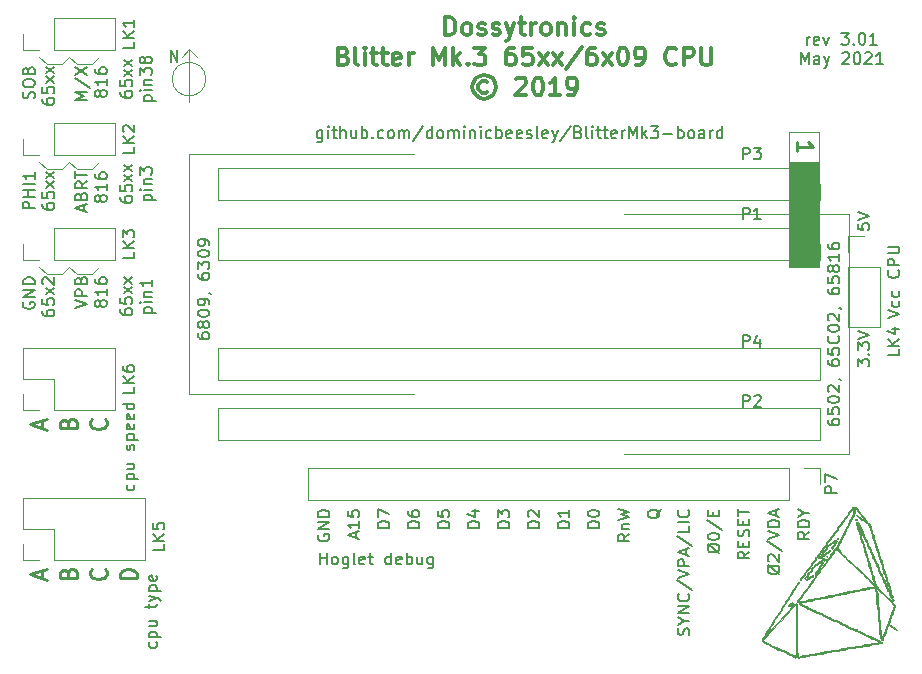
<source format=gto>
G04 #@! TF.GenerationSoftware,KiCad,Pcbnew,(5.1.6)-1*
G04 #@! TF.CreationDate,2021-05-11T11:26:14+01:00*
G04 #@! TF.ProjectId,cpu_exp_65xx_6x09,6370755f-6578-4705-9f36-3578785f3678,3.01*
G04 #@! TF.SameCoordinates,Original*
G04 #@! TF.FileFunction,Legend,Top*
G04 #@! TF.FilePolarity,Positive*
%FSLAX46Y46*%
G04 Gerber Fmt 4.6, Leading zero omitted, Abs format (unit mm)*
G04 Created by KiCad (PCBNEW (5.1.6)-1) date 2021-05-11 11:26:14*
%MOMM*%
%LPD*%
G01*
G04 APERTURE LIST*
%ADD10C,0.150000*%
%ADD11C,0.120000*%
%ADD12C,0.300000*%
%ADD13C,0.228600*%
%ADD14C,0.254000*%
%ADD15C,0.100000*%
%ADD16C,0.010000*%
G04 APERTURE END LIST*
D10*
X114165714Y-38625714D02*
X114165714Y-39435238D01*
X114118095Y-39530476D01*
X114070476Y-39578095D01*
X113975238Y-39625714D01*
X113832380Y-39625714D01*
X113737142Y-39578095D01*
X114165714Y-39244761D02*
X114070476Y-39292380D01*
X113880000Y-39292380D01*
X113784761Y-39244761D01*
X113737142Y-39197142D01*
X113689523Y-39101904D01*
X113689523Y-38816190D01*
X113737142Y-38720952D01*
X113784761Y-38673333D01*
X113880000Y-38625714D01*
X114070476Y-38625714D01*
X114165714Y-38673333D01*
X114641904Y-39292380D02*
X114641904Y-38625714D01*
X114641904Y-38292380D02*
X114594285Y-38340000D01*
X114641904Y-38387619D01*
X114689523Y-38340000D01*
X114641904Y-38292380D01*
X114641904Y-38387619D01*
X114975238Y-38625714D02*
X115356190Y-38625714D01*
X115118095Y-38292380D02*
X115118095Y-39149523D01*
X115165714Y-39244761D01*
X115260952Y-39292380D01*
X115356190Y-39292380D01*
X115689523Y-39292380D02*
X115689523Y-38292380D01*
X116118095Y-39292380D02*
X116118095Y-38768571D01*
X116070476Y-38673333D01*
X115975238Y-38625714D01*
X115832380Y-38625714D01*
X115737142Y-38673333D01*
X115689523Y-38720952D01*
X117022857Y-38625714D02*
X117022857Y-39292380D01*
X116594285Y-38625714D02*
X116594285Y-39149523D01*
X116641904Y-39244761D01*
X116737142Y-39292380D01*
X116880000Y-39292380D01*
X116975238Y-39244761D01*
X117022857Y-39197142D01*
X117499047Y-39292380D02*
X117499047Y-38292380D01*
X117499047Y-38673333D02*
X117594285Y-38625714D01*
X117784761Y-38625714D01*
X117880000Y-38673333D01*
X117927619Y-38720952D01*
X117975238Y-38816190D01*
X117975238Y-39101904D01*
X117927619Y-39197142D01*
X117880000Y-39244761D01*
X117784761Y-39292380D01*
X117594285Y-39292380D01*
X117499047Y-39244761D01*
X118403809Y-39197142D02*
X118451428Y-39244761D01*
X118403809Y-39292380D01*
X118356190Y-39244761D01*
X118403809Y-39197142D01*
X118403809Y-39292380D01*
X119308571Y-39244761D02*
X119213333Y-39292380D01*
X119022857Y-39292380D01*
X118927619Y-39244761D01*
X118879999Y-39197142D01*
X118832380Y-39101904D01*
X118832380Y-38816190D01*
X118879999Y-38720952D01*
X118927619Y-38673333D01*
X119022857Y-38625714D01*
X119213333Y-38625714D01*
X119308571Y-38673333D01*
X119879999Y-39292380D02*
X119784761Y-39244761D01*
X119737142Y-39197142D01*
X119689523Y-39101904D01*
X119689523Y-38816190D01*
X119737142Y-38720952D01*
X119784761Y-38673333D01*
X119879999Y-38625714D01*
X120022857Y-38625714D01*
X120118095Y-38673333D01*
X120165714Y-38720952D01*
X120213333Y-38816190D01*
X120213333Y-39101904D01*
X120165714Y-39197142D01*
X120118095Y-39244761D01*
X120022857Y-39292380D01*
X119879999Y-39292380D01*
X120641904Y-39292380D02*
X120641904Y-38625714D01*
X120641904Y-38720952D02*
X120689523Y-38673333D01*
X120784761Y-38625714D01*
X120927619Y-38625714D01*
X121022857Y-38673333D01*
X121070476Y-38768571D01*
X121070476Y-39292380D01*
X121070476Y-38768571D02*
X121118095Y-38673333D01*
X121213333Y-38625714D01*
X121356190Y-38625714D01*
X121451428Y-38673333D01*
X121499047Y-38768571D01*
X121499047Y-39292380D01*
X122689523Y-38244761D02*
X121832380Y-39530476D01*
X123451428Y-39292380D02*
X123451428Y-38292380D01*
X123451428Y-39244761D02*
X123356190Y-39292380D01*
X123165714Y-39292380D01*
X123070476Y-39244761D01*
X123022857Y-39197142D01*
X122975238Y-39101904D01*
X122975238Y-38816190D01*
X123022857Y-38720952D01*
X123070476Y-38673333D01*
X123165714Y-38625714D01*
X123356190Y-38625714D01*
X123451428Y-38673333D01*
X124070476Y-39292380D02*
X123975238Y-39244761D01*
X123927619Y-39197142D01*
X123879999Y-39101904D01*
X123879999Y-38816190D01*
X123927619Y-38720952D01*
X123975238Y-38673333D01*
X124070476Y-38625714D01*
X124213333Y-38625714D01*
X124308571Y-38673333D01*
X124356190Y-38720952D01*
X124403809Y-38816190D01*
X124403809Y-39101904D01*
X124356190Y-39197142D01*
X124308571Y-39244761D01*
X124213333Y-39292380D01*
X124070476Y-39292380D01*
X124832380Y-39292380D02*
X124832380Y-38625714D01*
X124832380Y-38720952D02*
X124879999Y-38673333D01*
X124975238Y-38625714D01*
X125118095Y-38625714D01*
X125213333Y-38673333D01*
X125260952Y-38768571D01*
X125260952Y-39292380D01*
X125260952Y-38768571D02*
X125308571Y-38673333D01*
X125403809Y-38625714D01*
X125546666Y-38625714D01*
X125641904Y-38673333D01*
X125689523Y-38768571D01*
X125689523Y-39292380D01*
X126165714Y-39292380D02*
X126165714Y-38625714D01*
X126165714Y-38292380D02*
X126118095Y-38340000D01*
X126165714Y-38387619D01*
X126213333Y-38340000D01*
X126165714Y-38292380D01*
X126165714Y-38387619D01*
X126641904Y-38625714D02*
X126641904Y-39292380D01*
X126641904Y-38720952D02*
X126689523Y-38673333D01*
X126784761Y-38625714D01*
X126927619Y-38625714D01*
X127022857Y-38673333D01*
X127070476Y-38768571D01*
X127070476Y-39292380D01*
X127546666Y-39292380D02*
X127546666Y-38625714D01*
X127546666Y-38292380D02*
X127499047Y-38340000D01*
X127546666Y-38387619D01*
X127594285Y-38340000D01*
X127546666Y-38292380D01*
X127546666Y-38387619D01*
X128451428Y-39244761D02*
X128356190Y-39292380D01*
X128165714Y-39292380D01*
X128070476Y-39244761D01*
X128022857Y-39197142D01*
X127975238Y-39101904D01*
X127975238Y-38816190D01*
X128022857Y-38720952D01*
X128070476Y-38673333D01*
X128165714Y-38625714D01*
X128356190Y-38625714D01*
X128451428Y-38673333D01*
X128879999Y-39292380D02*
X128879999Y-38292380D01*
X128879999Y-38673333D02*
X128975238Y-38625714D01*
X129165714Y-38625714D01*
X129260952Y-38673333D01*
X129308571Y-38720952D01*
X129356190Y-38816190D01*
X129356190Y-39101904D01*
X129308571Y-39197142D01*
X129260952Y-39244761D01*
X129165714Y-39292380D01*
X128975238Y-39292380D01*
X128879999Y-39244761D01*
X130165714Y-39244761D02*
X130070476Y-39292380D01*
X129879999Y-39292380D01*
X129784761Y-39244761D01*
X129737142Y-39149523D01*
X129737142Y-38768571D01*
X129784761Y-38673333D01*
X129879999Y-38625714D01*
X130070476Y-38625714D01*
X130165714Y-38673333D01*
X130213333Y-38768571D01*
X130213333Y-38863809D01*
X129737142Y-38959047D01*
X131022857Y-39244761D02*
X130927619Y-39292380D01*
X130737142Y-39292380D01*
X130641904Y-39244761D01*
X130594285Y-39149523D01*
X130594285Y-38768571D01*
X130641904Y-38673333D01*
X130737142Y-38625714D01*
X130927619Y-38625714D01*
X131022857Y-38673333D01*
X131070476Y-38768571D01*
X131070476Y-38863809D01*
X130594285Y-38959047D01*
X131451428Y-39244761D02*
X131546666Y-39292380D01*
X131737142Y-39292380D01*
X131832380Y-39244761D01*
X131880000Y-39149523D01*
X131880000Y-39101904D01*
X131832380Y-39006666D01*
X131737142Y-38959047D01*
X131594285Y-38959047D01*
X131499047Y-38911428D01*
X131451428Y-38816190D01*
X131451428Y-38768571D01*
X131499047Y-38673333D01*
X131594285Y-38625714D01*
X131737142Y-38625714D01*
X131832380Y-38673333D01*
X132451428Y-39292380D02*
X132356190Y-39244761D01*
X132308571Y-39149523D01*
X132308571Y-38292380D01*
X133213333Y-39244761D02*
X133118095Y-39292380D01*
X132927619Y-39292380D01*
X132832380Y-39244761D01*
X132784761Y-39149523D01*
X132784761Y-38768571D01*
X132832380Y-38673333D01*
X132927619Y-38625714D01*
X133118095Y-38625714D01*
X133213333Y-38673333D01*
X133260952Y-38768571D01*
X133260952Y-38863809D01*
X132784761Y-38959047D01*
X133594285Y-38625714D02*
X133832380Y-39292380D01*
X134070476Y-38625714D02*
X133832380Y-39292380D01*
X133737142Y-39530476D01*
X133689523Y-39578095D01*
X133594285Y-39625714D01*
X135165714Y-38244761D02*
X134308571Y-39530476D01*
X135832380Y-38768571D02*
X135975238Y-38816190D01*
X136022857Y-38863809D01*
X136070476Y-38959047D01*
X136070476Y-39101904D01*
X136022857Y-39197142D01*
X135975238Y-39244761D01*
X135880000Y-39292380D01*
X135499047Y-39292380D01*
X135499047Y-38292380D01*
X135832380Y-38292380D01*
X135927619Y-38340000D01*
X135975238Y-38387619D01*
X136022857Y-38482857D01*
X136022857Y-38578095D01*
X135975238Y-38673333D01*
X135927619Y-38720952D01*
X135832380Y-38768571D01*
X135499047Y-38768571D01*
X136641904Y-39292380D02*
X136546666Y-39244761D01*
X136499047Y-39149523D01*
X136499047Y-38292380D01*
X137022857Y-39292380D02*
X137022857Y-38625714D01*
X137022857Y-38292380D02*
X136975238Y-38340000D01*
X137022857Y-38387619D01*
X137070476Y-38340000D01*
X137022857Y-38292380D01*
X137022857Y-38387619D01*
X137356190Y-38625714D02*
X137737142Y-38625714D01*
X137499047Y-38292380D02*
X137499047Y-39149523D01*
X137546666Y-39244761D01*
X137641904Y-39292380D01*
X137737142Y-39292380D01*
X137927619Y-38625714D02*
X138308571Y-38625714D01*
X138070476Y-38292380D02*
X138070476Y-39149523D01*
X138118095Y-39244761D01*
X138213333Y-39292380D01*
X138308571Y-39292380D01*
X139022857Y-39244761D02*
X138927619Y-39292380D01*
X138737142Y-39292380D01*
X138641904Y-39244761D01*
X138594285Y-39149523D01*
X138594285Y-38768571D01*
X138641904Y-38673333D01*
X138737142Y-38625714D01*
X138927619Y-38625714D01*
X139022857Y-38673333D01*
X139070476Y-38768571D01*
X139070476Y-38863809D01*
X138594285Y-38959047D01*
X139499047Y-39292380D02*
X139499047Y-38625714D01*
X139499047Y-38816190D02*
X139546666Y-38720952D01*
X139594285Y-38673333D01*
X139689523Y-38625714D01*
X139784761Y-38625714D01*
X140118095Y-39292380D02*
X140118095Y-38292380D01*
X140451428Y-39006666D01*
X140784761Y-38292380D01*
X140784761Y-39292380D01*
X141260952Y-39292380D02*
X141260952Y-38292380D01*
X141356190Y-38911428D02*
X141641904Y-39292380D01*
X141641904Y-38625714D02*
X141260952Y-39006666D01*
X141975238Y-38292380D02*
X142594285Y-38292380D01*
X142260952Y-38673333D01*
X142403809Y-38673333D01*
X142499047Y-38720952D01*
X142546666Y-38768571D01*
X142594285Y-38863809D01*
X142594285Y-39101904D01*
X142546666Y-39197142D01*
X142499047Y-39244761D01*
X142403809Y-39292380D01*
X142118095Y-39292380D01*
X142022857Y-39244761D01*
X141975238Y-39197142D01*
X143022857Y-38911428D02*
X143784761Y-38911428D01*
X144260952Y-39292380D02*
X144260952Y-38292380D01*
X144260952Y-38673333D02*
X144356190Y-38625714D01*
X144546666Y-38625714D01*
X144641904Y-38673333D01*
X144689523Y-38720952D01*
X144737142Y-38816190D01*
X144737142Y-39101904D01*
X144689523Y-39197142D01*
X144641904Y-39244761D01*
X144546666Y-39292380D01*
X144356190Y-39292380D01*
X144260952Y-39244761D01*
X145308571Y-39292380D02*
X145213333Y-39244761D01*
X145165714Y-39197142D01*
X145118095Y-39101904D01*
X145118095Y-38816190D01*
X145165714Y-38720952D01*
X145213333Y-38673333D01*
X145308571Y-38625714D01*
X145451428Y-38625714D01*
X145546666Y-38673333D01*
X145594285Y-38720952D01*
X145641904Y-38816190D01*
X145641904Y-39101904D01*
X145594285Y-39197142D01*
X145546666Y-39244761D01*
X145451428Y-39292380D01*
X145308571Y-39292380D01*
X146499047Y-39292380D02*
X146499047Y-38768571D01*
X146451428Y-38673333D01*
X146356190Y-38625714D01*
X146165714Y-38625714D01*
X146070476Y-38673333D01*
X146499047Y-39244761D02*
X146403809Y-39292380D01*
X146165714Y-39292380D01*
X146070476Y-39244761D01*
X146022857Y-39149523D01*
X146022857Y-39054285D01*
X146070476Y-38959047D01*
X146165714Y-38911428D01*
X146403809Y-38911428D01*
X146499047Y-38863809D01*
X146975238Y-39292380D02*
X146975238Y-38625714D01*
X146975238Y-38816190D02*
X147022857Y-38720952D01*
X147070476Y-38673333D01*
X147165714Y-38625714D01*
X147260952Y-38625714D01*
X148022857Y-39292380D02*
X148022857Y-38292380D01*
X148022857Y-39244761D02*
X147927619Y-39292380D01*
X147737142Y-39292380D01*
X147641904Y-39244761D01*
X147594285Y-39197142D01*
X147546666Y-39101904D01*
X147546666Y-38816190D01*
X147594285Y-38720952D01*
X147641904Y-38673333D01*
X147737142Y-38625714D01*
X147927619Y-38625714D01*
X148022857Y-38673333D01*
X101314285Y-32837380D02*
X101314285Y-31837380D01*
X101885714Y-32837380D01*
X101885714Y-31837380D01*
D11*
X102235000Y-32385000D02*
X102870000Y-31750000D01*
X103505000Y-32385000D02*
X102870000Y-31750000D01*
X102870000Y-31750000D02*
X103505000Y-32385000D01*
X102870000Y-36195000D02*
X102870000Y-31750000D01*
X104289903Y-34290000D02*
G75*
G03*
X104289903Y-34290000I-1419903J0D01*
G01*
D10*
X155186428Y-31377380D02*
X155186428Y-30710714D01*
X155186428Y-30901190D02*
X155234047Y-30805952D01*
X155281666Y-30758333D01*
X155376904Y-30710714D01*
X155472142Y-30710714D01*
X156186428Y-31329761D02*
X156091190Y-31377380D01*
X155900714Y-31377380D01*
X155805476Y-31329761D01*
X155757857Y-31234523D01*
X155757857Y-30853571D01*
X155805476Y-30758333D01*
X155900714Y-30710714D01*
X156091190Y-30710714D01*
X156186428Y-30758333D01*
X156234047Y-30853571D01*
X156234047Y-30948809D01*
X155757857Y-31044047D01*
X156567380Y-30710714D02*
X156805476Y-31377380D01*
X157043571Y-30710714D01*
X158091190Y-30377380D02*
X158710238Y-30377380D01*
X158376904Y-30758333D01*
X158519761Y-30758333D01*
X158615000Y-30805952D01*
X158662619Y-30853571D01*
X158710238Y-30948809D01*
X158710238Y-31186904D01*
X158662619Y-31282142D01*
X158615000Y-31329761D01*
X158519761Y-31377380D01*
X158234047Y-31377380D01*
X158138809Y-31329761D01*
X158091190Y-31282142D01*
X159138809Y-31282142D02*
X159186428Y-31329761D01*
X159138809Y-31377380D01*
X159091190Y-31329761D01*
X159138809Y-31282142D01*
X159138809Y-31377380D01*
X159805476Y-30377380D02*
X159900714Y-30377380D01*
X159995952Y-30425000D01*
X160043571Y-30472619D01*
X160091190Y-30567857D01*
X160138809Y-30758333D01*
X160138809Y-30996428D01*
X160091190Y-31186904D01*
X160043571Y-31282142D01*
X159995952Y-31329761D01*
X159900714Y-31377380D01*
X159805476Y-31377380D01*
X159710238Y-31329761D01*
X159662619Y-31282142D01*
X159615000Y-31186904D01*
X159567380Y-30996428D01*
X159567380Y-30758333D01*
X159615000Y-30567857D01*
X159662619Y-30472619D01*
X159710238Y-30425000D01*
X159805476Y-30377380D01*
X161091190Y-31377380D02*
X160519761Y-31377380D01*
X160805476Y-31377380D02*
X160805476Y-30377380D01*
X160710238Y-30520238D01*
X160615000Y-30615476D01*
X160519761Y-30663095D01*
X154662619Y-33027380D02*
X154662619Y-32027380D01*
X154995952Y-32741666D01*
X155329285Y-32027380D01*
X155329285Y-33027380D01*
X156234047Y-33027380D02*
X156234047Y-32503571D01*
X156186428Y-32408333D01*
X156091190Y-32360714D01*
X155900714Y-32360714D01*
X155805476Y-32408333D01*
X156234047Y-32979761D02*
X156138809Y-33027380D01*
X155900714Y-33027380D01*
X155805476Y-32979761D01*
X155757857Y-32884523D01*
X155757857Y-32789285D01*
X155805476Y-32694047D01*
X155900714Y-32646428D01*
X156138809Y-32646428D01*
X156234047Y-32598809D01*
X156615000Y-32360714D02*
X156853095Y-33027380D01*
X157091190Y-32360714D02*
X156853095Y-33027380D01*
X156757857Y-33265476D01*
X156710238Y-33313095D01*
X156615000Y-33360714D01*
X158186428Y-32122619D02*
X158234047Y-32075000D01*
X158329285Y-32027380D01*
X158567380Y-32027380D01*
X158662619Y-32075000D01*
X158710238Y-32122619D01*
X158757857Y-32217857D01*
X158757857Y-32313095D01*
X158710238Y-32455952D01*
X158138809Y-33027380D01*
X158757857Y-33027380D01*
X159376904Y-32027380D02*
X159472142Y-32027380D01*
X159567380Y-32075000D01*
X159615000Y-32122619D01*
X159662619Y-32217857D01*
X159710238Y-32408333D01*
X159710238Y-32646428D01*
X159662619Y-32836904D01*
X159615000Y-32932142D01*
X159567380Y-32979761D01*
X159472142Y-33027380D01*
X159376904Y-33027380D01*
X159281666Y-32979761D01*
X159234047Y-32932142D01*
X159186428Y-32836904D01*
X159138809Y-32646428D01*
X159138809Y-32408333D01*
X159186428Y-32217857D01*
X159234047Y-32122619D01*
X159281666Y-32075000D01*
X159376904Y-32027380D01*
X160091190Y-32122619D02*
X160138809Y-32075000D01*
X160234047Y-32027380D01*
X160472142Y-32027380D01*
X160567380Y-32075000D01*
X160615000Y-32122619D01*
X160662619Y-32217857D01*
X160662619Y-32313095D01*
X160615000Y-32455952D01*
X160043571Y-33027380D01*
X160662619Y-33027380D01*
X161615000Y-33027380D02*
X161043571Y-33027380D01*
X161329285Y-33027380D02*
X161329285Y-32027380D01*
X161234047Y-32170238D01*
X161138809Y-32265476D01*
X161043571Y-32313095D01*
D12*
X124565714Y-30568571D02*
X124565714Y-29068571D01*
X124922857Y-29068571D01*
X125137142Y-29140000D01*
X125280000Y-29282857D01*
X125351428Y-29425714D01*
X125422857Y-29711428D01*
X125422857Y-29925714D01*
X125351428Y-30211428D01*
X125280000Y-30354285D01*
X125137142Y-30497142D01*
X124922857Y-30568571D01*
X124565714Y-30568571D01*
X126280000Y-30568571D02*
X126137142Y-30497142D01*
X126065714Y-30425714D01*
X125994285Y-30282857D01*
X125994285Y-29854285D01*
X126065714Y-29711428D01*
X126137142Y-29640000D01*
X126280000Y-29568571D01*
X126494285Y-29568571D01*
X126637142Y-29640000D01*
X126708571Y-29711428D01*
X126780000Y-29854285D01*
X126780000Y-30282857D01*
X126708571Y-30425714D01*
X126637142Y-30497142D01*
X126494285Y-30568571D01*
X126280000Y-30568571D01*
X127351428Y-30497142D02*
X127494285Y-30568571D01*
X127780000Y-30568571D01*
X127922857Y-30497142D01*
X127994285Y-30354285D01*
X127994285Y-30282857D01*
X127922857Y-30140000D01*
X127780000Y-30068571D01*
X127565714Y-30068571D01*
X127422857Y-29997142D01*
X127351428Y-29854285D01*
X127351428Y-29782857D01*
X127422857Y-29640000D01*
X127565714Y-29568571D01*
X127780000Y-29568571D01*
X127922857Y-29640000D01*
X128565714Y-30497142D02*
X128708571Y-30568571D01*
X128994285Y-30568571D01*
X129137142Y-30497142D01*
X129208571Y-30354285D01*
X129208571Y-30282857D01*
X129137142Y-30140000D01*
X128994285Y-30068571D01*
X128780000Y-30068571D01*
X128637142Y-29997142D01*
X128565714Y-29854285D01*
X128565714Y-29782857D01*
X128637142Y-29640000D01*
X128780000Y-29568571D01*
X128994285Y-29568571D01*
X129137142Y-29640000D01*
X129708571Y-29568571D02*
X130065714Y-30568571D01*
X130422857Y-29568571D02*
X130065714Y-30568571D01*
X129922857Y-30925714D01*
X129851428Y-30997142D01*
X129708571Y-31068571D01*
X130780000Y-29568571D02*
X131351428Y-29568571D01*
X130994285Y-29068571D02*
X130994285Y-30354285D01*
X131065714Y-30497142D01*
X131208571Y-30568571D01*
X131351428Y-30568571D01*
X131851428Y-30568571D02*
X131851428Y-29568571D01*
X131851428Y-29854285D02*
X131922857Y-29711428D01*
X131994285Y-29640000D01*
X132137142Y-29568571D01*
X132280000Y-29568571D01*
X132994285Y-30568571D02*
X132851428Y-30497142D01*
X132780000Y-30425714D01*
X132708571Y-30282857D01*
X132708571Y-29854285D01*
X132780000Y-29711428D01*
X132851428Y-29640000D01*
X132994285Y-29568571D01*
X133208571Y-29568571D01*
X133351428Y-29640000D01*
X133422857Y-29711428D01*
X133494285Y-29854285D01*
X133494285Y-30282857D01*
X133422857Y-30425714D01*
X133351428Y-30497142D01*
X133208571Y-30568571D01*
X132994285Y-30568571D01*
X134137142Y-29568571D02*
X134137142Y-30568571D01*
X134137142Y-29711428D02*
X134208571Y-29640000D01*
X134351428Y-29568571D01*
X134565714Y-29568571D01*
X134708571Y-29640000D01*
X134780000Y-29782857D01*
X134780000Y-30568571D01*
X135494285Y-30568571D02*
X135494285Y-29568571D01*
X135494285Y-29068571D02*
X135422857Y-29140000D01*
X135494285Y-29211428D01*
X135565714Y-29140000D01*
X135494285Y-29068571D01*
X135494285Y-29211428D01*
X136851428Y-30497142D02*
X136708571Y-30568571D01*
X136422857Y-30568571D01*
X136280000Y-30497142D01*
X136208571Y-30425714D01*
X136137142Y-30282857D01*
X136137142Y-29854285D01*
X136208571Y-29711428D01*
X136280000Y-29640000D01*
X136422857Y-29568571D01*
X136708571Y-29568571D01*
X136851428Y-29640000D01*
X137422857Y-30497142D02*
X137565714Y-30568571D01*
X137851428Y-30568571D01*
X137994285Y-30497142D01*
X138065714Y-30354285D01*
X138065714Y-30282857D01*
X137994285Y-30140000D01*
X137851428Y-30068571D01*
X137637142Y-30068571D01*
X137494285Y-29997142D01*
X137422857Y-29854285D01*
X137422857Y-29782857D01*
X137494285Y-29640000D01*
X137637142Y-29568571D01*
X137851428Y-29568571D01*
X137994285Y-29640000D01*
X115958571Y-32332857D02*
X116172857Y-32404285D01*
X116244285Y-32475714D01*
X116315714Y-32618571D01*
X116315714Y-32832857D01*
X116244285Y-32975714D01*
X116172857Y-33047142D01*
X116030000Y-33118571D01*
X115458571Y-33118571D01*
X115458571Y-31618571D01*
X115958571Y-31618571D01*
X116101428Y-31690000D01*
X116172857Y-31761428D01*
X116244285Y-31904285D01*
X116244285Y-32047142D01*
X116172857Y-32190000D01*
X116101428Y-32261428D01*
X115958571Y-32332857D01*
X115458571Y-32332857D01*
X117172857Y-33118571D02*
X117030000Y-33047142D01*
X116958571Y-32904285D01*
X116958571Y-31618571D01*
X117744285Y-33118571D02*
X117744285Y-32118571D01*
X117744285Y-31618571D02*
X117672857Y-31690000D01*
X117744285Y-31761428D01*
X117815714Y-31690000D01*
X117744285Y-31618571D01*
X117744285Y-31761428D01*
X118244285Y-32118571D02*
X118815714Y-32118571D01*
X118458571Y-31618571D02*
X118458571Y-32904285D01*
X118530000Y-33047142D01*
X118672857Y-33118571D01*
X118815714Y-33118571D01*
X119101428Y-32118571D02*
X119672857Y-32118571D01*
X119315714Y-31618571D02*
X119315714Y-32904285D01*
X119387142Y-33047142D01*
X119530000Y-33118571D01*
X119672857Y-33118571D01*
X120744285Y-33047142D02*
X120601428Y-33118571D01*
X120315714Y-33118571D01*
X120172857Y-33047142D01*
X120101428Y-32904285D01*
X120101428Y-32332857D01*
X120172857Y-32190000D01*
X120315714Y-32118571D01*
X120601428Y-32118571D01*
X120744285Y-32190000D01*
X120815714Y-32332857D01*
X120815714Y-32475714D01*
X120101428Y-32618571D01*
X121458571Y-33118571D02*
X121458571Y-32118571D01*
X121458571Y-32404285D02*
X121530000Y-32261428D01*
X121601428Y-32190000D01*
X121744285Y-32118571D01*
X121887142Y-32118571D01*
X123530000Y-33118571D02*
X123530000Y-31618571D01*
X124030000Y-32690000D01*
X124530000Y-31618571D01*
X124530000Y-33118571D01*
X125244285Y-33118571D02*
X125244285Y-31618571D01*
X125387142Y-32547142D02*
X125815714Y-33118571D01*
X125815714Y-32118571D02*
X125244285Y-32690000D01*
X126458571Y-32975714D02*
X126530000Y-33047142D01*
X126458571Y-33118571D01*
X126387142Y-33047142D01*
X126458571Y-32975714D01*
X126458571Y-33118571D01*
X127030000Y-31618571D02*
X127958571Y-31618571D01*
X127458571Y-32190000D01*
X127672857Y-32190000D01*
X127815714Y-32261428D01*
X127887142Y-32332857D01*
X127958571Y-32475714D01*
X127958571Y-32832857D01*
X127887142Y-32975714D01*
X127815714Y-33047142D01*
X127672857Y-33118571D01*
X127244285Y-33118571D01*
X127101428Y-33047142D01*
X127030000Y-32975714D01*
X130387142Y-31618571D02*
X130101428Y-31618571D01*
X129958571Y-31690000D01*
X129887142Y-31761428D01*
X129744285Y-31975714D01*
X129672857Y-32261428D01*
X129672857Y-32832857D01*
X129744285Y-32975714D01*
X129815714Y-33047142D01*
X129958571Y-33118571D01*
X130244285Y-33118571D01*
X130387142Y-33047142D01*
X130458571Y-32975714D01*
X130530000Y-32832857D01*
X130530000Y-32475714D01*
X130458571Y-32332857D01*
X130387142Y-32261428D01*
X130244285Y-32190000D01*
X129958571Y-32190000D01*
X129815714Y-32261428D01*
X129744285Y-32332857D01*
X129672857Y-32475714D01*
X131887142Y-31618571D02*
X131172857Y-31618571D01*
X131101428Y-32332857D01*
X131172857Y-32261428D01*
X131315714Y-32190000D01*
X131672857Y-32190000D01*
X131815714Y-32261428D01*
X131887142Y-32332857D01*
X131958571Y-32475714D01*
X131958571Y-32832857D01*
X131887142Y-32975714D01*
X131815714Y-33047142D01*
X131672857Y-33118571D01*
X131315714Y-33118571D01*
X131172857Y-33047142D01*
X131101428Y-32975714D01*
X132458571Y-33118571D02*
X133244285Y-32118571D01*
X132458571Y-32118571D02*
X133244285Y-33118571D01*
X133672857Y-33118571D02*
X134458571Y-32118571D01*
X133672857Y-32118571D02*
X134458571Y-33118571D01*
X136101428Y-31547142D02*
X134815714Y-33475714D01*
X137244285Y-31618571D02*
X136958571Y-31618571D01*
X136815714Y-31690000D01*
X136744285Y-31761428D01*
X136601428Y-31975714D01*
X136530000Y-32261428D01*
X136530000Y-32832857D01*
X136601428Y-32975714D01*
X136672857Y-33047142D01*
X136815714Y-33118571D01*
X137101428Y-33118571D01*
X137244285Y-33047142D01*
X137315714Y-32975714D01*
X137387142Y-32832857D01*
X137387142Y-32475714D01*
X137315714Y-32332857D01*
X137244285Y-32261428D01*
X137101428Y-32190000D01*
X136815714Y-32190000D01*
X136672857Y-32261428D01*
X136601428Y-32332857D01*
X136530000Y-32475714D01*
X137887142Y-33118571D02*
X138672857Y-32118571D01*
X137887142Y-32118571D02*
X138672857Y-33118571D01*
X139530000Y-31618571D02*
X139672857Y-31618571D01*
X139815714Y-31690000D01*
X139887142Y-31761428D01*
X139958571Y-31904285D01*
X140030000Y-32190000D01*
X140030000Y-32547142D01*
X139958571Y-32832857D01*
X139887142Y-32975714D01*
X139815714Y-33047142D01*
X139672857Y-33118571D01*
X139530000Y-33118571D01*
X139387142Y-33047142D01*
X139315714Y-32975714D01*
X139244285Y-32832857D01*
X139172857Y-32547142D01*
X139172857Y-32190000D01*
X139244285Y-31904285D01*
X139315714Y-31761428D01*
X139387142Y-31690000D01*
X139530000Y-31618571D01*
X140744285Y-33118571D02*
X141030000Y-33118571D01*
X141172857Y-33047142D01*
X141244285Y-32975714D01*
X141387142Y-32761428D01*
X141458571Y-32475714D01*
X141458571Y-31904285D01*
X141387142Y-31761428D01*
X141315714Y-31690000D01*
X141172857Y-31618571D01*
X140887142Y-31618571D01*
X140744285Y-31690000D01*
X140672857Y-31761428D01*
X140601428Y-31904285D01*
X140601428Y-32261428D01*
X140672857Y-32404285D01*
X140744285Y-32475714D01*
X140887142Y-32547142D01*
X141172857Y-32547142D01*
X141315714Y-32475714D01*
X141387142Y-32404285D01*
X141458571Y-32261428D01*
X144101428Y-32975714D02*
X144030000Y-33047142D01*
X143815714Y-33118571D01*
X143672857Y-33118571D01*
X143458571Y-33047142D01*
X143315714Y-32904285D01*
X143244285Y-32761428D01*
X143172857Y-32475714D01*
X143172857Y-32261428D01*
X143244285Y-31975714D01*
X143315714Y-31832857D01*
X143458571Y-31690000D01*
X143672857Y-31618571D01*
X143815714Y-31618571D01*
X144030000Y-31690000D01*
X144101428Y-31761428D01*
X144744285Y-33118571D02*
X144744285Y-31618571D01*
X145315714Y-31618571D01*
X145458571Y-31690000D01*
X145530000Y-31761428D01*
X145601428Y-31904285D01*
X145601428Y-32118571D01*
X145530000Y-32261428D01*
X145458571Y-32332857D01*
X145315714Y-32404285D01*
X144744285Y-32404285D01*
X146244285Y-31618571D02*
X146244285Y-32832857D01*
X146315714Y-32975714D01*
X146387142Y-33047142D01*
X146530000Y-33118571D01*
X146815714Y-33118571D01*
X146958571Y-33047142D01*
X147030000Y-32975714D01*
X147101428Y-32832857D01*
X147101428Y-31618571D01*
X128137142Y-34525714D02*
X127994285Y-34454285D01*
X127708571Y-34454285D01*
X127565714Y-34525714D01*
X127422857Y-34668571D01*
X127351428Y-34811428D01*
X127351428Y-35097142D01*
X127422857Y-35240000D01*
X127565714Y-35382857D01*
X127708571Y-35454285D01*
X127994285Y-35454285D01*
X128137142Y-35382857D01*
X127851428Y-33954285D02*
X127494285Y-34025714D01*
X127137142Y-34240000D01*
X126922857Y-34597142D01*
X126851428Y-34954285D01*
X126922857Y-35311428D01*
X127137142Y-35668571D01*
X127494285Y-35882857D01*
X127851428Y-35954285D01*
X128208571Y-35882857D01*
X128565714Y-35668571D01*
X128780000Y-35311428D01*
X128851428Y-34954285D01*
X128780000Y-34597142D01*
X128565714Y-34240000D01*
X128208571Y-34025714D01*
X127851428Y-33954285D01*
X130565714Y-34311428D02*
X130637142Y-34240000D01*
X130780000Y-34168571D01*
X131137142Y-34168571D01*
X131280000Y-34240000D01*
X131351428Y-34311428D01*
X131422857Y-34454285D01*
X131422857Y-34597142D01*
X131351428Y-34811428D01*
X130494285Y-35668571D01*
X131422857Y-35668571D01*
X132351428Y-34168571D02*
X132494285Y-34168571D01*
X132637142Y-34240000D01*
X132708571Y-34311428D01*
X132780000Y-34454285D01*
X132851428Y-34740000D01*
X132851428Y-35097142D01*
X132780000Y-35382857D01*
X132708571Y-35525714D01*
X132637142Y-35597142D01*
X132494285Y-35668571D01*
X132351428Y-35668571D01*
X132208571Y-35597142D01*
X132137142Y-35525714D01*
X132065714Y-35382857D01*
X131994285Y-35097142D01*
X131994285Y-34740000D01*
X132065714Y-34454285D01*
X132137142Y-34311428D01*
X132208571Y-34240000D01*
X132351428Y-34168571D01*
X134280000Y-35668571D02*
X133422857Y-35668571D01*
X133851428Y-35668571D02*
X133851428Y-34168571D01*
X133708571Y-34382857D01*
X133565714Y-34525714D01*
X133422857Y-34597142D01*
X134994285Y-35668571D02*
X135280000Y-35668571D01*
X135422857Y-35597142D01*
X135494285Y-35525714D01*
X135637142Y-35311428D01*
X135708571Y-35025714D01*
X135708571Y-34454285D01*
X135637142Y-34311428D01*
X135565714Y-34240000D01*
X135422857Y-34168571D01*
X135137142Y-34168571D01*
X134994285Y-34240000D01*
X134922857Y-34311428D01*
X134851428Y-34454285D01*
X134851428Y-34811428D01*
X134922857Y-34954285D01*
X134994285Y-35025714D01*
X135137142Y-35097142D01*
X135422857Y-35097142D01*
X135565714Y-35025714D01*
X135637142Y-34954285D01*
X135708571Y-34811428D01*
D10*
X113959285Y-75382380D02*
X113959285Y-74382380D01*
X113959285Y-74858571D02*
X114530714Y-74858571D01*
X114530714Y-75382380D02*
X114530714Y-74382380D01*
X115149761Y-75382380D02*
X115054523Y-75334761D01*
X115006904Y-75287142D01*
X114959285Y-75191904D01*
X114959285Y-74906190D01*
X115006904Y-74810952D01*
X115054523Y-74763333D01*
X115149761Y-74715714D01*
X115292619Y-74715714D01*
X115387857Y-74763333D01*
X115435476Y-74810952D01*
X115483095Y-74906190D01*
X115483095Y-75191904D01*
X115435476Y-75287142D01*
X115387857Y-75334761D01*
X115292619Y-75382380D01*
X115149761Y-75382380D01*
X116340238Y-74715714D02*
X116340238Y-75525238D01*
X116292619Y-75620476D01*
X116245000Y-75668095D01*
X116149761Y-75715714D01*
X116006904Y-75715714D01*
X115911666Y-75668095D01*
X116340238Y-75334761D02*
X116245000Y-75382380D01*
X116054523Y-75382380D01*
X115959285Y-75334761D01*
X115911666Y-75287142D01*
X115864047Y-75191904D01*
X115864047Y-74906190D01*
X115911666Y-74810952D01*
X115959285Y-74763333D01*
X116054523Y-74715714D01*
X116245000Y-74715714D01*
X116340238Y-74763333D01*
X116959285Y-75382380D02*
X116864047Y-75334761D01*
X116816428Y-75239523D01*
X116816428Y-74382380D01*
X117721190Y-75334761D02*
X117625952Y-75382380D01*
X117435476Y-75382380D01*
X117340238Y-75334761D01*
X117292619Y-75239523D01*
X117292619Y-74858571D01*
X117340238Y-74763333D01*
X117435476Y-74715714D01*
X117625952Y-74715714D01*
X117721190Y-74763333D01*
X117768809Y-74858571D01*
X117768809Y-74953809D01*
X117292619Y-75049047D01*
X118054523Y-74715714D02*
X118435476Y-74715714D01*
X118197380Y-74382380D02*
X118197380Y-75239523D01*
X118245000Y-75334761D01*
X118340238Y-75382380D01*
X118435476Y-75382380D01*
X119959285Y-75382380D02*
X119959285Y-74382380D01*
X119959285Y-75334761D02*
X119864047Y-75382380D01*
X119673571Y-75382380D01*
X119578333Y-75334761D01*
X119530714Y-75287142D01*
X119483095Y-75191904D01*
X119483095Y-74906190D01*
X119530714Y-74810952D01*
X119578333Y-74763333D01*
X119673571Y-74715714D01*
X119864047Y-74715714D01*
X119959285Y-74763333D01*
X120816428Y-75334761D02*
X120721190Y-75382380D01*
X120530714Y-75382380D01*
X120435476Y-75334761D01*
X120387857Y-75239523D01*
X120387857Y-74858571D01*
X120435476Y-74763333D01*
X120530714Y-74715714D01*
X120721190Y-74715714D01*
X120816428Y-74763333D01*
X120864047Y-74858571D01*
X120864047Y-74953809D01*
X120387857Y-75049047D01*
X121292619Y-75382380D02*
X121292619Y-74382380D01*
X121292619Y-74763333D02*
X121387857Y-74715714D01*
X121578333Y-74715714D01*
X121673571Y-74763333D01*
X121721190Y-74810952D01*
X121768809Y-74906190D01*
X121768809Y-75191904D01*
X121721190Y-75287142D01*
X121673571Y-75334761D01*
X121578333Y-75382380D01*
X121387857Y-75382380D01*
X121292619Y-75334761D01*
X122625952Y-74715714D02*
X122625952Y-75382380D01*
X122197380Y-74715714D02*
X122197380Y-75239523D01*
X122245000Y-75334761D01*
X122340238Y-75382380D01*
X122483095Y-75382380D01*
X122578333Y-75334761D01*
X122625952Y-75287142D01*
X123530714Y-74715714D02*
X123530714Y-75525238D01*
X123483095Y-75620476D01*
X123435476Y-75668095D01*
X123340238Y-75715714D01*
X123197380Y-75715714D01*
X123102142Y-75668095D01*
X123530714Y-75334761D02*
X123435476Y-75382380D01*
X123245000Y-75382380D01*
X123149761Y-75334761D01*
X123102142Y-75287142D01*
X123054523Y-75191904D01*
X123054523Y-74906190D01*
X123102142Y-74810952D01*
X123149761Y-74763333D01*
X123245000Y-74715714D01*
X123435476Y-74715714D01*
X123530714Y-74763333D01*
X113800000Y-72868214D02*
X113752380Y-72963452D01*
X113752380Y-73106309D01*
X113800000Y-73249166D01*
X113895238Y-73344404D01*
X113990476Y-73392023D01*
X114180952Y-73439642D01*
X114323809Y-73439642D01*
X114514285Y-73392023D01*
X114609523Y-73344404D01*
X114704761Y-73249166D01*
X114752380Y-73106309D01*
X114752380Y-73011071D01*
X114704761Y-72868214D01*
X114657142Y-72820595D01*
X114323809Y-72820595D01*
X114323809Y-73011071D01*
X114752380Y-72392023D02*
X113752380Y-72392023D01*
X114752380Y-71820595D01*
X113752380Y-71820595D01*
X114752380Y-71344404D02*
X113752380Y-71344404D01*
X113752380Y-71106309D01*
X113800000Y-70963452D01*
X113895238Y-70868214D01*
X113990476Y-70820595D01*
X114180952Y-70772976D01*
X114323809Y-70772976D01*
X114514285Y-70820595D01*
X114609523Y-70868214D01*
X114704761Y-70963452D01*
X114752380Y-71106309D01*
X114752380Y-71344404D01*
X117006666Y-73153928D02*
X117006666Y-72677738D01*
X117292380Y-73249166D02*
X116292380Y-72915833D01*
X117292380Y-72582500D01*
X117292380Y-71725357D02*
X117292380Y-72296785D01*
X117292380Y-72011071D02*
X116292380Y-72011071D01*
X116435238Y-72106309D01*
X116530476Y-72201547D01*
X116578095Y-72296785D01*
X116292380Y-70820595D02*
X116292380Y-71296785D01*
X116768571Y-71344404D01*
X116720952Y-71296785D01*
X116673333Y-71201547D01*
X116673333Y-70963452D01*
X116720952Y-70868214D01*
X116768571Y-70820595D01*
X116863809Y-70772976D01*
X117101904Y-70772976D01*
X117197142Y-70820595D01*
X117244761Y-70868214D01*
X117292380Y-70963452D01*
X117292380Y-71201547D01*
X117244761Y-71296785D01*
X117197142Y-71344404D01*
X119832380Y-72296785D02*
X118832380Y-72296785D01*
X118832380Y-72058690D01*
X118880000Y-71915833D01*
X118975238Y-71820595D01*
X119070476Y-71772976D01*
X119260952Y-71725357D01*
X119403809Y-71725357D01*
X119594285Y-71772976D01*
X119689523Y-71820595D01*
X119784761Y-71915833D01*
X119832380Y-72058690D01*
X119832380Y-72296785D01*
X118832380Y-71392023D02*
X118832380Y-70725357D01*
X119832380Y-71153928D01*
X122372380Y-72296785D02*
X121372380Y-72296785D01*
X121372380Y-72058690D01*
X121420000Y-71915833D01*
X121515238Y-71820595D01*
X121610476Y-71772976D01*
X121800952Y-71725357D01*
X121943809Y-71725357D01*
X122134285Y-71772976D01*
X122229523Y-71820595D01*
X122324761Y-71915833D01*
X122372380Y-72058690D01*
X122372380Y-72296785D01*
X121372380Y-70868214D02*
X121372380Y-71058690D01*
X121420000Y-71153928D01*
X121467619Y-71201547D01*
X121610476Y-71296785D01*
X121800952Y-71344404D01*
X122181904Y-71344404D01*
X122277142Y-71296785D01*
X122324761Y-71249166D01*
X122372380Y-71153928D01*
X122372380Y-70963452D01*
X122324761Y-70868214D01*
X122277142Y-70820595D01*
X122181904Y-70772976D01*
X121943809Y-70772976D01*
X121848571Y-70820595D01*
X121800952Y-70868214D01*
X121753333Y-70963452D01*
X121753333Y-71153928D01*
X121800952Y-71249166D01*
X121848571Y-71296785D01*
X121943809Y-71344404D01*
X124912380Y-72296785D02*
X123912380Y-72296785D01*
X123912380Y-72058690D01*
X123960000Y-71915833D01*
X124055238Y-71820595D01*
X124150476Y-71772976D01*
X124340952Y-71725357D01*
X124483809Y-71725357D01*
X124674285Y-71772976D01*
X124769523Y-71820595D01*
X124864761Y-71915833D01*
X124912380Y-72058690D01*
X124912380Y-72296785D01*
X123912380Y-70820595D02*
X123912380Y-71296785D01*
X124388571Y-71344404D01*
X124340952Y-71296785D01*
X124293333Y-71201547D01*
X124293333Y-70963452D01*
X124340952Y-70868214D01*
X124388571Y-70820595D01*
X124483809Y-70772976D01*
X124721904Y-70772976D01*
X124817142Y-70820595D01*
X124864761Y-70868214D01*
X124912380Y-70963452D01*
X124912380Y-71201547D01*
X124864761Y-71296785D01*
X124817142Y-71344404D01*
X127452380Y-72296785D02*
X126452380Y-72296785D01*
X126452380Y-72058690D01*
X126500000Y-71915833D01*
X126595238Y-71820595D01*
X126690476Y-71772976D01*
X126880952Y-71725357D01*
X127023809Y-71725357D01*
X127214285Y-71772976D01*
X127309523Y-71820595D01*
X127404761Y-71915833D01*
X127452380Y-72058690D01*
X127452380Y-72296785D01*
X126785714Y-70868214D02*
X127452380Y-70868214D01*
X126404761Y-71106309D02*
X127119047Y-71344404D01*
X127119047Y-70725357D01*
X129992380Y-72296785D02*
X128992380Y-72296785D01*
X128992380Y-72058690D01*
X129040000Y-71915833D01*
X129135238Y-71820595D01*
X129230476Y-71772976D01*
X129420952Y-71725357D01*
X129563809Y-71725357D01*
X129754285Y-71772976D01*
X129849523Y-71820595D01*
X129944761Y-71915833D01*
X129992380Y-72058690D01*
X129992380Y-72296785D01*
X128992380Y-71392023D02*
X128992380Y-70772976D01*
X129373333Y-71106309D01*
X129373333Y-70963452D01*
X129420952Y-70868214D01*
X129468571Y-70820595D01*
X129563809Y-70772976D01*
X129801904Y-70772976D01*
X129897142Y-70820595D01*
X129944761Y-70868214D01*
X129992380Y-70963452D01*
X129992380Y-71249166D01*
X129944761Y-71344404D01*
X129897142Y-71392023D01*
X132532380Y-72296785D02*
X131532380Y-72296785D01*
X131532380Y-72058690D01*
X131580000Y-71915833D01*
X131675238Y-71820595D01*
X131770476Y-71772976D01*
X131960952Y-71725357D01*
X132103809Y-71725357D01*
X132294285Y-71772976D01*
X132389523Y-71820595D01*
X132484761Y-71915833D01*
X132532380Y-72058690D01*
X132532380Y-72296785D01*
X131627619Y-71344404D02*
X131580000Y-71296785D01*
X131532380Y-71201547D01*
X131532380Y-70963452D01*
X131580000Y-70868214D01*
X131627619Y-70820595D01*
X131722857Y-70772976D01*
X131818095Y-70772976D01*
X131960952Y-70820595D01*
X132532380Y-71392023D01*
X132532380Y-70772976D01*
X135072380Y-72296785D02*
X134072380Y-72296785D01*
X134072380Y-72058690D01*
X134120000Y-71915833D01*
X134215238Y-71820595D01*
X134310476Y-71772976D01*
X134500952Y-71725357D01*
X134643809Y-71725357D01*
X134834285Y-71772976D01*
X134929523Y-71820595D01*
X135024761Y-71915833D01*
X135072380Y-72058690D01*
X135072380Y-72296785D01*
X135072380Y-70772976D02*
X135072380Y-71344404D01*
X135072380Y-71058690D02*
X134072380Y-71058690D01*
X134215238Y-71153928D01*
X134310476Y-71249166D01*
X134358095Y-71344404D01*
X137612380Y-72296785D02*
X136612380Y-72296785D01*
X136612380Y-72058690D01*
X136660000Y-71915833D01*
X136755238Y-71820595D01*
X136850476Y-71772976D01*
X137040952Y-71725357D01*
X137183809Y-71725357D01*
X137374285Y-71772976D01*
X137469523Y-71820595D01*
X137564761Y-71915833D01*
X137612380Y-72058690D01*
X137612380Y-72296785D01*
X136612380Y-71106309D02*
X136612380Y-71011071D01*
X136660000Y-70915833D01*
X136707619Y-70868214D01*
X136802857Y-70820595D01*
X136993333Y-70772976D01*
X137231428Y-70772976D01*
X137421904Y-70820595D01*
X137517142Y-70868214D01*
X137564761Y-70915833D01*
X137612380Y-71011071D01*
X137612380Y-71106309D01*
X137564761Y-71201547D01*
X137517142Y-71249166D01*
X137421904Y-71296785D01*
X137231428Y-71344404D01*
X136993333Y-71344404D01*
X136802857Y-71296785D01*
X136707619Y-71249166D01*
X136660000Y-71201547D01*
X136612380Y-71106309D01*
X140152380Y-72820595D02*
X139676190Y-73153928D01*
X140152380Y-73392023D02*
X139152380Y-73392023D01*
X139152380Y-73011071D01*
X139200000Y-72915833D01*
X139247619Y-72868214D01*
X139342857Y-72820595D01*
X139485714Y-72820595D01*
X139580952Y-72868214D01*
X139628571Y-72915833D01*
X139676190Y-73011071D01*
X139676190Y-73392023D01*
X139485714Y-72392023D02*
X140152380Y-72392023D01*
X139580952Y-72392023D02*
X139533333Y-72344404D01*
X139485714Y-72249166D01*
X139485714Y-72106309D01*
X139533333Y-72011071D01*
X139628571Y-71963452D01*
X140152380Y-71963452D01*
X139152380Y-71582500D02*
X140152380Y-71344404D01*
X139438095Y-71153928D01*
X140152380Y-70963452D01*
X139152380Y-70725357D01*
X142787619Y-70725357D02*
X142740000Y-70820595D01*
X142644761Y-70915833D01*
X142501904Y-71058690D01*
X142454285Y-71153928D01*
X142454285Y-71249166D01*
X142692380Y-71201547D02*
X142644761Y-71296785D01*
X142549523Y-71392023D01*
X142359047Y-71439642D01*
X142025714Y-71439642D01*
X141835238Y-71392023D01*
X141740000Y-71296785D01*
X141692380Y-71201547D01*
X141692380Y-71011071D01*
X141740000Y-70915833D01*
X141835238Y-70820595D01*
X142025714Y-70772976D01*
X142359047Y-70772976D01*
X142549523Y-70820595D01*
X142644761Y-70915833D01*
X142692380Y-71011071D01*
X142692380Y-71201547D01*
X145184761Y-81344404D02*
X145232380Y-81201547D01*
X145232380Y-80963452D01*
X145184761Y-80868214D01*
X145137142Y-80820595D01*
X145041904Y-80772976D01*
X144946666Y-80772976D01*
X144851428Y-80820595D01*
X144803809Y-80868214D01*
X144756190Y-80963452D01*
X144708571Y-81153928D01*
X144660952Y-81249166D01*
X144613333Y-81296785D01*
X144518095Y-81344404D01*
X144422857Y-81344404D01*
X144327619Y-81296785D01*
X144280000Y-81249166D01*
X144232380Y-81153928D01*
X144232380Y-80915833D01*
X144280000Y-80772976D01*
X144756190Y-80153928D02*
X145232380Y-80153928D01*
X144232380Y-80487261D02*
X144756190Y-80153928D01*
X144232380Y-79820595D01*
X145232380Y-79487261D02*
X144232380Y-79487261D01*
X145232380Y-78915833D01*
X144232380Y-78915833D01*
X145137142Y-77868214D02*
X145184761Y-77915833D01*
X145232380Y-78058690D01*
X145232380Y-78153928D01*
X145184761Y-78296785D01*
X145089523Y-78392023D01*
X144994285Y-78439642D01*
X144803809Y-78487261D01*
X144660952Y-78487261D01*
X144470476Y-78439642D01*
X144375238Y-78392023D01*
X144280000Y-78296785D01*
X144232380Y-78153928D01*
X144232380Y-78058690D01*
X144280000Y-77915833D01*
X144327619Y-77868214D01*
X144184761Y-76725357D02*
X145470476Y-77582500D01*
X144232380Y-76534880D02*
X145232380Y-76201547D01*
X144232380Y-75868214D01*
X145232380Y-75534880D02*
X144232380Y-75534880D01*
X144232380Y-75153928D01*
X144280000Y-75058690D01*
X144327619Y-75011071D01*
X144422857Y-74963452D01*
X144565714Y-74963452D01*
X144660952Y-75011071D01*
X144708571Y-75058690D01*
X144756190Y-75153928D01*
X144756190Y-75534880D01*
X144946666Y-74582500D02*
X144946666Y-74106309D01*
X145232380Y-74677738D02*
X144232380Y-74344404D01*
X145232380Y-74011071D01*
X144184761Y-72963452D02*
X145470476Y-73820595D01*
X145232380Y-72153928D02*
X145232380Y-72630119D01*
X144232380Y-72630119D01*
X145232380Y-71820595D02*
X144232380Y-71820595D01*
X145137142Y-70772976D02*
X145184761Y-70820595D01*
X145232380Y-70963452D01*
X145232380Y-71058690D01*
X145184761Y-71201547D01*
X145089523Y-71296785D01*
X144994285Y-71344404D01*
X144803809Y-71392023D01*
X144660952Y-71392023D01*
X144470476Y-71344404D01*
X144375238Y-71296785D01*
X144280000Y-71201547D01*
X144232380Y-71058690D01*
X144232380Y-70963452D01*
X144280000Y-70820595D01*
X144327619Y-70772976D01*
X146772380Y-73630119D02*
X147772380Y-74392023D01*
X147772380Y-74106309D02*
X147724761Y-74201547D01*
X147629523Y-74296785D01*
X147439047Y-74344404D01*
X147105714Y-74344404D01*
X146915238Y-74296785D01*
X146820000Y-74201547D01*
X146772380Y-74106309D01*
X146772380Y-73915833D01*
X146820000Y-73820595D01*
X146915238Y-73725357D01*
X147105714Y-73677738D01*
X147439047Y-73677738D01*
X147629523Y-73725357D01*
X147724761Y-73820595D01*
X147772380Y-73915833D01*
X147772380Y-74106309D01*
X146772380Y-73058690D02*
X146772380Y-72963452D01*
X146820000Y-72868214D01*
X146867619Y-72820595D01*
X146962857Y-72772976D01*
X147153333Y-72725357D01*
X147391428Y-72725357D01*
X147581904Y-72772976D01*
X147677142Y-72820595D01*
X147724761Y-72868214D01*
X147772380Y-72963452D01*
X147772380Y-73058690D01*
X147724761Y-73153928D01*
X147677142Y-73201547D01*
X147581904Y-73249166D01*
X147391428Y-73296785D01*
X147153333Y-73296785D01*
X146962857Y-73249166D01*
X146867619Y-73201547D01*
X146820000Y-73153928D01*
X146772380Y-73058690D01*
X146724761Y-71582500D02*
X148010476Y-72439642D01*
X147248571Y-71249166D02*
X147248571Y-70915833D01*
X147772380Y-70772976D02*
X147772380Y-71249166D01*
X146772380Y-71249166D01*
X146772380Y-70772976D01*
X150312380Y-74296785D02*
X149836190Y-74630119D01*
X150312380Y-74868214D02*
X149312380Y-74868214D01*
X149312380Y-74487261D01*
X149360000Y-74392023D01*
X149407619Y-74344404D01*
X149502857Y-74296785D01*
X149645714Y-74296785D01*
X149740952Y-74344404D01*
X149788571Y-74392023D01*
X149836190Y-74487261D01*
X149836190Y-74868214D01*
X149788571Y-73868214D02*
X149788571Y-73534880D01*
X150312380Y-73392023D02*
X150312380Y-73868214D01*
X149312380Y-73868214D01*
X149312380Y-73392023D01*
X150264761Y-73011071D02*
X150312380Y-72868214D01*
X150312380Y-72630119D01*
X150264761Y-72534880D01*
X150217142Y-72487261D01*
X150121904Y-72439642D01*
X150026666Y-72439642D01*
X149931428Y-72487261D01*
X149883809Y-72534880D01*
X149836190Y-72630119D01*
X149788571Y-72820595D01*
X149740952Y-72915833D01*
X149693333Y-72963452D01*
X149598095Y-73011071D01*
X149502857Y-73011071D01*
X149407619Y-72963452D01*
X149360000Y-72915833D01*
X149312380Y-72820595D01*
X149312380Y-72582500D01*
X149360000Y-72439642D01*
X149788571Y-72011071D02*
X149788571Y-71677738D01*
X150312380Y-71534880D02*
X150312380Y-72011071D01*
X149312380Y-72011071D01*
X149312380Y-71534880D01*
X149312380Y-71249166D02*
X149312380Y-70677738D01*
X150312380Y-70963452D02*
X149312380Y-70963452D01*
X151852380Y-75439642D02*
X152852380Y-76201547D01*
X152852380Y-75915833D02*
X152804761Y-76011071D01*
X152709523Y-76106309D01*
X152519047Y-76153928D01*
X152185714Y-76153928D01*
X151995238Y-76106309D01*
X151900000Y-76011071D01*
X151852380Y-75915833D01*
X151852380Y-75725357D01*
X151900000Y-75630119D01*
X151995238Y-75534880D01*
X152185714Y-75487261D01*
X152519047Y-75487261D01*
X152709523Y-75534880D01*
X152804761Y-75630119D01*
X152852380Y-75725357D01*
X152852380Y-75915833D01*
X151947619Y-75106309D02*
X151900000Y-75058690D01*
X151852380Y-74963452D01*
X151852380Y-74725357D01*
X151900000Y-74630119D01*
X151947619Y-74582500D01*
X152042857Y-74534880D01*
X152138095Y-74534880D01*
X152280952Y-74582500D01*
X152852380Y-75153928D01*
X152852380Y-74534880D01*
X151804761Y-73392023D02*
X153090476Y-74249166D01*
X151852380Y-73201547D02*
X152852380Y-72868214D01*
X151852380Y-72534880D01*
X152852380Y-72201547D02*
X151852380Y-72201547D01*
X151852380Y-71963452D01*
X151900000Y-71820595D01*
X151995238Y-71725357D01*
X152090476Y-71677738D01*
X152280952Y-71630119D01*
X152423809Y-71630119D01*
X152614285Y-71677738D01*
X152709523Y-71725357D01*
X152804761Y-71820595D01*
X152852380Y-71963452D01*
X152852380Y-72201547D01*
X152566666Y-71249166D02*
X152566666Y-70772976D01*
X152852380Y-71344404D02*
X151852380Y-71011071D01*
X152852380Y-70677738D01*
X155392380Y-72630119D02*
X154916190Y-72963452D01*
X155392380Y-73201547D02*
X154392380Y-73201547D01*
X154392380Y-72820595D01*
X154440000Y-72725357D01*
X154487619Y-72677738D01*
X154582857Y-72630119D01*
X154725714Y-72630119D01*
X154820952Y-72677738D01*
X154868571Y-72725357D01*
X154916190Y-72820595D01*
X154916190Y-73201547D01*
X155392380Y-72201547D02*
X154392380Y-72201547D01*
X154392380Y-71963452D01*
X154440000Y-71820595D01*
X154535238Y-71725357D01*
X154630476Y-71677738D01*
X154820952Y-71630119D01*
X154963809Y-71630119D01*
X155154285Y-71677738D01*
X155249523Y-71725357D01*
X155344761Y-71820595D01*
X155392380Y-71963452D01*
X155392380Y-72201547D01*
X154916190Y-71011071D02*
X155392380Y-71011071D01*
X154392380Y-71344404D02*
X154916190Y-71011071D01*
X154392380Y-70677738D01*
X94242380Y-36022261D02*
X93242380Y-36022261D01*
X93956666Y-35688928D01*
X93242380Y-35355595D01*
X94242380Y-35355595D01*
X93194761Y-34165119D02*
X94480476Y-35022261D01*
X93242380Y-33927023D02*
X94242380Y-33260357D01*
X93242380Y-33260357D02*
X94242380Y-33927023D01*
X95320952Y-35593690D02*
X95273333Y-35688928D01*
X95225714Y-35736547D01*
X95130476Y-35784166D01*
X95082857Y-35784166D01*
X94987619Y-35736547D01*
X94940000Y-35688928D01*
X94892380Y-35593690D01*
X94892380Y-35403214D01*
X94940000Y-35307976D01*
X94987619Y-35260357D01*
X95082857Y-35212738D01*
X95130476Y-35212738D01*
X95225714Y-35260357D01*
X95273333Y-35307976D01*
X95320952Y-35403214D01*
X95320952Y-35593690D01*
X95368571Y-35688928D01*
X95416190Y-35736547D01*
X95511428Y-35784166D01*
X95701904Y-35784166D01*
X95797142Y-35736547D01*
X95844761Y-35688928D01*
X95892380Y-35593690D01*
X95892380Y-35403214D01*
X95844761Y-35307976D01*
X95797142Y-35260357D01*
X95701904Y-35212738D01*
X95511428Y-35212738D01*
X95416190Y-35260357D01*
X95368571Y-35307976D01*
X95320952Y-35403214D01*
X95892380Y-34260357D02*
X95892380Y-34831785D01*
X95892380Y-34546071D02*
X94892380Y-34546071D01*
X95035238Y-34641309D01*
X95130476Y-34736547D01*
X95178095Y-34831785D01*
X94892380Y-33403214D02*
X94892380Y-33593690D01*
X94940000Y-33688928D01*
X94987619Y-33736547D01*
X95130476Y-33831785D01*
X95320952Y-33879404D01*
X95701904Y-33879404D01*
X95797142Y-33831785D01*
X95844761Y-33784166D01*
X95892380Y-33688928D01*
X95892380Y-33498452D01*
X95844761Y-33403214D01*
X95797142Y-33355595D01*
X95701904Y-33307976D01*
X95463809Y-33307976D01*
X95368571Y-33355595D01*
X95320952Y-33403214D01*
X95273333Y-33498452D01*
X95273333Y-33688928D01*
X95320952Y-33784166D01*
X95368571Y-33831785D01*
X95463809Y-33879404D01*
X89749761Y-35927023D02*
X89797380Y-35784166D01*
X89797380Y-35546071D01*
X89749761Y-35450833D01*
X89702142Y-35403214D01*
X89606904Y-35355595D01*
X89511666Y-35355595D01*
X89416428Y-35403214D01*
X89368809Y-35450833D01*
X89321190Y-35546071D01*
X89273571Y-35736547D01*
X89225952Y-35831785D01*
X89178333Y-35879404D01*
X89083095Y-35927023D01*
X88987857Y-35927023D01*
X88892619Y-35879404D01*
X88845000Y-35831785D01*
X88797380Y-35736547D01*
X88797380Y-35498452D01*
X88845000Y-35355595D01*
X88797380Y-34736547D02*
X88797380Y-34546071D01*
X88845000Y-34450833D01*
X88940238Y-34355595D01*
X89130714Y-34307976D01*
X89464047Y-34307976D01*
X89654523Y-34355595D01*
X89749761Y-34450833D01*
X89797380Y-34546071D01*
X89797380Y-34736547D01*
X89749761Y-34831785D01*
X89654523Y-34927023D01*
X89464047Y-34974642D01*
X89130714Y-34974642D01*
X88940238Y-34927023D01*
X88845000Y-34831785D01*
X88797380Y-34736547D01*
X89273571Y-33546071D02*
X89321190Y-33403214D01*
X89368809Y-33355595D01*
X89464047Y-33307976D01*
X89606904Y-33307976D01*
X89702142Y-33355595D01*
X89749761Y-33403214D01*
X89797380Y-33498452D01*
X89797380Y-33879404D01*
X88797380Y-33879404D01*
X88797380Y-33546071D01*
X88845000Y-33450833D01*
X88892619Y-33403214D01*
X88987857Y-33355595D01*
X89083095Y-33355595D01*
X89178333Y-33403214D01*
X89225952Y-33450833D01*
X89273571Y-33546071D01*
X89273571Y-33879404D01*
X90447380Y-35974642D02*
X90447380Y-36165119D01*
X90495000Y-36260357D01*
X90542619Y-36307976D01*
X90685476Y-36403214D01*
X90875952Y-36450833D01*
X91256904Y-36450833D01*
X91352142Y-36403214D01*
X91399761Y-36355595D01*
X91447380Y-36260357D01*
X91447380Y-36069880D01*
X91399761Y-35974642D01*
X91352142Y-35927023D01*
X91256904Y-35879404D01*
X91018809Y-35879404D01*
X90923571Y-35927023D01*
X90875952Y-35974642D01*
X90828333Y-36069880D01*
X90828333Y-36260357D01*
X90875952Y-36355595D01*
X90923571Y-36403214D01*
X91018809Y-36450833D01*
X90447380Y-34974642D02*
X90447380Y-35450833D01*
X90923571Y-35498452D01*
X90875952Y-35450833D01*
X90828333Y-35355595D01*
X90828333Y-35117500D01*
X90875952Y-35022261D01*
X90923571Y-34974642D01*
X91018809Y-34927023D01*
X91256904Y-34927023D01*
X91352142Y-34974642D01*
X91399761Y-35022261D01*
X91447380Y-35117500D01*
X91447380Y-35355595D01*
X91399761Y-35450833D01*
X91352142Y-35498452D01*
X91447380Y-34593690D02*
X90780714Y-34069880D01*
X90780714Y-34593690D02*
X91447380Y-34069880D01*
X91447380Y-33784166D02*
X90780714Y-33260357D01*
X90780714Y-33784166D02*
X91447380Y-33260357D01*
D11*
X94615000Y-33020000D02*
X95250000Y-32385000D01*
X93345000Y-33020000D02*
X94615000Y-33020000D01*
X92710000Y-32385000D02*
X93345000Y-33020000D01*
X92075000Y-33020000D02*
X92710000Y-32385000D01*
X90805000Y-33020000D02*
X92075000Y-33020000D01*
X90170000Y-32385000D02*
X90805000Y-33020000D01*
D10*
X97052380Y-35385238D02*
X97052380Y-35575714D01*
X97100000Y-35670952D01*
X97147619Y-35718571D01*
X97290476Y-35813809D01*
X97480952Y-35861428D01*
X97861904Y-35861428D01*
X97957142Y-35813809D01*
X98004761Y-35766190D01*
X98052380Y-35670952D01*
X98052380Y-35480476D01*
X98004761Y-35385238D01*
X97957142Y-35337619D01*
X97861904Y-35290000D01*
X97623809Y-35290000D01*
X97528571Y-35337619D01*
X97480952Y-35385238D01*
X97433333Y-35480476D01*
X97433333Y-35670952D01*
X97480952Y-35766190D01*
X97528571Y-35813809D01*
X97623809Y-35861428D01*
X97052380Y-34385238D02*
X97052380Y-34861428D01*
X97528571Y-34909047D01*
X97480952Y-34861428D01*
X97433333Y-34766190D01*
X97433333Y-34528095D01*
X97480952Y-34432857D01*
X97528571Y-34385238D01*
X97623809Y-34337619D01*
X97861904Y-34337619D01*
X97957142Y-34385238D01*
X98004761Y-34432857D01*
X98052380Y-34528095D01*
X98052380Y-34766190D01*
X98004761Y-34861428D01*
X97957142Y-34909047D01*
X98052380Y-34004285D02*
X97385714Y-33480476D01*
X97385714Y-34004285D02*
X98052380Y-33480476D01*
X98052380Y-33194761D02*
X97385714Y-32670952D01*
X97385714Y-33194761D02*
X98052380Y-32670952D01*
X99035714Y-36147142D02*
X100035714Y-36147142D01*
X99083333Y-36147142D02*
X99035714Y-36051904D01*
X99035714Y-35861428D01*
X99083333Y-35766190D01*
X99130952Y-35718571D01*
X99226190Y-35670952D01*
X99511904Y-35670952D01*
X99607142Y-35718571D01*
X99654761Y-35766190D01*
X99702380Y-35861428D01*
X99702380Y-36051904D01*
X99654761Y-36147142D01*
X99702380Y-35242380D02*
X99035714Y-35242380D01*
X98702380Y-35242380D02*
X98750000Y-35290000D01*
X98797619Y-35242380D01*
X98750000Y-35194761D01*
X98702380Y-35242380D01*
X98797619Y-35242380D01*
X99035714Y-34766190D02*
X99702380Y-34766190D01*
X99130952Y-34766190D02*
X99083333Y-34718571D01*
X99035714Y-34623333D01*
X99035714Y-34480476D01*
X99083333Y-34385238D01*
X99178571Y-34337619D01*
X99702380Y-34337619D01*
X98702380Y-33956666D02*
X98702380Y-33337619D01*
X99083333Y-33670952D01*
X99083333Y-33528095D01*
X99130952Y-33432857D01*
X99178571Y-33385238D01*
X99273809Y-33337619D01*
X99511904Y-33337619D01*
X99607142Y-33385238D01*
X99654761Y-33432857D01*
X99702380Y-33528095D01*
X99702380Y-33813809D01*
X99654761Y-33909047D01*
X99607142Y-33956666D01*
X99130952Y-32766190D02*
X99083333Y-32861428D01*
X99035714Y-32909047D01*
X98940476Y-32956666D01*
X98892857Y-32956666D01*
X98797619Y-32909047D01*
X98750000Y-32861428D01*
X98702380Y-32766190D01*
X98702380Y-32575714D01*
X98750000Y-32480476D01*
X98797619Y-32432857D01*
X98892857Y-32385238D01*
X98940476Y-32385238D01*
X99035714Y-32432857D01*
X99083333Y-32480476D01*
X99130952Y-32575714D01*
X99130952Y-32766190D01*
X99178571Y-32861428D01*
X99226190Y-32909047D01*
X99321428Y-32956666D01*
X99511904Y-32956666D01*
X99607142Y-32909047D01*
X99654761Y-32861428D01*
X99702380Y-32766190D01*
X99702380Y-32575714D01*
X99654761Y-32480476D01*
X99607142Y-32432857D01*
X99511904Y-32385238D01*
X99321428Y-32385238D01*
X99226190Y-32432857D01*
X99178571Y-32480476D01*
X99130952Y-32575714D01*
X93956666Y-45436071D02*
X93956666Y-44959880D01*
X94242380Y-45531309D02*
X93242380Y-45197976D01*
X94242380Y-44864642D01*
X93718571Y-44197976D02*
X93766190Y-44055119D01*
X93813809Y-44007500D01*
X93909047Y-43959880D01*
X94051904Y-43959880D01*
X94147142Y-44007500D01*
X94194761Y-44055119D01*
X94242380Y-44150357D01*
X94242380Y-44531309D01*
X93242380Y-44531309D01*
X93242380Y-44197976D01*
X93290000Y-44102738D01*
X93337619Y-44055119D01*
X93432857Y-44007500D01*
X93528095Y-44007500D01*
X93623333Y-44055119D01*
X93670952Y-44102738D01*
X93718571Y-44197976D01*
X93718571Y-44531309D01*
X94242380Y-42959880D02*
X93766190Y-43293214D01*
X94242380Y-43531309D02*
X93242380Y-43531309D01*
X93242380Y-43150357D01*
X93290000Y-43055119D01*
X93337619Y-43007500D01*
X93432857Y-42959880D01*
X93575714Y-42959880D01*
X93670952Y-43007500D01*
X93718571Y-43055119D01*
X93766190Y-43150357D01*
X93766190Y-43531309D01*
X93242380Y-42674166D02*
X93242380Y-42102738D01*
X94242380Y-42388452D02*
X93242380Y-42388452D01*
X95320952Y-44483690D02*
X95273333Y-44578928D01*
X95225714Y-44626547D01*
X95130476Y-44674166D01*
X95082857Y-44674166D01*
X94987619Y-44626547D01*
X94940000Y-44578928D01*
X94892380Y-44483690D01*
X94892380Y-44293214D01*
X94940000Y-44197976D01*
X94987619Y-44150357D01*
X95082857Y-44102738D01*
X95130476Y-44102738D01*
X95225714Y-44150357D01*
X95273333Y-44197976D01*
X95320952Y-44293214D01*
X95320952Y-44483690D01*
X95368571Y-44578928D01*
X95416190Y-44626547D01*
X95511428Y-44674166D01*
X95701904Y-44674166D01*
X95797142Y-44626547D01*
X95844761Y-44578928D01*
X95892380Y-44483690D01*
X95892380Y-44293214D01*
X95844761Y-44197976D01*
X95797142Y-44150357D01*
X95701904Y-44102738D01*
X95511428Y-44102738D01*
X95416190Y-44150357D01*
X95368571Y-44197976D01*
X95320952Y-44293214D01*
X95892380Y-43150357D02*
X95892380Y-43721785D01*
X95892380Y-43436071D02*
X94892380Y-43436071D01*
X95035238Y-43531309D01*
X95130476Y-43626547D01*
X95178095Y-43721785D01*
X94892380Y-42293214D02*
X94892380Y-42483690D01*
X94940000Y-42578928D01*
X94987619Y-42626547D01*
X95130476Y-42721785D01*
X95320952Y-42769404D01*
X95701904Y-42769404D01*
X95797142Y-42721785D01*
X95844761Y-42674166D01*
X95892380Y-42578928D01*
X95892380Y-42388452D01*
X95844761Y-42293214D01*
X95797142Y-42245595D01*
X95701904Y-42197976D01*
X95463809Y-42197976D01*
X95368571Y-42245595D01*
X95320952Y-42293214D01*
X95273333Y-42388452D01*
X95273333Y-42578928D01*
X95320952Y-42674166D01*
X95368571Y-42721785D01*
X95463809Y-42769404D01*
X89797380Y-45245595D02*
X88797380Y-45245595D01*
X88797380Y-44864642D01*
X88845000Y-44769404D01*
X88892619Y-44721785D01*
X88987857Y-44674166D01*
X89130714Y-44674166D01*
X89225952Y-44721785D01*
X89273571Y-44769404D01*
X89321190Y-44864642D01*
X89321190Y-45245595D01*
X89797380Y-44245595D02*
X88797380Y-44245595D01*
X89273571Y-44245595D02*
X89273571Y-43674166D01*
X89797380Y-43674166D02*
X88797380Y-43674166D01*
X89797380Y-43197976D02*
X88797380Y-43197976D01*
X89797380Y-42197976D02*
X89797380Y-42769404D01*
X89797380Y-42483690D02*
X88797380Y-42483690D01*
X88940238Y-42578928D01*
X89035476Y-42674166D01*
X89083095Y-42769404D01*
X90447380Y-44864642D02*
X90447380Y-45055119D01*
X90495000Y-45150357D01*
X90542619Y-45197976D01*
X90685476Y-45293214D01*
X90875952Y-45340833D01*
X91256904Y-45340833D01*
X91352142Y-45293214D01*
X91399761Y-45245595D01*
X91447380Y-45150357D01*
X91447380Y-44959880D01*
X91399761Y-44864642D01*
X91352142Y-44817023D01*
X91256904Y-44769404D01*
X91018809Y-44769404D01*
X90923571Y-44817023D01*
X90875952Y-44864642D01*
X90828333Y-44959880D01*
X90828333Y-45150357D01*
X90875952Y-45245595D01*
X90923571Y-45293214D01*
X91018809Y-45340833D01*
X90447380Y-43864642D02*
X90447380Y-44340833D01*
X90923571Y-44388452D01*
X90875952Y-44340833D01*
X90828333Y-44245595D01*
X90828333Y-44007500D01*
X90875952Y-43912261D01*
X90923571Y-43864642D01*
X91018809Y-43817023D01*
X91256904Y-43817023D01*
X91352142Y-43864642D01*
X91399761Y-43912261D01*
X91447380Y-44007500D01*
X91447380Y-44245595D01*
X91399761Y-44340833D01*
X91352142Y-44388452D01*
X91447380Y-43483690D02*
X90780714Y-42959880D01*
X90780714Y-43483690D02*
X91447380Y-42959880D01*
X91447380Y-42674166D02*
X90780714Y-42150357D01*
X90780714Y-42674166D02*
X91447380Y-42150357D01*
D11*
X94615000Y-41910000D02*
X95250000Y-41275000D01*
X93345000Y-41910000D02*
X94615000Y-41910000D01*
X92710000Y-41275000D02*
X93345000Y-41910000D01*
X90805000Y-41910000D02*
X90170000Y-41275000D01*
X92075000Y-41910000D02*
X90805000Y-41910000D01*
X92710000Y-41275000D02*
X92075000Y-41910000D01*
D10*
X97052380Y-44275238D02*
X97052380Y-44465714D01*
X97100000Y-44560952D01*
X97147619Y-44608571D01*
X97290476Y-44703809D01*
X97480952Y-44751428D01*
X97861904Y-44751428D01*
X97957142Y-44703809D01*
X98004761Y-44656190D01*
X98052380Y-44560952D01*
X98052380Y-44370476D01*
X98004761Y-44275238D01*
X97957142Y-44227619D01*
X97861904Y-44180000D01*
X97623809Y-44180000D01*
X97528571Y-44227619D01*
X97480952Y-44275238D01*
X97433333Y-44370476D01*
X97433333Y-44560952D01*
X97480952Y-44656190D01*
X97528571Y-44703809D01*
X97623809Y-44751428D01*
X97052380Y-43275238D02*
X97052380Y-43751428D01*
X97528571Y-43799047D01*
X97480952Y-43751428D01*
X97433333Y-43656190D01*
X97433333Y-43418095D01*
X97480952Y-43322857D01*
X97528571Y-43275238D01*
X97623809Y-43227619D01*
X97861904Y-43227619D01*
X97957142Y-43275238D01*
X98004761Y-43322857D01*
X98052380Y-43418095D01*
X98052380Y-43656190D01*
X98004761Y-43751428D01*
X97957142Y-43799047D01*
X98052380Y-42894285D02*
X97385714Y-42370476D01*
X97385714Y-42894285D02*
X98052380Y-42370476D01*
X98052380Y-42084761D02*
X97385714Y-41560952D01*
X97385714Y-42084761D02*
X98052380Y-41560952D01*
X99035714Y-44560952D02*
X100035714Y-44560952D01*
X99083333Y-44560952D02*
X99035714Y-44465714D01*
X99035714Y-44275238D01*
X99083333Y-44180000D01*
X99130952Y-44132380D01*
X99226190Y-44084761D01*
X99511904Y-44084761D01*
X99607142Y-44132380D01*
X99654761Y-44180000D01*
X99702380Y-44275238D01*
X99702380Y-44465714D01*
X99654761Y-44560952D01*
X99702380Y-43656190D02*
X99035714Y-43656190D01*
X98702380Y-43656190D02*
X98750000Y-43703809D01*
X98797619Y-43656190D01*
X98750000Y-43608571D01*
X98702380Y-43656190D01*
X98797619Y-43656190D01*
X99035714Y-43180000D02*
X99702380Y-43180000D01*
X99130952Y-43180000D02*
X99083333Y-43132380D01*
X99035714Y-43037142D01*
X99035714Y-42894285D01*
X99083333Y-42799047D01*
X99178571Y-42751428D01*
X99702380Y-42751428D01*
X98702380Y-42370476D02*
X98702380Y-41751428D01*
X99083333Y-42084761D01*
X99083333Y-41941904D01*
X99130952Y-41846666D01*
X99178571Y-41799047D01*
X99273809Y-41751428D01*
X99511904Y-41751428D01*
X99607142Y-41799047D01*
X99654761Y-41846666D01*
X99702380Y-41941904D01*
X99702380Y-42227619D01*
X99654761Y-42322857D01*
X99607142Y-42370476D01*
D11*
X94615000Y-50800000D02*
X95250000Y-50165000D01*
X93345000Y-50800000D02*
X94615000Y-50800000D01*
X92710000Y-50165000D02*
X93345000Y-50800000D01*
X90805000Y-50800000D02*
X90170000Y-50165000D01*
X92075000Y-50800000D02*
X90805000Y-50800000D01*
X92710000Y-50165000D02*
X92075000Y-50800000D01*
D10*
X93242380Y-53659404D02*
X94242380Y-53326071D01*
X93242380Y-52992738D01*
X94242380Y-52659404D02*
X93242380Y-52659404D01*
X93242380Y-52278452D01*
X93290000Y-52183214D01*
X93337619Y-52135595D01*
X93432857Y-52087976D01*
X93575714Y-52087976D01*
X93670952Y-52135595D01*
X93718571Y-52183214D01*
X93766190Y-52278452D01*
X93766190Y-52659404D01*
X93718571Y-51326071D02*
X93766190Y-51183214D01*
X93813809Y-51135595D01*
X93909047Y-51087976D01*
X94051904Y-51087976D01*
X94147142Y-51135595D01*
X94194761Y-51183214D01*
X94242380Y-51278452D01*
X94242380Y-51659404D01*
X93242380Y-51659404D01*
X93242380Y-51326071D01*
X93290000Y-51230833D01*
X93337619Y-51183214D01*
X93432857Y-51135595D01*
X93528095Y-51135595D01*
X93623333Y-51183214D01*
X93670952Y-51230833D01*
X93718571Y-51326071D01*
X93718571Y-51659404D01*
X95320952Y-53373690D02*
X95273333Y-53468928D01*
X95225714Y-53516547D01*
X95130476Y-53564166D01*
X95082857Y-53564166D01*
X94987619Y-53516547D01*
X94940000Y-53468928D01*
X94892380Y-53373690D01*
X94892380Y-53183214D01*
X94940000Y-53087976D01*
X94987619Y-53040357D01*
X95082857Y-52992738D01*
X95130476Y-52992738D01*
X95225714Y-53040357D01*
X95273333Y-53087976D01*
X95320952Y-53183214D01*
X95320952Y-53373690D01*
X95368571Y-53468928D01*
X95416190Y-53516547D01*
X95511428Y-53564166D01*
X95701904Y-53564166D01*
X95797142Y-53516547D01*
X95844761Y-53468928D01*
X95892380Y-53373690D01*
X95892380Y-53183214D01*
X95844761Y-53087976D01*
X95797142Y-53040357D01*
X95701904Y-52992738D01*
X95511428Y-52992738D01*
X95416190Y-53040357D01*
X95368571Y-53087976D01*
X95320952Y-53183214D01*
X95892380Y-52040357D02*
X95892380Y-52611785D01*
X95892380Y-52326071D02*
X94892380Y-52326071D01*
X95035238Y-52421309D01*
X95130476Y-52516547D01*
X95178095Y-52611785D01*
X94892380Y-51183214D02*
X94892380Y-51373690D01*
X94940000Y-51468928D01*
X94987619Y-51516547D01*
X95130476Y-51611785D01*
X95320952Y-51659404D01*
X95701904Y-51659404D01*
X95797142Y-51611785D01*
X95844761Y-51564166D01*
X95892380Y-51468928D01*
X95892380Y-51278452D01*
X95844761Y-51183214D01*
X95797142Y-51135595D01*
X95701904Y-51087976D01*
X95463809Y-51087976D01*
X95368571Y-51135595D01*
X95320952Y-51183214D01*
X95273333Y-51278452D01*
X95273333Y-51468928D01*
X95320952Y-51564166D01*
X95368571Y-51611785D01*
X95463809Y-51659404D01*
X88845000Y-53183214D02*
X88797380Y-53278452D01*
X88797380Y-53421309D01*
X88845000Y-53564166D01*
X88940238Y-53659404D01*
X89035476Y-53707023D01*
X89225952Y-53754642D01*
X89368809Y-53754642D01*
X89559285Y-53707023D01*
X89654523Y-53659404D01*
X89749761Y-53564166D01*
X89797380Y-53421309D01*
X89797380Y-53326071D01*
X89749761Y-53183214D01*
X89702142Y-53135595D01*
X89368809Y-53135595D01*
X89368809Y-53326071D01*
X89797380Y-52707023D02*
X88797380Y-52707023D01*
X89797380Y-52135595D01*
X88797380Y-52135595D01*
X89797380Y-51659404D02*
X88797380Y-51659404D01*
X88797380Y-51421309D01*
X88845000Y-51278452D01*
X88940238Y-51183214D01*
X89035476Y-51135595D01*
X89225952Y-51087976D01*
X89368809Y-51087976D01*
X89559285Y-51135595D01*
X89654523Y-51183214D01*
X89749761Y-51278452D01*
X89797380Y-51421309D01*
X89797380Y-51659404D01*
X90447380Y-53897500D02*
X90447380Y-54087976D01*
X90495000Y-54183214D01*
X90542619Y-54230833D01*
X90685476Y-54326071D01*
X90875952Y-54373690D01*
X91256904Y-54373690D01*
X91352142Y-54326071D01*
X91399761Y-54278452D01*
X91447380Y-54183214D01*
X91447380Y-53992738D01*
X91399761Y-53897500D01*
X91352142Y-53849880D01*
X91256904Y-53802261D01*
X91018809Y-53802261D01*
X90923571Y-53849880D01*
X90875952Y-53897500D01*
X90828333Y-53992738D01*
X90828333Y-54183214D01*
X90875952Y-54278452D01*
X90923571Y-54326071D01*
X91018809Y-54373690D01*
X90447380Y-52897500D02*
X90447380Y-53373690D01*
X90923571Y-53421309D01*
X90875952Y-53373690D01*
X90828333Y-53278452D01*
X90828333Y-53040357D01*
X90875952Y-52945119D01*
X90923571Y-52897500D01*
X91018809Y-52849880D01*
X91256904Y-52849880D01*
X91352142Y-52897500D01*
X91399761Y-52945119D01*
X91447380Y-53040357D01*
X91447380Y-53278452D01*
X91399761Y-53373690D01*
X91352142Y-53421309D01*
X91447380Y-52516547D02*
X90780714Y-51992738D01*
X90780714Y-52516547D02*
X91447380Y-51992738D01*
X90542619Y-51659404D02*
X90495000Y-51611785D01*
X90447380Y-51516547D01*
X90447380Y-51278452D01*
X90495000Y-51183214D01*
X90542619Y-51135595D01*
X90637857Y-51087976D01*
X90733095Y-51087976D01*
X90875952Y-51135595D01*
X91447380Y-51707023D01*
X91447380Y-51087976D01*
X97052380Y-53800238D02*
X97052380Y-53990714D01*
X97100000Y-54085952D01*
X97147619Y-54133571D01*
X97290476Y-54228809D01*
X97480952Y-54276428D01*
X97861904Y-54276428D01*
X97957142Y-54228809D01*
X98004761Y-54181190D01*
X98052380Y-54085952D01*
X98052380Y-53895476D01*
X98004761Y-53800238D01*
X97957142Y-53752619D01*
X97861904Y-53705000D01*
X97623809Y-53705000D01*
X97528571Y-53752619D01*
X97480952Y-53800238D01*
X97433333Y-53895476D01*
X97433333Y-54085952D01*
X97480952Y-54181190D01*
X97528571Y-54228809D01*
X97623809Y-54276428D01*
X97052380Y-52800238D02*
X97052380Y-53276428D01*
X97528571Y-53324047D01*
X97480952Y-53276428D01*
X97433333Y-53181190D01*
X97433333Y-52943095D01*
X97480952Y-52847857D01*
X97528571Y-52800238D01*
X97623809Y-52752619D01*
X97861904Y-52752619D01*
X97957142Y-52800238D01*
X98004761Y-52847857D01*
X98052380Y-52943095D01*
X98052380Y-53181190D01*
X98004761Y-53276428D01*
X97957142Y-53324047D01*
X98052380Y-52419285D02*
X97385714Y-51895476D01*
X97385714Y-52419285D02*
X98052380Y-51895476D01*
X98052380Y-51609761D02*
X97385714Y-51085952D01*
X97385714Y-51609761D02*
X98052380Y-51085952D01*
X99035714Y-54085952D02*
X100035714Y-54085952D01*
X99083333Y-54085952D02*
X99035714Y-53990714D01*
X99035714Y-53800238D01*
X99083333Y-53705000D01*
X99130952Y-53657380D01*
X99226190Y-53609761D01*
X99511904Y-53609761D01*
X99607142Y-53657380D01*
X99654761Y-53705000D01*
X99702380Y-53800238D01*
X99702380Y-53990714D01*
X99654761Y-54085952D01*
X99702380Y-53181190D02*
X99035714Y-53181190D01*
X98702380Y-53181190D02*
X98750000Y-53228809D01*
X98797619Y-53181190D01*
X98750000Y-53133571D01*
X98702380Y-53181190D01*
X98797619Y-53181190D01*
X99035714Y-52705000D02*
X99702380Y-52705000D01*
X99130952Y-52705000D02*
X99083333Y-52657380D01*
X99035714Y-52562142D01*
X99035714Y-52419285D01*
X99083333Y-52324047D01*
X99178571Y-52276428D01*
X99702380Y-52276428D01*
X99702380Y-51276428D02*
X99702380Y-51847857D01*
X99702380Y-51562142D02*
X98702380Y-51562142D01*
X98845238Y-51657380D01*
X98940476Y-51752619D01*
X98988095Y-51847857D01*
D13*
X95748928Y-63067595D02*
X95815452Y-63134119D01*
X95881976Y-63333690D01*
X95881976Y-63466738D01*
X95815452Y-63666309D01*
X95682404Y-63799357D01*
X95549357Y-63865880D01*
X95283261Y-63932404D01*
X95083690Y-63932404D01*
X94817595Y-63865880D01*
X94684547Y-63799357D01*
X94551500Y-63666309D01*
X94484976Y-63466738D01*
X94484976Y-63333690D01*
X94551500Y-63134119D01*
X94618023Y-63067595D01*
X92610214Y-63400214D02*
X92676738Y-63200642D01*
X92743261Y-63134119D01*
X92876309Y-63067595D01*
X93075880Y-63067595D01*
X93208928Y-63134119D01*
X93275452Y-63200642D01*
X93341976Y-63333690D01*
X93341976Y-63865880D01*
X91944976Y-63865880D01*
X91944976Y-63400214D01*
X92011500Y-63267166D01*
X92078023Y-63200642D01*
X92211071Y-63134119D01*
X92344119Y-63134119D01*
X92477166Y-63200642D01*
X92543690Y-63267166D01*
X92610214Y-63400214D01*
X92610214Y-63865880D01*
X90402833Y-63832619D02*
X90402833Y-63167380D01*
X90801976Y-63965666D02*
X89404976Y-63500000D01*
X90801976Y-63034333D01*
D10*
X98194761Y-68619285D02*
X98242380Y-68714523D01*
X98242380Y-68905000D01*
X98194761Y-69000238D01*
X98147142Y-69047857D01*
X98051904Y-69095476D01*
X97766190Y-69095476D01*
X97670952Y-69047857D01*
X97623333Y-69000238D01*
X97575714Y-68905000D01*
X97575714Y-68714523D01*
X97623333Y-68619285D01*
X97575714Y-68190714D02*
X98575714Y-68190714D01*
X97623333Y-68190714D02*
X97575714Y-68095476D01*
X97575714Y-67905000D01*
X97623333Y-67809761D01*
X97670952Y-67762142D01*
X97766190Y-67714523D01*
X98051904Y-67714523D01*
X98147142Y-67762142D01*
X98194761Y-67809761D01*
X98242380Y-67905000D01*
X98242380Y-68095476D01*
X98194761Y-68190714D01*
X97575714Y-66857380D02*
X98242380Y-66857380D01*
X97575714Y-67285952D02*
X98099523Y-67285952D01*
X98194761Y-67238333D01*
X98242380Y-67143095D01*
X98242380Y-67000238D01*
X98194761Y-66905000D01*
X98147142Y-66857380D01*
X98194761Y-65666904D02*
X98242380Y-65571666D01*
X98242380Y-65381190D01*
X98194761Y-65285952D01*
X98099523Y-65238333D01*
X98051904Y-65238333D01*
X97956666Y-65285952D01*
X97909047Y-65381190D01*
X97909047Y-65524047D01*
X97861428Y-65619285D01*
X97766190Y-65666904D01*
X97718571Y-65666904D01*
X97623333Y-65619285D01*
X97575714Y-65524047D01*
X97575714Y-65381190D01*
X97623333Y-65285952D01*
X97575714Y-64809761D02*
X98575714Y-64809761D01*
X97623333Y-64809761D02*
X97575714Y-64714523D01*
X97575714Y-64524047D01*
X97623333Y-64428809D01*
X97670952Y-64381190D01*
X97766190Y-64333571D01*
X98051904Y-64333571D01*
X98147142Y-64381190D01*
X98194761Y-64428809D01*
X98242380Y-64524047D01*
X98242380Y-64714523D01*
X98194761Y-64809761D01*
X98194761Y-63524047D02*
X98242380Y-63619285D01*
X98242380Y-63809761D01*
X98194761Y-63905000D01*
X98099523Y-63952619D01*
X97718571Y-63952619D01*
X97623333Y-63905000D01*
X97575714Y-63809761D01*
X97575714Y-63619285D01*
X97623333Y-63524047D01*
X97718571Y-63476428D01*
X97813809Y-63476428D01*
X97909047Y-63952619D01*
X98194761Y-62666904D02*
X98242380Y-62762142D01*
X98242380Y-62952619D01*
X98194761Y-63047857D01*
X98099523Y-63095476D01*
X97718571Y-63095476D01*
X97623333Y-63047857D01*
X97575714Y-62952619D01*
X97575714Y-62762142D01*
X97623333Y-62666904D01*
X97718571Y-62619285D01*
X97813809Y-62619285D01*
X97909047Y-63095476D01*
X98242380Y-61762142D02*
X97242380Y-61762142D01*
X98194761Y-61762142D02*
X98242380Y-61857380D01*
X98242380Y-62047857D01*
X98194761Y-62143095D01*
X98147142Y-62190714D01*
X98051904Y-62238333D01*
X97766190Y-62238333D01*
X97670952Y-62190714D01*
X97623333Y-62143095D01*
X97575714Y-62047857D01*
X97575714Y-61857380D01*
X97623333Y-61762142D01*
D13*
X98421976Y-76565880D02*
X97024976Y-76565880D01*
X97024976Y-76233261D01*
X97091500Y-76033690D01*
X97224547Y-75900642D01*
X97357595Y-75834119D01*
X97623690Y-75767595D01*
X97823261Y-75767595D01*
X98089357Y-75834119D01*
X98222404Y-75900642D01*
X98355452Y-76033690D01*
X98421976Y-76233261D01*
X98421976Y-76565880D01*
X95748928Y-75767595D02*
X95815452Y-75834119D01*
X95881976Y-76033690D01*
X95881976Y-76166738D01*
X95815452Y-76366309D01*
X95682404Y-76499357D01*
X95549357Y-76565880D01*
X95283261Y-76632404D01*
X95083690Y-76632404D01*
X94817595Y-76565880D01*
X94684547Y-76499357D01*
X94551500Y-76366309D01*
X94484976Y-76166738D01*
X94484976Y-76033690D01*
X94551500Y-75834119D01*
X94618023Y-75767595D01*
X92610214Y-76100214D02*
X92676738Y-75900642D01*
X92743261Y-75834119D01*
X92876309Y-75767595D01*
X93075880Y-75767595D01*
X93208928Y-75834119D01*
X93275452Y-75900642D01*
X93341976Y-76033690D01*
X93341976Y-76565880D01*
X91944976Y-76565880D01*
X91944976Y-76100214D01*
X92011500Y-75967166D01*
X92078023Y-75900642D01*
X92211071Y-75834119D01*
X92344119Y-75834119D01*
X92477166Y-75900642D01*
X92543690Y-75967166D01*
X92610214Y-76100214D01*
X92610214Y-76565880D01*
X90402833Y-76532619D02*
X90402833Y-75867380D01*
X90801976Y-76665666D02*
X89404976Y-76200000D01*
X90801976Y-75734333D01*
D10*
X100099761Y-81970238D02*
X100147380Y-82065476D01*
X100147380Y-82255952D01*
X100099761Y-82351190D01*
X100052142Y-82398809D01*
X99956904Y-82446428D01*
X99671190Y-82446428D01*
X99575952Y-82398809D01*
X99528333Y-82351190D01*
X99480714Y-82255952D01*
X99480714Y-82065476D01*
X99528333Y-81970238D01*
X99480714Y-81541666D02*
X100480714Y-81541666D01*
X99528333Y-81541666D02*
X99480714Y-81446428D01*
X99480714Y-81255952D01*
X99528333Y-81160714D01*
X99575952Y-81113095D01*
X99671190Y-81065476D01*
X99956904Y-81065476D01*
X100052142Y-81113095D01*
X100099761Y-81160714D01*
X100147380Y-81255952D01*
X100147380Y-81446428D01*
X100099761Y-81541666D01*
X99480714Y-80208333D02*
X100147380Y-80208333D01*
X99480714Y-80636904D02*
X100004523Y-80636904D01*
X100099761Y-80589285D01*
X100147380Y-80494047D01*
X100147380Y-80351190D01*
X100099761Y-80255952D01*
X100052142Y-80208333D01*
X99480714Y-79113095D02*
X99480714Y-78732142D01*
X99147380Y-78970238D02*
X100004523Y-78970238D01*
X100099761Y-78922619D01*
X100147380Y-78827380D01*
X100147380Y-78732142D01*
X99480714Y-78494047D02*
X100147380Y-78255952D01*
X99480714Y-78017857D02*
X100147380Y-78255952D01*
X100385476Y-78351190D01*
X100433095Y-78398809D01*
X100480714Y-78494047D01*
X99480714Y-77636904D02*
X100480714Y-77636904D01*
X99528333Y-77636904D02*
X99480714Y-77541666D01*
X99480714Y-77351190D01*
X99528333Y-77255952D01*
X99575952Y-77208333D01*
X99671190Y-77160714D01*
X99956904Y-77160714D01*
X100052142Y-77208333D01*
X100099761Y-77255952D01*
X100147380Y-77351190D01*
X100147380Y-77541666D01*
X100099761Y-77636904D01*
X100099761Y-76351190D02*
X100147380Y-76446428D01*
X100147380Y-76636904D01*
X100099761Y-76732142D01*
X100004523Y-76779761D01*
X99623571Y-76779761D01*
X99528333Y-76732142D01*
X99480714Y-76636904D01*
X99480714Y-76446428D01*
X99528333Y-76351190D01*
X99623571Y-76303571D01*
X99718809Y-76303571D01*
X99814047Y-76779761D01*
X103592380Y-55831904D02*
X103592380Y-56022380D01*
X103640000Y-56117619D01*
X103687619Y-56165238D01*
X103830476Y-56260476D01*
X104020952Y-56308095D01*
X104401904Y-56308095D01*
X104497142Y-56260476D01*
X104544761Y-56212857D01*
X104592380Y-56117619D01*
X104592380Y-55927142D01*
X104544761Y-55831904D01*
X104497142Y-55784285D01*
X104401904Y-55736666D01*
X104163809Y-55736666D01*
X104068571Y-55784285D01*
X104020952Y-55831904D01*
X103973333Y-55927142D01*
X103973333Y-56117619D01*
X104020952Y-56212857D01*
X104068571Y-56260476D01*
X104163809Y-56308095D01*
X104020952Y-55165238D02*
X103973333Y-55260476D01*
X103925714Y-55308095D01*
X103830476Y-55355714D01*
X103782857Y-55355714D01*
X103687619Y-55308095D01*
X103640000Y-55260476D01*
X103592380Y-55165238D01*
X103592380Y-54974761D01*
X103640000Y-54879523D01*
X103687619Y-54831904D01*
X103782857Y-54784285D01*
X103830476Y-54784285D01*
X103925714Y-54831904D01*
X103973333Y-54879523D01*
X104020952Y-54974761D01*
X104020952Y-55165238D01*
X104068571Y-55260476D01*
X104116190Y-55308095D01*
X104211428Y-55355714D01*
X104401904Y-55355714D01*
X104497142Y-55308095D01*
X104544761Y-55260476D01*
X104592380Y-55165238D01*
X104592380Y-54974761D01*
X104544761Y-54879523D01*
X104497142Y-54831904D01*
X104401904Y-54784285D01*
X104211428Y-54784285D01*
X104116190Y-54831904D01*
X104068571Y-54879523D01*
X104020952Y-54974761D01*
X103592380Y-54165238D02*
X103592380Y-54070000D01*
X103640000Y-53974761D01*
X103687619Y-53927142D01*
X103782857Y-53879523D01*
X103973333Y-53831904D01*
X104211428Y-53831904D01*
X104401904Y-53879523D01*
X104497142Y-53927142D01*
X104544761Y-53974761D01*
X104592380Y-54070000D01*
X104592380Y-54165238D01*
X104544761Y-54260476D01*
X104497142Y-54308095D01*
X104401904Y-54355714D01*
X104211428Y-54403333D01*
X103973333Y-54403333D01*
X103782857Y-54355714D01*
X103687619Y-54308095D01*
X103640000Y-54260476D01*
X103592380Y-54165238D01*
X104592380Y-53355714D02*
X104592380Y-53165238D01*
X104544761Y-53070000D01*
X104497142Y-53022380D01*
X104354285Y-52927142D01*
X104163809Y-52879523D01*
X103782857Y-52879523D01*
X103687619Y-52927142D01*
X103640000Y-52974761D01*
X103592380Y-53070000D01*
X103592380Y-53260476D01*
X103640000Y-53355714D01*
X103687619Y-53403333D01*
X103782857Y-53450952D01*
X104020952Y-53450952D01*
X104116190Y-53403333D01*
X104163809Y-53355714D01*
X104211428Y-53260476D01*
X104211428Y-53070000D01*
X104163809Y-52974761D01*
X104116190Y-52927142D01*
X104020952Y-52879523D01*
X104544761Y-52403333D02*
X104592380Y-52403333D01*
X104687619Y-52450952D01*
X104735238Y-52498571D01*
X103592380Y-50784285D02*
X103592380Y-50974761D01*
X103640000Y-51070000D01*
X103687619Y-51117619D01*
X103830476Y-51212857D01*
X104020952Y-51260476D01*
X104401904Y-51260476D01*
X104497142Y-51212857D01*
X104544761Y-51165238D01*
X104592380Y-51070000D01*
X104592380Y-50879523D01*
X104544761Y-50784285D01*
X104497142Y-50736666D01*
X104401904Y-50689047D01*
X104163809Y-50689047D01*
X104068571Y-50736666D01*
X104020952Y-50784285D01*
X103973333Y-50879523D01*
X103973333Y-51070000D01*
X104020952Y-51165238D01*
X104068571Y-51212857D01*
X104163809Y-51260476D01*
X103592380Y-50355714D02*
X103592380Y-49736666D01*
X103973333Y-50070000D01*
X103973333Y-49927142D01*
X104020952Y-49831904D01*
X104068571Y-49784285D01*
X104163809Y-49736666D01*
X104401904Y-49736666D01*
X104497142Y-49784285D01*
X104544761Y-49831904D01*
X104592380Y-49927142D01*
X104592380Y-50212857D01*
X104544761Y-50308095D01*
X104497142Y-50355714D01*
X103592380Y-49117619D02*
X103592380Y-49022380D01*
X103640000Y-48927142D01*
X103687619Y-48879523D01*
X103782857Y-48831904D01*
X103973333Y-48784285D01*
X104211428Y-48784285D01*
X104401904Y-48831904D01*
X104497142Y-48879523D01*
X104544761Y-48927142D01*
X104592380Y-49022380D01*
X104592380Y-49117619D01*
X104544761Y-49212857D01*
X104497142Y-49260476D01*
X104401904Y-49308095D01*
X104211428Y-49355714D01*
X103973333Y-49355714D01*
X103782857Y-49308095D01*
X103687619Y-49260476D01*
X103640000Y-49212857D01*
X103592380Y-49117619D01*
X104592380Y-48308095D02*
X104592380Y-48117619D01*
X104544761Y-48022380D01*
X104497142Y-47974761D01*
X104354285Y-47879523D01*
X104163809Y-47831904D01*
X103782857Y-47831904D01*
X103687619Y-47879523D01*
X103640000Y-47927142D01*
X103592380Y-48022380D01*
X103592380Y-48212857D01*
X103640000Y-48308095D01*
X103687619Y-48355714D01*
X103782857Y-48403333D01*
X104020952Y-48403333D01*
X104116190Y-48355714D01*
X104163809Y-48308095D01*
X104211428Y-48212857D01*
X104211428Y-48022380D01*
X104163809Y-47927142D01*
X104116190Y-47879523D01*
X104020952Y-47831904D01*
D11*
X102870000Y-40640000D02*
X121920000Y-40640000D01*
X102870000Y-60960000D02*
X102870000Y-40640000D01*
X121920000Y-60960000D02*
X102870000Y-60960000D01*
X156210000Y-38735000D02*
X156210000Y-41275000D01*
X153670000Y-38735000D02*
X156210000Y-38735000D01*
X153670000Y-41275000D02*
X153670000Y-38735000D01*
D14*
X154308023Y-40404142D02*
X154308023Y-39605857D01*
X154308023Y-40005000D02*
X155705023Y-40005000D01*
X155505452Y-39871952D01*
X155372404Y-39738904D01*
X155305880Y-39605857D01*
D10*
X159472380Y-46545476D02*
X159472380Y-47021666D01*
X159948571Y-47069285D01*
X159900952Y-47021666D01*
X159853333Y-46926428D01*
X159853333Y-46688333D01*
X159900952Y-46593095D01*
X159948571Y-46545476D01*
X160043809Y-46497857D01*
X160281904Y-46497857D01*
X160377142Y-46545476D01*
X160424761Y-46593095D01*
X160472380Y-46688333D01*
X160472380Y-46926428D01*
X160424761Y-47021666D01*
X160377142Y-47069285D01*
X159472380Y-46212142D02*
X160472380Y-45878809D01*
X159472380Y-45545476D01*
X159472380Y-58626190D02*
X159472380Y-58007142D01*
X159853333Y-58340476D01*
X159853333Y-58197619D01*
X159900952Y-58102380D01*
X159948571Y-58054761D01*
X160043809Y-58007142D01*
X160281904Y-58007142D01*
X160377142Y-58054761D01*
X160424761Y-58102380D01*
X160472380Y-58197619D01*
X160472380Y-58483333D01*
X160424761Y-58578571D01*
X160377142Y-58626190D01*
X160377142Y-57578571D02*
X160424761Y-57530952D01*
X160472380Y-57578571D01*
X160424761Y-57626190D01*
X160377142Y-57578571D01*
X160472380Y-57578571D01*
X159472380Y-57197619D02*
X159472380Y-56578571D01*
X159853333Y-56911904D01*
X159853333Y-56769047D01*
X159900952Y-56673809D01*
X159948571Y-56626190D01*
X160043809Y-56578571D01*
X160281904Y-56578571D01*
X160377142Y-56626190D01*
X160424761Y-56673809D01*
X160472380Y-56769047D01*
X160472380Y-57054761D01*
X160424761Y-57150000D01*
X160377142Y-57197619D01*
X159472380Y-56292857D02*
X160472380Y-55959523D01*
X159472380Y-55626190D01*
X162012380Y-54530238D02*
X163012380Y-54196904D01*
X162012380Y-53863571D01*
X162964761Y-53101666D02*
X163012380Y-53196904D01*
X163012380Y-53387380D01*
X162964761Y-53482619D01*
X162917142Y-53530238D01*
X162821904Y-53577857D01*
X162536190Y-53577857D01*
X162440952Y-53530238D01*
X162393333Y-53482619D01*
X162345714Y-53387380D01*
X162345714Y-53196904D01*
X162393333Y-53101666D01*
X162964761Y-52244523D02*
X163012380Y-52339761D01*
X163012380Y-52530238D01*
X162964761Y-52625476D01*
X162917142Y-52673095D01*
X162821904Y-52720714D01*
X162536190Y-52720714D01*
X162440952Y-52673095D01*
X162393333Y-52625476D01*
X162345714Y-52530238D01*
X162345714Y-52339761D01*
X162393333Y-52244523D01*
X162917142Y-50482619D02*
X162964761Y-50530238D01*
X163012380Y-50673095D01*
X163012380Y-50768333D01*
X162964761Y-50911190D01*
X162869523Y-51006428D01*
X162774285Y-51054047D01*
X162583809Y-51101666D01*
X162440952Y-51101666D01*
X162250476Y-51054047D01*
X162155238Y-51006428D01*
X162060000Y-50911190D01*
X162012380Y-50768333D01*
X162012380Y-50673095D01*
X162060000Y-50530238D01*
X162107619Y-50482619D01*
X163012380Y-50054047D02*
X162012380Y-50054047D01*
X162012380Y-49673095D01*
X162060000Y-49577857D01*
X162107619Y-49530238D01*
X162202857Y-49482619D01*
X162345714Y-49482619D01*
X162440952Y-49530238D01*
X162488571Y-49577857D01*
X162536190Y-49673095D01*
X162536190Y-50054047D01*
X162012380Y-49054047D02*
X162821904Y-49054047D01*
X162917142Y-49006428D01*
X162964761Y-48958809D01*
X163012380Y-48863571D01*
X163012380Y-48673095D01*
X162964761Y-48577857D01*
X162917142Y-48530238D01*
X162821904Y-48482619D01*
X162012380Y-48482619D01*
X156932380Y-63141904D02*
X156932380Y-63332380D01*
X156980000Y-63427619D01*
X157027619Y-63475238D01*
X157170476Y-63570476D01*
X157360952Y-63618095D01*
X157741904Y-63618095D01*
X157837142Y-63570476D01*
X157884761Y-63522857D01*
X157932380Y-63427619D01*
X157932380Y-63237142D01*
X157884761Y-63141904D01*
X157837142Y-63094285D01*
X157741904Y-63046666D01*
X157503809Y-63046666D01*
X157408571Y-63094285D01*
X157360952Y-63141904D01*
X157313333Y-63237142D01*
X157313333Y-63427619D01*
X157360952Y-63522857D01*
X157408571Y-63570476D01*
X157503809Y-63618095D01*
X156932380Y-62141904D02*
X156932380Y-62618095D01*
X157408571Y-62665714D01*
X157360952Y-62618095D01*
X157313333Y-62522857D01*
X157313333Y-62284761D01*
X157360952Y-62189523D01*
X157408571Y-62141904D01*
X157503809Y-62094285D01*
X157741904Y-62094285D01*
X157837142Y-62141904D01*
X157884761Y-62189523D01*
X157932380Y-62284761D01*
X157932380Y-62522857D01*
X157884761Y-62618095D01*
X157837142Y-62665714D01*
X156932380Y-61475238D02*
X156932380Y-61380000D01*
X156980000Y-61284761D01*
X157027619Y-61237142D01*
X157122857Y-61189523D01*
X157313333Y-61141904D01*
X157551428Y-61141904D01*
X157741904Y-61189523D01*
X157837142Y-61237142D01*
X157884761Y-61284761D01*
X157932380Y-61380000D01*
X157932380Y-61475238D01*
X157884761Y-61570476D01*
X157837142Y-61618095D01*
X157741904Y-61665714D01*
X157551428Y-61713333D01*
X157313333Y-61713333D01*
X157122857Y-61665714D01*
X157027619Y-61618095D01*
X156980000Y-61570476D01*
X156932380Y-61475238D01*
X157027619Y-60760952D02*
X156980000Y-60713333D01*
X156932380Y-60618095D01*
X156932380Y-60380000D01*
X156980000Y-60284761D01*
X157027619Y-60237142D01*
X157122857Y-60189523D01*
X157218095Y-60189523D01*
X157360952Y-60237142D01*
X157932380Y-60808571D01*
X157932380Y-60189523D01*
X157884761Y-59713333D02*
X157932380Y-59713333D01*
X158027619Y-59760952D01*
X158075238Y-59808571D01*
X156932380Y-58094285D02*
X156932380Y-58284761D01*
X156980000Y-58380000D01*
X157027619Y-58427619D01*
X157170476Y-58522857D01*
X157360952Y-58570476D01*
X157741904Y-58570476D01*
X157837142Y-58522857D01*
X157884761Y-58475238D01*
X157932380Y-58380000D01*
X157932380Y-58189523D01*
X157884761Y-58094285D01*
X157837142Y-58046666D01*
X157741904Y-57999047D01*
X157503809Y-57999047D01*
X157408571Y-58046666D01*
X157360952Y-58094285D01*
X157313333Y-58189523D01*
X157313333Y-58380000D01*
X157360952Y-58475238D01*
X157408571Y-58522857D01*
X157503809Y-58570476D01*
X156932380Y-57094285D02*
X156932380Y-57570476D01*
X157408571Y-57618095D01*
X157360952Y-57570476D01*
X157313333Y-57475238D01*
X157313333Y-57237142D01*
X157360952Y-57141904D01*
X157408571Y-57094285D01*
X157503809Y-57046666D01*
X157741904Y-57046666D01*
X157837142Y-57094285D01*
X157884761Y-57141904D01*
X157932380Y-57237142D01*
X157932380Y-57475238D01*
X157884761Y-57570476D01*
X157837142Y-57618095D01*
X157837142Y-56046666D02*
X157884761Y-56094285D01*
X157932380Y-56237142D01*
X157932380Y-56332380D01*
X157884761Y-56475238D01*
X157789523Y-56570476D01*
X157694285Y-56618095D01*
X157503809Y-56665714D01*
X157360952Y-56665714D01*
X157170476Y-56618095D01*
X157075238Y-56570476D01*
X156980000Y-56475238D01*
X156932380Y-56332380D01*
X156932380Y-56237142D01*
X156980000Y-56094285D01*
X157027619Y-56046666D01*
X156932380Y-55427619D02*
X156932380Y-55332380D01*
X156980000Y-55237142D01*
X157027619Y-55189523D01*
X157122857Y-55141904D01*
X157313333Y-55094285D01*
X157551428Y-55094285D01*
X157741904Y-55141904D01*
X157837142Y-55189523D01*
X157884761Y-55237142D01*
X157932380Y-55332380D01*
X157932380Y-55427619D01*
X157884761Y-55522857D01*
X157837142Y-55570476D01*
X157741904Y-55618095D01*
X157551428Y-55665714D01*
X157313333Y-55665714D01*
X157122857Y-55618095D01*
X157027619Y-55570476D01*
X156980000Y-55522857D01*
X156932380Y-55427619D01*
X157027619Y-54713333D02*
X156980000Y-54665714D01*
X156932380Y-54570476D01*
X156932380Y-54332380D01*
X156980000Y-54237142D01*
X157027619Y-54189523D01*
X157122857Y-54141904D01*
X157218095Y-54141904D01*
X157360952Y-54189523D01*
X157932380Y-54760952D01*
X157932380Y-54141904D01*
X157884761Y-53665714D02*
X157932380Y-53665714D01*
X158027619Y-53713333D01*
X158075238Y-53760952D01*
X156932380Y-52046666D02*
X156932380Y-52237142D01*
X156980000Y-52332380D01*
X157027619Y-52380000D01*
X157170476Y-52475238D01*
X157360952Y-52522857D01*
X157741904Y-52522857D01*
X157837142Y-52475238D01*
X157884761Y-52427619D01*
X157932380Y-52332380D01*
X157932380Y-52141904D01*
X157884761Y-52046666D01*
X157837142Y-51999047D01*
X157741904Y-51951428D01*
X157503809Y-51951428D01*
X157408571Y-51999047D01*
X157360952Y-52046666D01*
X157313333Y-52141904D01*
X157313333Y-52332380D01*
X157360952Y-52427619D01*
X157408571Y-52475238D01*
X157503809Y-52522857D01*
X156932380Y-51046666D02*
X156932380Y-51522857D01*
X157408571Y-51570476D01*
X157360952Y-51522857D01*
X157313333Y-51427619D01*
X157313333Y-51189523D01*
X157360952Y-51094285D01*
X157408571Y-51046666D01*
X157503809Y-50999047D01*
X157741904Y-50999047D01*
X157837142Y-51046666D01*
X157884761Y-51094285D01*
X157932380Y-51189523D01*
X157932380Y-51427619D01*
X157884761Y-51522857D01*
X157837142Y-51570476D01*
X157360952Y-50427619D02*
X157313333Y-50522857D01*
X157265714Y-50570476D01*
X157170476Y-50618095D01*
X157122857Y-50618095D01*
X157027619Y-50570476D01*
X156980000Y-50522857D01*
X156932380Y-50427619D01*
X156932380Y-50237142D01*
X156980000Y-50141904D01*
X157027619Y-50094285D01*
X157122857Y-50046666D01*
X157170476Y-50046666D01*
X157265714Y-50094285D01*
X157313333Y-50141904D01*
X157360952Y-50237142D01*
X157360952Y-50427619D01*
X157408571Y-50522857D01*
X157456190Y-50570476D01*
X157551428Y-50618095D01*
X157741904Y-50618095D01*
X157837142Y-50570476D01*
X157884761Y-50522857D01*
X157932380Y-50427619D01*
X157932380Y-50237142D01*
X157884761Y-50141904D01*
X157837142Y-50094285D01*
X157741904Y-50046666D01*
X157551428Y-50046666D01*
X157456190Y-50094285D01*
X157408571Y-50141904D01*
X157360952Y-50237142D01*
X157932380Y-49094285D02*
X157932380Y-49665714D01*
X157932380Y-49380000D02*
X156932380Y-49380000D01*
X157075238Y-49475238D01*
X157170476Y-49570476D01*
X157218095Y-49665714D01*
X156932380Y-48237142D02*
X156932380Y-48427619D01*
X156980000Y-48522857D01*
X157027619Y-48570476D01*
X157170476Y-48665714D01*
X157360952Y-48713333D01*
X157741904Y-48713333D01*
X157837142Y-48665714D01*
X157884761Y-48618095D01*
X157932380Y-48522857D01*
X157932380Y-48332380D01*
X157884761Y-48237142D01*
X157837142Y-48189523D01*
X157741904Y-48141904D01*
X157503809Y-48141904D01*
X157408571Y-48189523D01*
X157360952Y-48237142D01*
X157313333Y-48332380D01*
X157313333Y-48522857D01*
X157360952Y-48618095D01*
X157408571Y-48665714D01*
X157503809Y-48713333D01*
D11*
X158750000Y-66040000D02*
X139700000Y-66040000D01*
X158750000Y-45720000D02*
X158750000Y-66040000D01*
X139700000Y-45720000D02*
X158750000Y-45720000D01*
D15*
G36*
X156210000Y-50165000D02*
G01*
X153670000Y-50165000D01*
X153670000Y-41275000D01*
X156210000Y-41275000D01*
X156210000Y-50165000D01*
G37*
X156210000Y-50165000D02*
X153670000Y-50165000D01*
X153670000Y-41275000D01*
X156210000Y-41275000D01*
X156210000Y-50165000D01*
D11*
X105350000Y-62170000D02*
X105350000Y-64830000D01*
X156273500Y-62170000D02*
X105350000Y-62170000D01*
X156273500Y-64830000D02*
X105350000Y-64830000D01*
X156273500Y-62170000D02*
X156273500Y-64830000D01*
X105350000Y-57090000D02*
X105350000Y-59750000D01*
X156273500Y-57090000D02*
X105350000Y-57090000D01*
X156273500Y-59750000D02*
X105350000Y-59750000D01*
X156273500Y-57090000D02*
X156273500Y-59750000D01*
X96580000Y-40700000D02*
X96580000Y-38040000D01*
X91440000Y-40700000D02*
X96580000Y-40700000D01*
X91440000Y-38040000D02*
X96580000Y-38040000D01*
X91440000Y-40700000D02*
X91440000Y-38040000D01*
X90170000Y-40700000D02*
X88840000Y-40700000D01*
X88840000Y-40700000D02*
X88840000Y-39370000D01*
X96580000Y-49590000D02*
X96580000Y-46930000D01*
X91440000Y-49590000D02*
X96580000Y-49590000D01*
X91440000Y-46930000D02*
X96580000Y-46930000D01*
X91440000Y-49590000D02*
X91440000Y-46930000D01*
X90170000Y-49590000D02*
X88840000Y-49590000D01*
X88840000Y-49590000D02*
X88840000Y-48260000D01*
X112970000Y-67250000D02*
X112970000Y-69910000D01*
X153670000Y-67250000D02*
X112970000Y-67250000D01*
X153670000Y-69910000D02*
X112970000Y-69910000D01*
X153670000Y-67250000D02*
X153670000Y-69910000D01*
X154940000Y-67250000D02*
X156270000Y-67250000D01*
X156270000Y-67250000D02*
X156270000Y-68580000D01*
D16*
G36*
X159268660Y-70524947D02*
G01*
X159403685Y-70614372D01*
X159416488Y-70626694D01*
X159512423Y-70739662D01*
X159557659Y-70826454D01*
X159558182Y-70832488D01*
X159596942Y-70902226D01*
X159698726Y-71024340D01*
X159841790Y-71172820D01*
X159846818Y-71177727D01*
X159991488Y-71330888D01*
X160095054Y-71463904D01*
X160135442Y-71548363D01*
X160135455Y-71549207D01*
X160165494Y-71628404D01*
X160193182Y-71639546D01*
X160240084Y-71687895D01*
X160250909Y-71755000D01*
X160232030Y-71848881D01*
X160205926Y-71870455D01*
X160141348Y-71828773D01*
X160077727Y-71755000D01*
X159973990Y-71664832D01*
X159891802Y-71639546D01*
X159805149Y-71612716D01*
X159789091Y-71581818D01*
X159742155Y-71531030D01*
X159699876Y-71524091D01*
X159611123Y-71490342D01*
X159501293Y-71409340D01*
X159402589Y-71311450D01*
X159347212Y-71227037D01*
X159349648Y-71193837D01*
X159406995Y-71206735D01*
X159492428Y-71283927D01*
X159603112Y-71375989D01*
X159694839Y-71408637D01*
X159776455Y-71437580D01*
X159789091Y-71466364D01*
X159837440Y-71513266D01*
X159904545Y-71524091D01*
X159998482Y-71510382D01*
X160020000Y-71491480D01*
X159981684Y-71437973D01*
X159880972Y-71328206D01*
X159739218Y-71185390D01*
X159731364Y-71177727D01*
X159587299Y-71028590D01*
X159483846Y-70904680D01*
X159442768Y-70832140D01*
X159442727Y-70830988D01*
X159406016Y-70743585D01*
X159326304Y-70649120D01*
X159249222Y-70600743D01*
X159244805Y-70600455D01*
X159227119Y-70652812D01*
X159215147Y-70788459D01*
X159211818Y-70934074D01*
X159203155Y-71140362D01*
X159170953Y-71265719D01*
X159105894Y-71343787D01*
X159096364Y-71350909D01*
X159006195Y-71454646D01*
X158980909Y-71536835D01*
X158954079Y-71623487D01*
X158923182Y-71639546D01*
X158876279Y-71687895D01*
X158865455Y-71755000D01*
X158841280Y-71848805D01*
X158807727Y-71870455D01*
X158760825Y-71918804D01*
X158750000Y-71985909D01*
X158725825Y-72079714D01*
X158692273Y-72101364D01*
X158645370Y-72149713D01*
X158634545Y-72216818D01*
X158610371Y-72310623D01*
X158576818Y-72332273D01*
X158529916Y-72380622D01*
X158519091Y-72447727D01*
X158494916Y-72541532D01*
X158461364Y-72563182D01*
X158414461Y-72611531D01*
X158403636Y-72678637D01*
X158379462Y-72772441D01*
X158345909Y-72794091D01*
X158299007Y-72842440D01*
X158288182Y-72909546D01*
X158264007Y-73003351D01*
X158230455Y-73025000D01*
X158183552Y-73073350D01*
X158172727Y-73140455D01*
X158148553Y-73234260D01*
X158115000Y-73255909D01*
X158068097Y-73304259D01*
X158057273Y-73371364D01*
X158033098Y-73465169D01*
X157999545Y-73486818D01*
X157952643Y-73535168D01*
X157941818Y-73602273D01*
X157917643Y-73696078D01*
X157884091Y-73717727D01*
X157836529Y-73765859D01*
X157826364Y-73828371D01*
X157795170Y-73931230D01*
X157757419Y-73961997D01*
X157775947Y-74006355D01*
X157863235Y-74115678D01*
X158004672Y-74275060D01*
X158185648Y-74469593D01*
X158391555Y-74684370D01*
X158607783Y-74904485D01*
X158819723Y-75115031D01*
X159012765Y-75301101D01*
X159172300Y-75447789D01*
X159283718Y-75540187D01*
X159328444Y-75565000D01*
X159387118Y-75604064D01*
X159511816Y-75712248D01*
X159687928Y-75876046D01*
X159900842Y-76081949D01*
X160077727Y-76257727D01*
X160306629Y-76486032D01*
X160507033Y-76682647D01*
X160665001Y-76834161D01*
X160766594Y-76927160D01*
X160797622Y-76950455D01*
X160822488Y-76901912D01*
X160828182Y-76835000D01*
X160804007Y-76741195D01*
X160770455Y-76719546D01*
X160734306Y-76668333D01*
X160714199Y-76540397D01*
X160712727Y-76488637D01*
X160699924Y-76344041D01*
X160667940Y-76263615D01*
X160655000Y-76257727D01*
X160614468Y-76207564D01*
X160597277Y-76086700D01*
X160597273Y-76084546D01*
X160580552Y-75962949D01*
X160540264Y-75911377D01*
X160539545Y-75911364D01*
X160499013Y-75861201D01*
X160481823Y-75740337D01*
X160481818Y-75738182D01*
X160465097Y-75616585D01*
X160424809Y-75565013D01*
X160424091Y-75565000D01*
X160387942Y-75513787D01*
X160367836Y-75385851D01*
X160366364Y-75334091D01*
X160353560Y-75189495D01*
X160321576Y-75109070D01*
X160308636Y-75103182D01*
X160268104Y-75053019D01*
X160250913Y-74932155D01*
X160250909Y-74930000D01*
X160234188Y-74808404D01*
X160193900Y-74756832D01*
X160193182Y-74756818D01*
X160152650Y-74706655D01*
X160135459Y-74585791D01*
X160135455Y-74583637D01*
X160118733Y-74462040D01*
X160078445Y-74410468D01*
X160077727Y-74410455D01*
X160041578Y-74359242D01*
X160021472Y-74231306D01*
X160020000Y-74179546D01*
X160007197Y-74034950D01*
X159975213Y-73954525D01*
X159962273Y-73948637D01*
X159921740Y-73898473D01*
X159904550Y-73777609D01*
X159904545Y-73775455D01*
X159887824Y-73653858D01*
X159847536Y-73602286D01*
X159846818Y-73602273D01*
X159806286Y-73552110D01*
X159789095Y-73431246D01*
X159789091Y-73429091D01*
X159772370Y-73307494D01*
X159732082Y-73255923D01*
X159731364Y-73255909D01*
X159695215Y-73204696D01*
X159675108Y-73076761D01*
X159673636Y-73025000D01*
X159660833Y-72880404D01*
X159628849Y-72799979D01*
X159615909Y-72794091D01*
X159575377Y-72743928D01*
X159558186Y-72623064D01*
X159558182Y-72620909D01*
X159541461Y-72499313D01*
X159501173Y-72447741D01*
X159500455Y-72447727D01*
X159459922Y-72397564D01*
X159450636Y-72332273D01*
X159558182Y-72332273D01*
X159582356Y-72426078D01*
X159615909Y-72447727D01*
X159656441Y-72497891D01*
X159673632Y-72618755D01*
X159673636Y-72620909D01*
X159690357Y-72742506D01*
X159730645Y-72794078D01*
X159731364Y-72794091D01*
X159771896Y-72743928D01*
X159789086Y-72623064D01*
X159789091Y-72620909D01*
X159772370Y-72499313D01*
X159732082Y-72447741D01*
X159731364Y-72447727D01*
X159684461Y-72399378D01*
X159673636Y-72332273D01*
X159649462Y-72238468D01*
X159615909Y-72216818D01*
X159569007Y-72265168D01*
X159558182Y-72332273D01*
X159450636Y-72332273D01*
X159442732Y-72276700D01*
X159442727Y-72274546D01*
X159426006Y-72152949D01*
X159385718Y-72101377D01*
X159385000Y-72101364D01*
X159344468Y-72051201D01*
X159327277Y-71930337D01*
X159327273Y-71928182D01*
X159345416Y-71801418D01*
X159412924Y-71756787D01*
X159442727Y-71755000D01*
X159530612Y-71798223D01*
X159560761Y-71891385D01*
X159523579Y-71979725D01*
X159486023Y-72002059D01*
X159448652Y-72052619D01*
X159465062Y-72079029D01*
X159524835Y-72086353D01*
X159542032Y-72058068D01*
X159598109Y-71989006D01*
X159654233Y-72016447D01*
X159673636Y-72101364D01*
X159697811Y-72195169D01*
X159731364Y-72216818D01*
X159778266Y-72265168D01*
X159789091Y-72332273D01*
X159813266Y-72426078D01*
X159846818Y-72447727D01*
X159887350Y-72497891D01*
X159904541Y-72618755D01*
X159904545Y-72620909D01*
X159921266Y-72742506D01*
X159961554Y-72794078D01*
X159962273Y-72794091D01*
X160009175Y-72842440D01*
X160020000Y-72909546D01*
X160044175Y-73003351D01*
X160077727Y-73025000D01*
X160124630Y-73073350D01*
X160135455Y-73140455D01*
X160159629Y-73234260D01*
X160193182Y-73255909D01*
X160240084Y-73304259D01*
X160250909Y-73371364D01*
X160275084Y-73465169D01*
X160308636Y-73486818D01*
X160349169Y-73536981D01*
X160366359Y-73657846D01*
X160366364Y-73660000D01*
X160383085Y-73781597D01*
X160423373Y-73833169D01*
X160424091Y-73833182D01*
X160470993Y-73881531D01*
X160481818Y-73948637D01*
X160505993Y-74042441D01*
X160539545Y-74064091D01*
X160586448Y-74112440D01*
X160597273Y-74179546D01*
X160621447Y-74273351D01*
X160655000Y-74295000D01*
X160701902Y-74343350D01*
X160712727Y-74410455D01*
X160736902Y-74504260D01*
X160770455Y-74525909D01*
X160810987Y-74576072D01*
X160828177Y-74696936D01*
X160828182Y-74699091D01*
X160844903Y-74820688D01*
X160885191Y-74872260D01*
X160885909Y-74872273D01*
X160932812Y-74920622D01*
X160943636Y-74987727D01*
X160967811Y-75081532D01*
X161001364Y-75103182D01*
X161048266Y-75151531D01*
X161059091Y-75218637D01*
X161083266Y-75312441D01*
X161116818Y-75334091D01*
X161163721Y-75382440D01*
X161174545Y-75449546D01*
X161198720Y-75543351D01*
X161232273Y-75565000D01*
X161272805Y-75615163D01*
X161289996Y-75736027D01*
X161290000Y-75738182D01*
X161306721Y-75859779D01*
X161347009Y-75911350D01*
X161347727Y-75911364D01*
X161394630Y-75959713D01*
X161405455Y-76026818D01*
X161429629Y-76120623D01*
X161463182Y-76142273D01*
X161510084Y-76190622D01*
X161520909Y-76257727D01*
X161545084Y-76351532D01*
X161578636Y-76373182D01*
X161625539Y-76421531D01*
X161636364Y-76488637D01*
X161660538Y-76582441D01*
X161694091Y-76604091D01*
X161734623Y-76654254D01*
X161751814Y-76775118D01*
X161751818Y-76777273D01*
X161768539Y-76898869D01*
X161808827Y-76950441D01*
X161809545Y-76950455D01*
X161856448Y-76998804D01*
X161867273Y-77065909D01*
X161891447Y-77159714D01*
X161925000Y-77181364D01*
X161965532Y-77131201D01*
X161982723Y-77010337D01*
X161982727Y-77008182D01*
X161966006Y-76886585D01*
X161925718Y-76835013D01*
X161925000Y-76835000D01*
X161884468Y-76784837D01*
X161867277Y-76663973D01*
X161867273Y-76661818D01*
X161850552Y-76540222D01*
X161810264Y-76488650D01*
X161809545Y-76488637D01*
X161769013Y-76438473D01*
X161751823Y-76317609D01*
X161751818Y-76315455D01*
X161735097Y-76193858D01*
X161694809Y-76142286D01*
X161694091Y-76142273D01*
X161653559Y-76092110D01*
X161636368Y-75971246D01*
X161636364Y-75969091D01*
X161619643Y-75847494D01*
X161579355Y-75795923D01*
X161578636Y-75795909D01*
X161542487Y-75744696D01*
X161522381Y-75616761D01*
X161520909Y-75565000D01*
X161508106Y-75420404D01*
X161476122Y-75339979D01*
X161463182Y-75334091D01*
X161422650Y-75283928D01*
X161405459Y-75163064D01*
X161405455Y-75160909D01*
X161388733Y-75039313D01*
X161348445Y-74987741D01*
X161347727Y-74987727D01*
X161307195Y-74937564D01*
X161290004Y-74816700D01*
X161290000Y-74814546D01*
X161273279Y-74692949D01*
X161232991Y-74641377D01*
X161232273Y-74641364D01*
X161191740Y-74591201D01*
X161174550Y-74470337D01*
X161174545Y-74468182D01*
X161157824Y-74346585D01*
X161117536Y-74295013D01*
X161116818Y-74295000D01*
X161076286Y-74244837D01*
X161059095Y-74123973D01*
X161059091Y-74121818D01*
X161042370Y-74000222D01*
X161002082Y-73948650D01*
X161001364Y-73948637D01*
X160960831Y-73898473D01*
X160943641Y-73777609D01*
X160943636Y-73775455D01*
X160926915Y-73653858D01*
X160886627Y-73602286D01*
X160885909Y-73602273D01*
X160845377Y-73552110D01*
X160828186Y-73431246D01*
X160828182Y-73429091D01*
X160811461Y-73307494D01*
X160771173Y-73255923D01*
X160770455Y-73255909D01*
X160734306Y-73204696D01*
X160714199Y-73076761D01*
X160712727Y-73025000D01*
X160699924Y-72880404D01*
X160667940Y-72799979D01*
X160655000Y-72794091D01*
X160614468Y-72743928D01*
X160597277Y-72623064D01*
X160597273Y-72620909D01*
X160580552Y-72499313D01*
X160540264Y-72447741D01*
X160539545Y-72447727D01*
X160499013Y-72397564D01*
X160481823Y-72276700D01*
X160481818Y-72274546D01*
X160465097Y-72152949D01*
X160424809Y-72101377D01*
X160424091Y-72101364D01*
X160377188Y-72053014D01*
X160366364Y-71985909D01*
X160390538Y-71892104D01*
X160424091Y-71870455D01*
X160470993Y-71918804D01*
X160481818Y-71985909D01*
X160505993Y-72079714D01*
X160539545Y-72101364D01*
X160580078Y-72151527D01*
X160597268Y-72272391D01*
X160597273Y-72274546D01*
X160613994Y-72396142D01*
X160654282Y-72447714D01*
X160655000Y-72447727D01*
X160695532Y-72497891D01*
X160712723Y-72618755D01*
X160712727Y-72620909D01*
X160729448Y-72742506D01*
X160769736Y-72794078D01*
X160770455Y-72794091D01*
X160806603Y-72845304D01*
X160826710Y-72973240D01*
X160828182Y-73025000D01*
X160840985Y-73169596D01*
X160872969Y-73250021D01*
X160885909Y-73255909D01*
X160926441Y-73306072D01*
X160943632Y-73426936D01*
X160943636Y-73429091D01*
X160960357Y-73550688D01*
X161000645Y-73602260D01*
X161001364Y-73602273D01*
X161041896Y-73652436D01*
X161059086Y-73773300D01*
X161059091Y-73775455D01*
X161075812Y-73897051D01*
X161116100Y-73948623D01*
X161116818Y-73948637D01*
X161157350Y-73998800D01*
X161174541Y-74119664D01*
X161174545Y-74121818D01*
X161191266Y-74243415D01*
X161231554Y-74294987D01*
X161232273Y-74295000D01*
X161272805Y-74345163D01*
X161289996Y-74466027D01*
X161290000Y-74468182D01*
X161306721Y-74589779D01*
X161347009Y-74641350D01*
X161347727Y-74641364D01*
X161388259Y-74691527D01*
X161405450Y-74812391D01*
X161405455Y-74814546D01*
X161422176Y-74936142D01*
X161462464Y-74987714D01*
X161463182Y-74987727D01*
X161503714Y-75037891D01*
X161520905Y-75158755D01*
X161520909Y-75160909D01*
X161537630Y-75282506D01*
X161577918Y-75334078D01*
X161578636Y-75334091D01*
X161614785Y-75385304D01*
X161634892Y-75513240D01*
X161636364Y-75565000D01*
X161649167Y-75709596D01*
X161681151Y-75790021D01*
X161694091Y-75795909D01*
X161734623Y-75846072D01*
X161751814Y-75966936D01*
X161751818Y-75969091D01*
X161768539Y-76090688D01*
X161808827Y-76142260D01*
X161809545Y-76142273D01*
X161850078Y-76192436D01*
X161867268Y-76313300D01*
X161867273Y-76315455D01*
X161883994Y-76437051D01*
X161924282Y-76488623D01*
X161925000Y-76488637D01*
X161965532Y-76538800D01*
X161982723Y-76659664D01*
X161982727Y-76661818D01*
X161999448Y-76783415D01*
X162039736Y-76834987D01*
X162040455Y-76835000D01*
X162080987Y-76885163D01*
X162098177Y-77006027D01*
X162098182Y-77008182D01*
X162114903Y-77129779D01*
X162155191Y-77181350D01*
X162155909Y-77181364D01*
X162196441Y-77231527D01*
X162213632Y-77352391D01*
X162213636Y-77354546D01*
X162230357Y-77476142D01*
X162270645Y-77527714D01*
X162271364Y-77527727D01*
X162307513Y-77578940D01*
X162327619Y-77706876D01*
X162329091Y-77758637D01*
X162341894Y-77903232D01*
X162373878Y-77983658D01*
X162386818Y-77989546D01*
X162433721Y-78037895D01*
X162444545Y-78105000D01*
X162403726Y-78201480D01*
X162329091Y-78220455D01*
X162232611Y-78179635D01*
X162213636Y-78105000D01*
X162189462Y-78011195D01*
X162155909Y-77989546D01*
X162112330Y-77942457D01*
X162099231Y-77834432D01*
X162114625Y-77715330D01*
X162156530Y-77635009D01*
X162170341Y-77627032D01*
X162207711Y-77576472D01*
X162191301Y-77550062D01*
X162131529Y-77542738D01*
X162114332Y-77571023D01*
X162058255Y-77640085D01*
X162002130Y-77612645D01*
X161982727Y-77527727D01*
X161958553Y-77433922D01*
X161925000Y-77412273D01*
X161878097Y-77363923D01*
X161867273Y-77296818D01*
X161982727Y-77296818D01*
X162006902Y-77390623D01*
X162040455Y-77412273D01*
X162087357Y-77363923D01*
X162098182Y-77296818D01*
X162074007Y-77203013D01*
X162040455Y-77181364D01*
X161993552Y-77229713D01*
X161982727Y-77296818D01*
X161867273Y-77296818D01*
X161843098Y-77203013D01*
X161809545Y-77181364D01*
X161762643Y-77133014D01*
X161751818Y-77065909D01*
X161727643Y-76972104D01*
X161694091Y-76950455D01*
X161653559Y-76900292D01*
X161636368Y-76779427D01*
X161636364Y-76777273D01*
X161619643Y-76655676D01*
X161579355Y-76604104D01*
X161578636Y-76604091D01*
X161531734Y-76555742D01*
X161520909Y-76488637D01*
X161496734Y-76394832D01*
X161463182Y-76373182D01*
X161416279Y-76324833D01*
X161405455Y-76257727D01*
X161381280Y-76163922D01*
X161347727Y-76142273D01*
X161300825Y-76093923D01*
X161290000Y-76026818D01*
X161265825Y-75933013D01*
X161232273Y-75911364D01*
X161191740Y-75861201D01*
X161174550Y-75740337D01*
X161174545Y-75738182D01*
X161157824Y-75616585D01*
X161117536Y-75565013D01*
X161116818Y-75565000D01*
X161069916Y-75516651D01*
X161059091Y-75449546D01*
X161034916Y-75355741D01*
X161001364Y-75334091D01*
X160954461Y-75285742D01*
X160943636Y-75218637D01*
X160919462Y-75124832D01*
X160885909Y-75103182D01*
X160839007Y-75054833D01*
X160828182Y-74987727D01*
X160804007Y-74893922D01*
X160770455Y-74872273D01*
X160729922Y-74822110D01*
X160712732Y-74701246D01*
X160712727Y-74699091D01*
X160696006Y-74577494D01*
X160655718Y-74525923D01*
X160655000Y-74525909D01*
X160608097Y-74477560D01*
X160597273Y-74410455D01*
X160573098Y-74316650D01*
X160539545Y-74295000D01*
X160492643Y-74246651D01*
X160481818Y-74179546D01*
X160457643Y-74085741D01*
X160424091Y-74064091D01*
X160377188Y-74015742D01*
X160366364Y-73948637D01*
X160342189Y-73854832D01*
X160308636Y-73833182D01*
X160268104Y-73783019D01*
X160250913Y-73662155D01*
X160250909Y-73660000D01*
X160234188Y-73538404D01*
X160193900Y-73486832D01*
X160193182Y-73486818D01*
X160146279Y-73438469D01*
X160135455Y-73371364D01*
X160111280Y-73277559D01*
X160077727Y-73255909D01*
X160030825Y-73207560D01*
X160020000Y-73140455D01*
X159995825Y-73046650D01*
X159962273Y-73025000D01*
X159915370Y-72976651D01*
X159904545Y-72909546D01*
X159880371Y-72815741D01*
X159846818Y-72794091D01*
X159810669Y-72845304D01*
X159790563Y-72973240D01*
X159789091Y-73025000D01*
X159801894Y-73169596D01*
X159833878Y-73250021D01*
X159846818Y-73255909D01*
X159887350Y-73306072D01*
X159904541Y-73426936D01*
X159904545Y-73429091D01*
X159921266Y-73550688D01*
X159961554Y-73602260D01*
X159962273Y-73602273D01*
X160002805Y-73652436D01*
X160019996Y-73773300D01*
X160020000Y-73775455D01*
X160036721Y-73897051D01*
X160077009Y-73948623D01*
X160077727Y-73948637D01*
X160113876Y-73999849D01*
X160133982Y-74127785D01*
X160135455Y-74179546D01*
X160148258Y-74324141D01*
X160180242Y-74404567D01*
X160193182Y-74410455D01*
X160233714Y-74460618D01*
X160250905Y-74581482D01*
X160250909Y-74583637D01*
X160267630Y-74705233D01*
X160307918Y-74756805D01*
X160308636Y-74756818D01*
X160349169Y-74806981D01*
X160366359Y-74927846D01*
X160366364Y-74930000D01*
X160383085Y-75051597D01*
X160423373Y-75103169D01*
X160424091Y-75103182D01*
X160460240Y-75154395D01*
X160480346Y-75282331D01*
X160481818Y-75334091D01*
X160494621Y-75478687D01*
X160526605Y-75559112D01*
X160539545Y-75565000D01*
X160580078Y-75615163D01*
X160597268Y-75736027D01*
X160597273Y-75738182D01*
X160613994Y-75859779D01*
X160654282Y-75911350D01*
X160655000Y-75911364D01*
X160695532Y-75961527D01*
X160712723Y-76082391D01*
X160712727Y-76084546D01*
X160729448Y-76206142D01*
X160769736Y-76257714D01*
X160770455Y-76257727D01*
X160806603Y-76308940D01*
X160826710Y-76436876D01*
X160828182Y-76488637D01*
X160840985Y-76633232D01*
X160872969Y-76713658D01*
X160885909Y-76719546D01*
X160926441Y-76769709D01*
X160943632Y-76890573D01*
X160943636Y-76892727D01*
X160960357Y-77014324D01*
X161000645Y-77065896D01*
X161001364Y-77065909D01*
X161052468Y-77112713D01*
X161059091Y-77153171D01*
X161096256Y-77222966D01*
X161196809Y-77348289D01*
X161344330Y-77512785D01*
X161522404Y-77700100D01*
X161714613Y-77893880D01*
X161904539Y-78077771D01*
X162075767Y-78235419D01*
X162211879Y-78350469D01*
X162296457Y-78406566D01*
X162315694Y-78404964D01*
X162376341Y-78351954D01*
X162472755Y-78337495D01*
X162548049Y-78364226D01*
X162560000Y-78393637D01*
X162511651Y-78440539D01*
X162444545Y-78451364D01*
X162353058Y-78463387D01*
X162343693Y-78509061D01*
X162420055Y-78602795D01*
X162502273Y-78682273D01*
X162614930Y-78813306D01*
X162671836Y-78931662D01*
X162664139Y-79010788D01*
X162617727Y-79028637D01*
X162570825Y-79076986D01*
X162560000Y-79144091D01*
X162535825Y-79237896D01*
X162502273Y-79259546D01*
X162461740Y-79309709D01*
X162444550Y-79430573D01*
X162444545Y-79432727D01*
X162427824Y-79554324D01*
X162387536Y-79605896D01*
X162386818Y-79605909D01*
X162346286Y-79656072D01*
X162329095Y-79776936D01*
X162329091Y-79779091D01*
X162312370Y-79900688D01*
X162272082Y-79952260D01*
X162271364Y-79952273D01*
X162230392Y-80002324D01*
X162213636Y-80120644D01*
X162191737Y-80248831D01*
X162141993Y-80312897D01*
X162121053Y-80360127D01*
X162166352Y-80435494D01*
X162247707Y-80503632D01*
X162326892Y-80529546D01*
X162400674Y-80565526D01*
X162510206Y-80654586D01*
X162627298Y-80768406D01*
X162723765Y-80878664D01*
X162771418Y-80957038D01*
X162769516Y-80974272D01*
X162714404Y-80956735D01*
X162614377Y-80873844D01*
X162567401Y-80826105D01*
X162441811Y-80713306D01*
X162332076Y-80649988D01*
X162305930Y-80645000D01*
X162225517Y-80615518D01*
X162213636Y-80587273D01*
X162165287Y-80540370D01*
X162098182Y-80529546D01*
X162013673Y-80556761D01*
X161983918Y-80658023D01*
X161982727Y-80702727D01*
X161966006Y-80824324D01*
X161925718Y-80875896D01*
X161925000Y-80875909D01*
X161884468Y-80926072D01*
X161867277Y-81046936D01*
X161867273Y-81049091D01*
X161850552Y-81170688D01*
X161810264Y-81222260D01*
X161809545Y-81222273D01*
X161762643Y-81270622D01*
X161751818Y-81337727D01*
X161727643Y-81431532D01*
X161694091Y-81453182D01*
X161653559Y-81503345D01*
X161636368Y-81624209D01*
X161636364Y-81626364D01*
X161618220Y-81753127D01*
X161550712Y-81797759D01*
X161520909Y-81799546D01*
X161445374Y-81780182D01*
X161411991Y-81701917D01*
X161405455Y-81568637D01*
X161392651Y-81424041D01*
X161360667Y-81343615D01*
X161347727Y-81337727D01*
X161320910Y-81282844D01*
X161301522Y-81129284D01*
X161291225Y-80893680D01*
X161290000Y-80760455D01*
X161284512Y-80492282D01*
X161269156Y-80298398D01*
X161245595Y-80195435D01*
X161232273Y-80183182D01*
X161206226Y-80127982D01*
X161187165Y-79972219D01*
X161176431Y-79730644D01*
X161174545Y-79548182D01*
X161169527Y-79261666D01*
X161155367Y-79051995D01*
X161133406Y-78933924D01*
X161116818Y-78913182D01*
X161090771Y-78857982D01*
X161071710Y-78702219D01*
X161060976Y-78460644D01*
X161059091Y-78278182D01*
X161054073Y-77991666D01*
X161039912Y-77781995D01*
X161017951Y-77663924D01*
X161001364Y-77643182D01*
X160960831Y-77593019D01*
X160951545Y-77527727D01*
X161059091Y-77527727D01*
X161083266Y-77621532D01*
X161116818Y-77643182D01*
X161142865Y-77698381D01*
X161161926Y-77854145D01*
X161172660Y-78095719D01*
X161174545Y-78278182D01*
X161179564Y-78564698D01*
X161193724Y-78774368D01*
X161215685Y-78892440D01*
X161232273Y-78913182D01*
X161258320Y-78968381D01*
X161277381Y-79124145D01*
X161288114Y-79365719D01*
X161290000Y-79548182D01*
X161295018Y-79834698D01*
X161309178Y-80044368D01*
X161331140Y-80162440D01*
X161347727Y-80183182D01*
X161374921Y-80237898D01*
X161394464Y-80390290D01*
X161404510Y-80622726D01*
X161405455Y-80734027D01*
X161413927Y-81048748D01*
X161438817Y-81262621D01*
X161477614Y-81366832D01*
X161572737Y-81443952D01*
X161625987Y-81414983D01*
X161636364Y-81337727D01*
X161660538Y-81243922D01*
X161694091Y-81222273D01*
X161734623Y-81172110D01*
X161751814Y-81051246D01*
X161751818Y-81049091D01*
X161768539Y-80927494D01*
X161808827Y-80875923D01*
X161809545Y-80875909D01*
X161850078Y-80825746D01*
X161867268Y-80704882D01*
X161867273Y-80702727D01*
X161883994Y-80581131D01*
X161924282Y-80529559D01*
X161925000Y-80529546D01*
X161971902Y-80481196D01*
X161982727Y-80414091D01*
X162006902Y-80320286D01*
X162040455Y-80298637D01*
X162080987Y-80248473D01*
X162098177Y-80127609D01*
X162098182Y-80125455D01*
X162114903Y-80003858D01*
X162155191Y-79952286D01*
X162155909Y-79952273D01*
X162196441Y-79902110D01*
X162213632Y-79781246D01*
X162213636Y-79779091D01*
X162230357Y-79657494D01*
X162270645Y-79605923D01*
X162271364Y-79605909D01*
X162311896Y-79555746D01*
X162329086Y-79434882D01*
X162329091Y-79432727D01*
X162345812Y-79311131D01*
X162386100Y-79259559D01*
X162386818Y-79259546D01*
X162433721Y-79211196D01*
X162444545Y-79144091D01*
X162468720Y-79050286D01*
X162502273Y-79028637D01*
X162558065Y-79004869D01*
X162544623Y-78930074D01*
X162458068Y-78799015D01*
X162294518Y-78606454D01*
X162050094Y-78347153D01*
X161838975Y-78133298D01*
X161604505Y-77900412D01*
X161398537Y-77698842D01*
X161234699Y-77541680D01*
X161126616Y-77442018D01*
X161088520Y-77412273D01*
X161064573Y-77460821D01*
X161059091Y-77527727D01*
X160951545Y-77527727D01*
X160943641Y-77472155D01*
X160943636Y-77470000D01*
X160926915Y-77348404D01*
X160886627Y-77296832D01*
X160885909Y-77296818D01*
X160829859Y-77340747D01*
X160828182Y-77354546D01*
X160776263Y-77387476D01*
X160643517Y-77408377D01*
X160539545Y-77412273D01*
X160374895Y-77422657D01*
X160270388Y-77449206D01*
X160250909Y-77470000D01*
X160198991Y-77502930D01*
X160066244Y-77523832D01*
X159962273Y-77527727D01*
X159797622Y-77538111D01*
X159693115Y-77564660D01*
X159673636Y-77585455D01*
X159621718Y-77618385D01*
X159488971Y-77639286D01*
X159385000Y-77643182D01*
X159220349Y-77653566D01*
X159115842Y-77680115D01*
X159096364Y-77700909D01*
X159044445Y-77733839D01*
X158911698Y-77754741D01*
X158807727Y-77758637D01*
X158643077Y-77769020D01*
X158538569Y-77795570D01*
X158519091Y-77816364D01*
X158467173Y-77849294D01*
X158334426Y-77870195D01*
X158230455Y-77874091D01*
X158065804Y-77884475D01*
X157961297Y-77911024D01*
X157941818Y-77931818D01*
X157890605Y-77967967D01*
X157762669Y-77988074D01*
X157710909Y-77989546D01*
X157566313Y-78002349D01*
X157485888Y-78034333D01*
X157480000Y-78047273D01*
X157428082Y-78080203D01*
X157295335Y-78101104D01*
X157191364Y-78105000D01*
X157026713Y-78115384D01*
X156922206Y-78141933D01*
X156902727Y-78162727D01*
X156850809Y-78195658D01*
X156718062Y-78216559D01*
X156614091Y-78220455D01*
X156449440Y-78230838D01*
X156344933Y-78257388D01*
X156325455Y-78278182D01*
X156273536Y-78311112D01*
X156140789Y-78332014D01*
X156036818Y-78335909D01*
X155872167Y-78346293D01*
X155767660Y-78372842D01*
X155748182Y-78393637D01*
X155696263Y-78426567D01*
X155563517Y-78447468D01*
X155459545Y-78451364D01*
X155294895Y-78461747D01*
X155190388Y-78488297D01*
X155170909Y-78509091D01*
X155118991Y-78542021D01*
X154986244Y-78562923D01*
X154882273Y-78566818D01*
X154717575Y-78572756D01*
X154613073Y-78587935D01*
X154593636Y-78599805D01*
X154639009Y-78679686D01*
X154740159Y-78759157D01*
X154844633Y-78797609D01*
X154849286Y-78797727D01*
X154928717Y-78827659D01*
X154940000Y-78855455D01*
X154988349Y-78902357D01*
X155055455Y-78913182D01*
X155149259Y-78937357D01*
X155170909Y-78970909D01*
X155219258Y-79017812D01*
X155286364Y-79028637D01*
X155380169Y-79052811D01*
X155401818Y-79086364D01*
X155450168Y-79133266D01*
X155517273Y-79144091D01*
X155611078Y-79168266D01*
X155632727Y-79201818D01*
X155681077Y-79248721D01*
X155748182Y-79259546D01*
X155841987Y-79283720D01*
X155863636Y-79317273D01*
X155913799Y-79357805D01*
X156034664Y-79374996D01*
X156036818Y-79375000D01*
X156158415Y-79391721D01*
X156209987Y-79432009D01*
X156210000Y-79432727D01*
X156258349Y-79479630D01*
X156325455Y-79490455D01*
X156419259Y-79514629D01*
X156440909Y-79548182D01*
X156489258Y-79595084D01*
X156556364Y-79605909D01*
X156650169Y-79630084D01*
X156671818Y-79663637D01*
X156720168Y-79710539D01*
X156787273Y-79721364D01*
X156881078Y-79745538D01*
X156902727Y-79779091D01*
X156951077Y-79825994D01*
X157018182Y-79836818D01*
X157111987Y-79860993D01*
X157133636Y-79894546D01*
X157181986Y-79941448D01*
X157249091Y-79952273D01*
X157342896Y-79976448D01*
X157364545Y-80010000D01*
X157414709Y-80050532D01*
X157535573Y-80067723D01*
X157537727Y-80067727D01*
X157659324Y-80084448D01*
X157710896Y-80124736D01*
X157710909Y-80125455D01*
X157759258Y-80172357D01*
X157826364Y-80183182D01*
X157920169Y-80207357D01*
X157941818Y-80240909D01*
X157990168Y-80287812D01*
X158057273Y-80298637D01*
X158151078Y-80322811D01*
X158172727Y-80356364D01*
X158221077Y-80403266D01*
X158288182Y-80414091D01*
X158381987Y-80438266D01*
X158403636Y-80471818D01*
X158451986Y-80518721D01*
X158519091Y-80529546D01*
X158612896Y-80553720D01*
X158634545Y-80587273D01*
X158682895Y-80634175D01*
X158750000Y-80645000D01*
X158843805Y-80669175D01*
X158865455Y-80702727D01*
X158913804Y-80749630D01*
X158980909Y-80760455D01*
X159074714Y-80784629D01*
X159096364Y-80818182D01*
X159146527Y-80858714D01*
X159267391Y-80875905D01*
X159269545Y-80875909D01*
X159391142Y-80892630D01*
X159442714Y-80932918D01*
X159442727Y-80933637D01*
X159491077Y-80980539D01*
X159558182Y-80991364D01*
X159651987Y-81015538D01*
X159673636Y-81049091D01*
X159721986Y-81095994D01*
X159789091Y-81106818D01*
X159882896Y-81130993D01*
X159904545Y-81164546D01*
X159952895Y-81211448D01*
X160020000Y-81222273D01*
X160113805Y-81246448D01*
X160135455Y-81280000D01*
X160183804Y-81326903D01*
X160250909Y-81337727D01*
X160344714Y-81361902D01*
X160366364Y-81395455D01*
X160414713Y-81442357D01*
X160481818Y-81453182D01*
X160575623Y-81477357D01*
X160597273Y-81510909D01*
X160647436Y-81551441D01*
X160768300Y-81568632D01*
X160770455Y-81568637D01*
X160892051Y-81585358D01*
X160943623Y-81625646D01*
X160943636Y-81626364D01*
X160991986Y-81673266D01*
X161059091Y-81684091D01*
X161152896Y-81708266D01*
X161174545Y-81741818D01*
X161221580Y-81792366D01*
X161265260Y-81799546D01*
X161368439Y-81834673D01*
X161471089Y-81912983D01*
X161520757Y-81993866D01*
X161520909Y-81997468D01*
X161470660Y-82020645D01*
X161349621Y-82030453D01*
X161347727Y-82030455D01*
X161226131Y-82047176D01*
X161174559Y-82087464D01*
X161174545Y-82088182D01*
X161122627Y-82121112D01*
X160989880Y-82142014D01*
X160885909Y-82145909D01*
X160721258Y-82156293D01*
X160616751Y-82182842D01*
X160597273Y-82203637D01*
X160544691Y-82234385D01*
X160407330Y-82255232D01*
X160250909Y-82261364D01*
X160066416Y-82270127D01*
X159941336Y-82293021D01*
X159904545Y-82319091D01*
X159851964Y-82349840D01*
X159714603Y-82370687D01*
X159558182Y-82376818D01*
X159373689Y-82385582D01*
X159248609Y-82408475D01*
X159211818Y-82434546D01*
X159159237Y-82465294D01*
X159021876Y-82486141D01*
X158865455Y-82492273D01*
X158680961Y-82501036D01*
X158555882Y-82523930D01*
X158519091Y-82550000D01*
X158467173Y-82582930D01*
X158334426Y-82603832D01*
X158230455Y-82607727D01*
X158065804Y-82618111D01*
X157961297Y-82644660D01*
X157941818Y-82665455D01*
X157889237Y-82696204D01*
X157751876Y-82717050D01*
X157595455Y-82723182D01*
X157410961Y-82731946D01*
X157285882Y-82754839D01*
X157249091Y-82780909D01*
X157196509Y-82811658D01*
X157059148Y-82832505D01*
X156902727Y-82838637D01*
X156718234Y-82847400D01*
X156593154Y-82870294D01*
X156556364Y-82896364D01*
X156504445Y-82929294D01*
X156371698Y-82950195D01*
X156267727Y-82954091D01*
X156103077Y-82964475D01*
X155998569Y-82991024D01*
X155979091Y-83011818D01*
X155926509Y-83042567D01*
X155789148Y-83063414D01*
X155632727Y-83069546D01*
X155448234Y-83078309D01*
X155323154Y-83101203D01*
X155286364Y-83127273D01*
X155233782Y-83158022D01*
X155096421Y-83178868D01*
X154940000Y-83185000D01*
X154755507Y-83193764D01*
X154630427Y-83216657D01*
X154593636Y-83242727D01*
X154550003Y-83291303D01*
X154455600Y-83296114D01*
X154365174Y-83260261D01*
X154338674Y-83228296D01*
X154300763Y-83185843D01*
X154271326Y-83228296D01*
X154209194Y-83292445D01*
X154147541Y-83286747D01*
X154131818Y-83242727D01*
X154083469Y-83195825D01*
X154016364Y-83185000D01*
X153922559Y-83160825D01*
X153900909Y-83127273D01*
X153852560Y-83080370D01*
X153785455Y-83069546D01*
X153691650Y-83045371D01*
X153670000Y-83011818D01*
X153621651Y-82964916D01*
X153554545Y-82954091D01*
X153460740Y-82929916D01*
X153439091Y-82896364D01*
X153390741Y-82849461D01*
X153323636Y-82838637D01*
X153229831Y-82814462D01*
X153208182Y-82780909D01*
X153159832Y-82734007D01*
X153092727Y-82723182D01*
X152998922Y-82699007D01*
X152977273Y-82665455D01*
X152927110Y-82624922D01*
X152806245Y-82607732D01*
X152804091Y-82607727D01*
X152682494Y-82591006D01*
X152630922Y-82550718D01*
X152630909Y-82550000D01*
X152582560Y-82503098D01*
X152515455Y-82492273D01*
X152421650Y-82468098D01*
X152400000Y-82434546D01*
X152351651Y-82387643D01*
X152284545Y-82376818D01*
X152190740Y-82352644D01*
X152169091Y-82319091D01*
X152120741Y-82272189D01*
X152053636Y-82261364D01*
X151959831Y-82237189D01*
X151938182Y-82203637D01*
X151889832Y-82156734D01*
X151822727Y-82145909D01*
X151728922Y-82121735D01*
X151707273Y-82088182D01*
X151660238Y-82037635D01*
X151616558Y-82030455D01*
X151515432Y-81998677D01*
X151424571Y-81926376D01*
X151379555Y-81848104D01*
X151390804Y-81811228D01*
X151444754Y-81815652D01*
X151460214Y-81842841D01*
X151532059Y-81903234D01*
X151596629Y-81915000D01*
X151687790Y-81940112D01*
X151707273Y-81972727D01*
X151755622Y-82019630D01*
X151822727Y-82030455D01*
X151916532Y-82054629D01*
X151938182Y-82088182D01*
X151986531Y-82135084D01*
X152053636Y-82145909D01*
X152147441Y-82170084D01*
X152169091Y-82203637D01*
X152217440Y-82250539D01*
X152284545Y-82261364D01*
X152378350Y-82285538D01*
X152400000Y-82319091D01*
X152448349Y-82365994D01*
X152515455Y-82376818D01*
X152609259Y-82400993D01*
X152630909Y-82434546D01*
X152681072Y-82475078D01*
X152801936Y-82492268D01*
X152804091Y-82492273D01*
X152925687Y-82508994D01*
X152977259Y-82549282D01*
X152977273Y-82550000D01*
X153025622Y-82596903D01*
X153092727Y-82607727D01*
X153186532Y-82631902D01*
X153208182Y-82665455D01*
X153256531Y-82712357D01*
X153323636Y-82723182D01*
X153417441Y-82747357D01*
X153439091Y-82780909D01*
X153487440Y-82827812D01*
X153554545Y-82838637D01*
X153648350Y-82862811D01*
X153670000Y-82896364D01*
X153718349Y-82943266D01*
X153785455Y-82954091D01*
X153879259Y-82978266D01*
X153900909Y-83011818D01*
X153949258Y-83058721D01*
X154016364Y-83069546D01*
X154110169Y-83093720D01*
X154131818Y-83127273D01*
X154175747Y-83183323D01*
X154189545Y-83185000D01*
X154206015Y-83127744D01*
X154219830Y-82957798D01*
X154230920Y-82677902D01*
X154239211Y-82290792D01*
X154244633Y-81799205D01*
X154247112Y-81205878D01*
X154247273Y-80991364D01*
X154246509Y-80500935D01*
X154244332Y-80048701D01*
X154240914Y-79647198D01*
X154236427Y-79308963D01*
X154231044Y-79046533D01*
X154224936Y-78872447D01*
X154218276Y-78799241D01*
X154217154Y-78797727D01*
X154157223Y-78837181D01*
X154045867Y-78938726D01*
X153907198Y-79077143D01*
X153765331Y-79227210D01*
X153644379Y-79363706D01*
X153568456Y-79461410D01*
X153554545Y-79490773D01*
X153515432Y-79548975D01*
X153406730Y-79673948D01*
X153241399Y-79851741D01*
X153032398Y-80068405D01*
X152804091Y-80298637D01*
X152565491Y-80539406D01*
X152358194Y-80754644D01*
X152195161Y-80930393D01*
X152089351Y-81052698D01*
X152053636Y-81106764D01*
X152012639Y-81186575D01*
X151908781Y-81309312D01*
X151770761Y-81447571D01*
X151627279Y-81573948D01*
X151507036Y-81661038D01*
X151449019Y-81684091D01*
X151369388Y-81658286D01*
X151388646Y-81589642D01*
X151476364Y-81510909D01*
X151566532Y-81407172D01*
X151591818Y-81324984D01*
X151605746Y-81280000D01*
X151707273Y-81280000D01*
X151735685Y-81334590D01*
X151818748Y-81289845D01*
X151855714Y-81255260D01*
X151925182Y-81146039D01*
X151938182Y-81086889D01*
X151979576Y-80994451D01*
X152010341Y-80975214D01*
X152052347Y-80927221D01*
X152041953Y-80905804D01*
X151977696Y-80903572D01*
X151897605Y-80969641D01*
X151836231Y-81068431D01*
X151822727Y-81131559D01*
X151792796Y-81210990D01*
X151765000Y-81222273D01*
X151708950Y-81266202D01*
X151707273Y-81280000D01*
X151605746Y-81280000D01*
X151618648Y-81238331D01*
X151649545Y-81222273D01*
X151698247Y-81174536D01*
X151707273Y-81119562D01*
X151750828Y-81007954D01*
X151822727Y-80933637D01*
X151912571Y-80835256D01*
X151938182Y-80760455D01*
X151981333Y-80659343D01*
X152053636Y-80587273D01*
X152143805Y-80483536D01*
X152169091Y-80401347D01*
X152195921Y-80314695D01*
X152226818Y-80298637D01*
X152275520Y-80250900D01*
X152284545Y-80195926D01*
X152328100Y-80084318D01*
X152400000Y-80010000D01*
X152489844Y-79911619D01*
X152515455Y-79836818D01*
X152558606Y-79735707D01*
X152630909Y-79663637D01*
X152720753Y-79565256D01*
X152746364Y-79490455D01*
X152789515Y-79389343D01*
X152861818Y-79317273D01*
X152951986Y-79213536D01*
X152977273Y-79131347D01*
X153004103Y-79044695D01*
X153035000Y-79028637D01*
X153083702Y-78980900D01*
X153092727Y-78925926D01*
X153136282Y-78814318D01*
X153208182Y-78740000D01*
X153298025Y-78641619D01*
X153323636Y-78566818D01*
X153366787Y-78465707D01*
X153439091Y-78393637D01*
X153528935Y-78295256D01*
X153554545Y-78220455D01*
X153597696Y-78119343D01*
X153670000Y-78047273D01*
X153760168Y-77943536D01*
X153785455Y-77861347D01*
X153812284Y-77774695D01*
X153843182Y-77758637D01*
X153891884Y-77710900D01*
X153900909Y-77655926D01*
X153944464Y-77544318D01*
X154016364Y-77470000D01*
X154106207Y-77371619D01*
X154131818Y-77296818D01*
X154174969Y-77195707D01*
X154247273Y-77123637D01*
X154337441Y-77019900D01*
X154362727Y-76937711D01*
X154389557Y-76851059D01*
X154420455Y-76835000D01*
X154473935Y-76875303D01*
X154469278Y-76968566D01*
X154414777Y-77073323D01*
X154362727Y-77123637D01*
X154272884Y-77222017D01*
X154247273Y-77296818D01*
X154204122Y-77397930D01*
X154131818Y-77470000D01*
X154041650Y-77573737D01*
X154016364Y-77655926D01*
X153989534Y-77742578D01*
X153958636Y-77758637D01*
X153909935Y-77806373D01*
X153900909Y-77861347D01*
X153857354Y-77972955D01*
X153785455Y-78047273D01*
X153695611Y-78145654D01*
X153670000Y-78220455D01*
X153626849Y-78321566D01*
X153554545Y-78393637D01*
X153464702Y-78492017D01*
X153439091Y-78566818D01*
X153395940Y-78667930D01*
X153323636Y-78740000D01*
X153233468Y-78843737D01*
X153208182Y-78925926D01*
X153181352Y-79012578D01*
X153150455Y-79028637D01*
X153101753Y-79076373D01*
X153092727Y-79131347D01*
X153049172Y-79242955D01*
X152977273Y-79317273D01*
X152887429Y-79415654D01*
X152861818Y-79490455D01*
X152818667Y-79591566D01*
X152746364Y-79663637D01*
X152656520Y-79762017D01*
X152630909Y-79836818D01*
X152587758Y-79937930D01*
X152515455Y-80010000D01*
X152425286Y-80113737D01*
X152400000Y-80195926D01*
X152373170Y-80282578D01*
X152342273Y-80298637D01*
X152293571Y-80346373D01*
X152284545Y-80401347D01*
X152240990Y-80512955D01*
X152169091Y-80587273D01*
X152096695Y-80671478D01*
X152053770Y-80775727D01*
X152053271Y-80856534D01*
X152083114Y-80875909D01*
X152137910Y-80836515D01*
X152254836Y-80729659D01*
X152417297Y-80572335D01*
X152608700Y-80381536D01*
X152812452Y-80174254D01*
X153011958Y-79967483D01*
X153190626Y-79778214D01*
X153331860Y-79623441D01*
X153419069Y-79520156D01*
X153439091Y-79487321D01*
X153477844Y-79418926D01*
X153579803Y-79297430D01*
X153723516Y-79148236D01*
X153734500Y-79137494D01*
X153873105Y-78991880D01*
X153963601Y-78875768D01*
X153988382Y-78812100D01*
X153986369Y-78809311D01*
X153932504Y-78813830D01*
X153917059Y-78841023D01*
X153856783Y-78883485D01*
X153743890Y-78909739D01*
X153628017Y-78914420D01*
X153558804Y-78892165D01*
X153554545Y-78880195D01*
X153599918Y-78800314D01*
X153701068Y-78720843D01*
X153805542Y-78682391D01*
X153810195Y-78682273D01*
X153889626Y-78652342D01*
X153900909Y-78624546D01*
X153944838Y-78568496D01*
X153958636Y-78566818D01*
X154005539Y-78615168D01*
X154016364Y-78682273D01*
X154040538Y-78776078D01*
X154074091Y-78797727D01*
X154130141Y-78753798D01*
X154131818Y-78740000D01*
X154180168Y-78693098D01*
X154247273Y-78682273D01*
X154276430Y-78685073D01*
X154300213Y-78700585D01*
X154319170Y-78739478D01*
X154333847Y-78812421D01*
X154344793Y-78930083D01*
X154352553Y-79103132D01*
X154357675Y-79342238D01*
X154360706Y-79658068D01*
X154362193Y-80061293D01*
X154362684Y-80562580D01*
X154362727Y-80933637D01*
X154362871Y-81502198D01*
X154363666Y-81965973D01*
X154365661Y-82335632D01*
X154369401Y-82621842D01*
X154375435Y-82835273D01*
X154384310Y-82986594D01*
X154396572Y-83086473D01*
X154412768Y-83145580D01*
X154433446Y-83174582D01*
X154459153Y-83184149D01*
X154478182Y-83185000D01*
X154571987Y-83160825D01*
X154593636Y-83127273D01*
X154646218Y-83096524D01*
X154783579Y-83075677D01*
X154940000Y-83069546D01*
X155124493Y-83060782D01*
X155249573Y-83037888D01*
X155286364Y-83011818D01*
X155338945Y-82981069D01*
X155476306Y-82960223D01*
X155632727Y-82954091D01*
X155817220Y-82945327D01*
X155942300Y-82922434D01*
X155979091Y-82896364D01*
X156031009Y-82863434D01*
X156163756Y-82842532D01*
X156267727Y-82838637D01*
X156432378Y-82828253D01*
X156536885Y-82801703D01*
X156556364Y-82780909D01*
X156608945Y-82750160D01*
X156746306Y-82729314D01*
X156902727Y-82723182D01*
X157087220Y-82714418D01*
X157212300Y-82691525D01*
X157249091Y-82665455D01*
X157301672Y-82634706D01*
X157439033Y-82613859D01*
X157595455Y-82607727D01*
X157779948Y-82598964D01*
X157905027Y-82576070D01*
X157941818Y-82550000D01*
X157993736Y-82517070D01*
X158126483Y-82496169D01*
X158230455Y-82492273D01*
X158395105Y-82481889D01*
X158499612Y-82455340D01*
X158519091Y-82434546D01*
X158571672Y-82403797D01*
X158709033Y-82382950D01*
X158865455Y-82376818D01*
X159049948Y-82368055D01*
X159175027Y-82345161D01*
X159211818Y-82319091D01*
X159264400Y-82288342D01*
X159401761Y-82267496D01*
X159558182Y-82261364D01*
X159742675Y-82252600D01*
X159867755Y-82229707D01*
X159904545Y-82203637D01*
X159957127Y-82172888D01*
X160094488Y-82152041D01*
X160250909Y-82145909D01*
X160435402Y-82137146D01*
X160560482Y-82114252D01*
X160597273Y-82088182D01*
X160649191Y-82055252D01*
X160781938Y-82034350D01*
X160885909Y-82030455D01*
X161059034Y-82024376D01*
X161145378Y-81998575D01*
X161173310Y-81941705D01*
X161174545Y-81915000D01*
X161133726Y-81818520D01*
X161059091Y-81799546D01*
X160965286Y-81775371D01*
X160943636Y-81741818D01*
X160893473Y-81701286D01*
X160772609Y-81684095D01*
X160770455Y-81684091D01*
X160648858Y-81667370D01*
X160597286Y-81627082D01*
X160597273Y-81626364D01*
X160548923Y-81579461D01*
X160481818Y-81568637D01*
X160388013Y-81544462D01*
X160366364Y-81510909D01*
X160318014Y-81464007D01*
X160250909Y-81453182D01*
X160157104Y-81429007D01*
X160135455Y-81395455D01*
X160087105Y-81348552D01*
X160020000Y-81337727D01*
X159926195Y-81313553D01*
X159904545Y-81280000D01*
X159856196Y-81233098D01*
X159789091Y-81222273D01*
X159695286Y-81198098D01*
X159673636Y-81164546D01*
X159625287Y-81117643D01*
X159558182Y-81106818D01*
X159464377Y-81082644D01*
X159442727Y-81049091D01*
X159392564Y-81008559D01*
X159271700Y-80991368D01*
X159269545Y-80991364D01*
X159147949Y-80974643D01*
X159096377Y-80934355D01*
X159096364Y-80933637D01*
X159048014Y-80886734D01*
X158980909Y-80875909D01*
X158887104Y-80851735D01*
X158865455Y-80818182D01*
X158817105Y-80771279D01*
X158750000Y-80760455D01*
X158656195Y-80736280D01*
X158634545Y-80702727D01*
X158586196Y-80655825D01*
X158519091Y-80645000D01*
X158425286Y-80620825D01*
X158403636Y-80587273D01*
X158355287Y-80540370D01*
X158288182Y-80529546D01*
X158194377Y-80505371D01*
X158172727Y-80471818D01*
X158124378Y-80424916D01*
X158057273Y-80414091D01*
X157963468Y-80389916D01*
X157941818Y-80356364D01*
X157893469Y-80309461D01*
X157826364Y-80298637D01*
X157732559Y-80274462D01*
X157710909Y-80240909D01*
X157660746Y-80200377D01*
X157539882Y-80183186D01*
X157537727Y-80183182D01*
X157416131Y-80166461D01*
X157364559Y-80126173D01*
X157364545Y-80125455D01*
X157316196Y-80078552D01*
X157249091Y-80067727D01*
X157155286Y-80043553D01*
X157133636Y-80010000D01*
X157085287Y-79963098D01*
X157018182Y-79952273D01*
X156924377Y-79928098D01*
X156902727Y-79894546D01*
X156854378Y-79847643D01*
X156787273Y-79836818D01*
X156693468Y-79812644D01*
X156671818Y-79779091D01*
X156623469Y-79732189D01*
X156556364Y-79721364D01*
X156462559Y-79697189D01*
X156440909Y-79663637D01*
X156392560Y-79616734D01*
X156325455Y-79605909D01*
X156231650Y-79581735D01*
X156210000Y-79548182D01*
X156159837Y-79507650D01*
X156038973Y-79490459D01*
X156036818Y-79490455D01*
X155915222Y-79473734D01*
X155863650Y-79433446D01*
X155863636Y-79432727D01*
X155815287Y-79385825D01*
X155748182Y-79375000D01*
X155654377Y-79350825D01*
X155632727Y-79317273D01*
X155584378Y-79270370D01*
X155517273Y-79259546D01*
X155423468Y-79235371D01*
X155401818Y-79201818D01*
X155353469Y-79154916D01*
X155286364Y-79144091D01*
X155192559Y-79119916D01*
X155170909Y-79086364D01*
X155122560Y-79039461D01*
X155055455Y-79028637D01*
X154961650Y-79004462D01*
X154940000Y-78970909D01*
X154891651Y-78924007D01*
X154824545Y-78913182D01*
X154730740Y-78889007D01*
X154709091Y-78855455D01*
X154660741Y-78808552D01*
X154593636Y-78797727D01*
X154497156Y-78756908D01*
X154478182Y-78682273D01*
X154454007Y-78588468D01*
X154420455Y-78566818D01*
X154363962Y-78529358D01*
X154372828Y-78469844D01*
X154481801Y-78469844D01*
X154489497Y-78548970D01*
X154535909Y-78566818D01*
X154591959Y-78522889D01*
X154593636Y-78509091D01*
X154645555Y-78476161D01*
X154778301Y-78455259D01*
X154882273Y-78451364D01*
X155046923Y-78440980D01*
X155151431Y-78414431D01*
X155170909Y-78393637D01*
X155222827Y-78360706D01*
X155355574Y-78339805D01*
X155459545Y-78335909D01*
X155624196Y-78325526D01*
X155728703Y-78298976D01*
X155748182Y-78278182D01*
X155800100Y-78245252D01*
X155932847Y-78224350D01*
X156036818Y-78220455D01*
X156201469Y-78210071D01*
X156305976Y-78183522D01*
X156325455Y-78162727D01*
X156377373Y-78129797D01*
X156510120Y-78108896D01*
X156614091Y-78105000D01*
X156778742Y-78094616D01*
X156883249Y-78068067D01*
X156902727Y-78047273D01*
X156954646Y-78014343D01*
X157087392Y-77993441D01*
X157191364Y-77989546D01*
X157356014Y-77979162D01*
X157460521Y-77952613D01*
X157480000Y-77931818D01*
X157531213Y-77895669D01*
X157659149Y-77875563D01*
X157710909Y-77874091D01*
X157855505Y-77861288D01*
X157935930Y-77829304D01*
X157941818Y-77816364D01*
X157993736Y-77783434D01*
X158126483Y-77762532D01*
X158230455Y-77758637D01*
X158395105Y-77748253D01*
X158499612Y-77721703D01*
X158519091Y-77700909D01*
X158571009Y-77667979D01*
X158703756Y-77647078D01*
X158807727Y-77643182D01*
X158972378Y-77632798D01*
X159076885Y-77606249D01*
X159096364Y-77585455D01*
X159148282Y-77552525D01*
X159281029Y-77531623D01*
X159385000Y-77527727D01*
X159549651Y-77517344D01*
X159654158Y-77490794D01*
X159673636Y-77470000D01*
X159725555Y-77437070D01*
X159858301Y-77416169D01*
X159962273Y-77412273D01*
X160126923Y-77401889D01*
X160231431Y-77375340D01*
X160250909Y-77354546D01*
X160302827Y-77321615D01*
X160435574Y-77300714D01*
X160539545Y-77296818D01*
X160720711Y-77287657D01*
X160809316Y-77255791D01*
X160828182Y-77209661D01*
X160789053Y-77143831D01*
X160682390Y-77014979D01*
X160524274Y-76839480D01*
X160330790Y-76633713D01*
X160118020Y-76414054D01*
X159902049Y-76196878D01*
X159698958Y-75998564D01*
X159524831Y-75835486D01*
X159395752Y-75724023D01*
X159327803Y-75680550D01*
X159326372Y-75680455D01*
X159269052Y-75641299D01*
X159144240Y-75532131D01*
X158965254Y-75365394D01*
X158745412Y-75153537D01*
X158498032Y-74909004D01*
X158458574Y-74869473D01*
X158179662Y-74591235D01*
X157969603Y-74386923D01*
X157817101Y-74247359D01*
X157710860Y-74163367D01*
X157639585Y-74125770D01*
X157591980Y-74125392D01*
X157565268Y-74143758D01*
X157494520Y-74249087D01*
X157480000Y-74306997D01*
X157437235Y-74398283D01*
X157364545Y-74468182D01*
X157274973Y-74562243D01*
X157249091Y-74630947D01*
X157209728Y-74718069D01*
X157111688Y-74837132D01*
X157075909Y-74872273D01*
X156966291Y-74992752D01*
X156906469Y-75093669D01*
X156902727Y-75113599D01*
X156859911Y-75206176D01*
X156787273Y-75276364D01*
X156697782Y-75369158D01*
X156671818Y-75436050D01*
X156637309Y-75519831D01*
X156554818Y-75625849D01*
X156455900Y-75721856D01*
X156372111Y-75775607D01*
X156341564Y-75773534D01*
X156354462Y-75716187D01*
X156431654Y-75630754D01*
X156523348Y-75524821D01*
X156556364Y-75441086D01*
X156599243Y-75346909D01*
X156671818Y-75276364D01*
X156761986Y-75172627D01*
X156787273Y-75090438D01*
X156756077Y-75000696D01*
X156691780Y-75002616D01*
X156652160Y-75059887D01*
X156612902Y-75097254D01*
X156563897Y-75047126D01*
X156493897Y-74998594D01*
X156458480Y-75011734D01*
X156457288Y-75070677D01*
X156484205Y-75087032D01*
X156549628Y-75158378D01*
X156538660Y-75269524D01*
X156457158Y-75379246D01*
X156440909Y-75391818D01*
X156350862Y-75493524D01*
X156325455Y-75572933D01*
X156288117Y-75676023D01*
X156253295Y-75704508D01*
X156210842Y-75742419D01*
X156253295Y-75771856D01*
X156320820Y-75852358D01*
X156290470Y-75975767D01*
X156165656Y-76129572D01*
X156152273Y-76142273D01*
X156042655Y-76262752D01*
X155982833Y-76363669D01*
X155979091Y-76383599D01*
X155936275Y-76476176D01*
X155863636Y-76546364D01*
X155774064Y-76640425D01*
X155748182Y-76709129D01*
X155708819Y-76796251D01*
X155610779Y-76915313D01*
X155575000Y-76950455D01*
X155465382Y-77070934D01*
X155405560Y-77171851D01*
X155401818Y-77191781D01*
X155359002Y-77284358D01*
X155286364Y-77354546D01*
X155196791Y-77448607D01*
X155170909Y-77517310D01*
X155131546Y-77604433D01*
X155033506Y-77723495D01*
X154997727Y-77758637D01*
X154888405Y-77876376D01*
X154828452Y-77971306D01*
X154824545Y-77989546D01*
X154785424Y-78069731D01*
X154687913Y-78184753D01*
X154651364Y-78220455D01*
X154538706Y-78351488D01*
X154481801Y-78469844D01*
X154372828Y-78469844D01*
X154378068Y-78434679D01*
X154453921Y-78309334D01*
X154535909Y-78220455D01*
X154645232Y-78102715D01*
X154705184Y-78007786D01*
X154709091Y-77989546D01*
X154748212Y-77909360D01*
X154845723Y-77794338D01*
X154882273Y-77758637D01*
X154991890Y-77638157D01*
X155051713Y-77537241D01*
X155055455Y-77517310D01*
X155098271Y-77424734D01*
X155170909Y-77354546D01*
X155260481Y-77260485D01*
X155286364Y-77191781D01*
X155325726Y-77104658D01*
X155423766Y-76985596D01*
X155459545Y-76950455D01*
X155569163Y-76829975D01*
X155628985Y-76729059D01*
X155632727Y-76709129D01*
X155675543Y-76616552D01*
X155748182Y-76546364D01*
X155842660Y-76412539D01*
X155863636Y-76257727D01*
X155891797Y-76109286D01*
X155979091Y-76109286D01*
X156011762Y-76140410D01*
X156098335Y-76086769D01*
X156134405Y-76052933D01*
X156192093Y-75969726D01*
X156190758Y-75930606D01*
X156134016Y-75940896D01*
X156051434Y-76003217D01*
X155988720Y-76078985D01*
X155979091Y-76109286D01*
X155891797Y-76109286D01*
X155900578Y-76063002D01*
X155979091Y-75969091D01*
X156069259Y-75865354D01*
X156094545Y-75783165D01*
X156121375Y-75696513D01*
X156152273Y-75680455D01*
X156200974Y-75632718D01*
X156210000Y-75577744D01*
X156253555Y-75466136D01*
X156325455Y-75391818D01*
X156399327Y-75306086D01*
X156440874Y-75201636D01*
X156438000Y-75121632D01*
X156406343Y-75103182D01*
X156348917Y-75141507D01*
X156247412Y-75237272D01*
X156210000Y-75276364D01*
X156093065Y-75385599D01*
X155999893Y-75445589D01*
X155982170Y-75449546D01*
X155893208Y-75490823D01*
X155779070Y-75588378D01*
X155679174Y-75702792D01*
X155632936Y-75794648D01*
X155632727Y-75798988D01*
X155593678Y-75877130D01*
X155496322Y-75990955D01*
X155459545Y-76026818D01*
X155349567Y-76150689D01*
X155289908Y-76259013D01*
X155286364Y-76280888D01*
X155256882Y-76361301D01*
X155228636Y-76373182D01*
X155172587Y-76417111D01*
X155170909Y-76430909D01*
X155219258Y-76477812D01*
X155286364Y-76488637D01*
X155380169Y-76464462D01*
X155401818Y-76430909D01*
X155449950Y-76383347D01*
X155512462Y-76373182D01*
X155616775Y-76340393D01*
X155648877Y-76301023D01*
X155696870Y-76259017D01*
X155718287Y-76269410D01*
X155720519Y-76333667D01*
X155654450Y-76413758D01*
X155555660Y-76475133D01*
X155492532Y-76488637D01*
X155413101Y-76518568D01*
X155401818Y-76546364D01*
X155353686Y-76593926D01*
X155291174Y-76604091D01*
X155187868Y-76636536D01*
X155156649Y-76675735D01*
X155113521Y-76706702D01*
X155030073Y-76644684D01*
X154963108Y-76564755D01*
X154967596Y-76546364D01*
X155055455Y-76546364D01*
X155099384Y-76602414D01*
X155113182Y-76604091D01*
X155169232Y-76560162D01*
X155170909Y-76546364D01*
X155126980Y-76490314D01*
X155113182Y-76488637D01*
X155057132Y-76532566D01*
X155055455Y-76546364D01*
X154967596Y-76546364D01*
X154978035Y-76503596D01*
X155049144Y-76436383D01*
X155139226Y-76334869D01*
X155170909Y-76259685D01*
X155210075Y-76178199D01*
X155307686Y-76062416D01*
X155344091Y-76026818D01*
X155453306Y-75910066D01*
X155513305Y-75817293D01*
X155517273Y-75799688D01*
X155557130Y-75719836D01*
X155655279Y-75600956D01*
X155779587Y-75475444D01*
X155897923Y-75375696D01*
X155978153Y-75334107D01*
X155979091Y-75334091D01*
X156048024Y-75296851D01*
X156161081Y-75205356D01*
X156285759Y-75089944D01*
X156389554Y-74980950D01*
X156439961Y-74908714D01*
X156440909Y-74903061D01*
X156390655Y-74881427D01*
X156269605Y-74872275D01*
X156267727Y-74872273D01*
X156146131Y-74855552D01*
X156094559Y-74815264D01*
X156094545Y-74814546D01*
X156050616Y-74758496D01*
X156036818Y-74756818D01*
X155986522Y-74803954D01*
X155979091Y-74849112D01*
X155939431Y-74944770D01*
X155840743Y-75068753D01*
X155805909Y-75103182D01*
X155696291Y-75223661D01*
X155636469Y-75324578D01*
X155632727Y-75344508D01*
X155589911Y-75437085D01*
X155517273Y-75507273D01*
X155427700Y-75601334D01*
X155401818Y-75670038D01*
X155362455Y-75757160D01*
X155264415Y-75876222D01*
X155228636Y-75911364D01*
X155119314Y-76029103D01*
X155059362Y-76124033D01*
X155055455Y-76142273D01*
X155016333Y-76222458D01*
X154918822Y-76337480D01*
X154882273Y-76373182D01*
X154772295Y-76497053D01*
X154712635Y-76605377D01*
X154709091Y-76627252D01*
X154679609Y-76707665D01*
X154651364Y-76719546D01*
X154594871Y-76682085D01*
X154608977Y-76587407D01*
X154684830Y-76462061D01*
X154766818Y-76373182D01*
X154876141Y-76255443D01*
X154936093Y-76160513D01*
X154940000Y-76142273D01*
X154979121Y-76062088D01*
X155076632Y-75947066D01*
X155113182Y-75911364D01*
X155222799Y-75790885D01*
X155282622Y-75689968D01*
X155286364Y-75670038D01*
X155329180Y-75577461D01*
X155401818Y-75507273D01*
X155491390Y-75413212D01*
X155517273Y-75344508D01*
X155556636Y-75257385D01*
X155654676Y-75138323D01*
X155690455Y-75103182D01*
X155799777Y-74985443D01*
X155859729Y-74890513D01*
X155863636Y-74872273D01*
X155902757Y-74792088D01*
X155945999Y-74741081D01*
X156117293Y-74741081D01*
X156176626Y-74736790D01*
X156209889Y-74699271D01*
X156259575Y-74654786D01*
X156326227Y-74694272D01*
X156372271Y-74744238D01*
X156508804Y-74841484D01*
X156635294Y-74872273D01*
X156747393Y-74891123D01*
X156787273Y-74930000D01*
X156807088Y-74982661D01*
X156874405Y-74953247D01*
X156991942Y-74846033D01*
X157088244Y-74729230D01*
X157133200Y-74634313D01*
X157133636Y-74627868D01*
X157176353Y-74537805D01*
X157249091Y-74468182D01*
X157338663Y-74374121D01*
X157364545Y-74305417D01*
X157403908Y-74218294D01*
X157501948Y-74099232D01*
X157537727Y-74064091D01*
X157647705Y-73940220D01*
X157707365Y-73831896D01*
X157710909Y-73810021D01*
X157740391Y-73729608D01*
X157768636Y-73717727D01*
X157815539Y-73669378D01*
X157826364Y-73602273D01*
X157850538Y-73508468D01*
X157884091Y-73486818D01*
X157930993Y-73438469D01*
X157941818Y-73371364D01*
X157965993Y-73277559D01*
X157999545Y-73255909D01*
X158046448Y-73207560D01*
X158057273Y-73140455D01*
X158081447Y-73046650D01*
X158115000Y-73025000D01*
X158161902Y-72976651D01*
X158172727Y-72909546D01*
X158196902Y-72815741D01*
X158230455Y-72794091D01*
X158277357Y-72745742D01*
X158288182Y-72678637D01*
X158312356Y-72584832D01*
X158345909Y-72563182D01*
X158392812Y-72514833D01*
X158403636Y-72447727D01*
X158427811Y-72353922D01*
X158461364Y-72332273D01*
X158508266Y-72283923D01*
X158519091Y-72216818D01*
X158543266Y-72123013D01*
X158576818Y-72101364D01*
X158623721Y-72053014D01*
X158634545Y-71985909D01*
X158658720Y-71892104D01*
X158692273Y-71870455D01*
X158739175Y-71822105D01*
X158750000Y-71755000D01*
X158774175Y-71661195D01*
X158807727Y-71639546D01*
X158854630Y-71591196D01*
X158865455Y-71524091D01*
X158889629Y-71430286D01*
X158923182Y-71408637D01*
X158970084Y-71360287D01*
X158980909Y-71293182D01*
X159005084Y-71199377D01*
X159038636Y-71177727D01*
X159074785Y-71126515D01*
X159094892Y-70998579D01*
X159096364Y-70946818D01*
X159089373Y-70802158D01*
X159071912Y-70721759D01*
X159064876Y-70715909D01*
X158995831Y-70756787D01*
X158896880Y-70852978D01*
X158803762Y-70964821D01*
X158752217Y-71052652D01*
X158750000Y-71065352D01*
X158710950Y-71143494D01*
X158613595Y-71257318D01*
X158576818Y-71293182D01*
X158467201Y-71413661D01*
X158407378Y-71514578D01*
X158403636Y-71534508D01*
X158360820Y-71627085D01*
X158288182Y-71697273D01*
X158198609Y-71791334D01*
X158172727Y-71860038D01*
X158133364Y-71947160D01*
X158035324Y-72066222D01*
X157999545Y-72101364D01*
X157890223Y-72219103D01*
X157830271Y-72314033D01*
X157826364Y-72332273D01*
X157787243Y-72412458D01*
X157689731Y-72527480D01*
X157653182Y-72563182D01*
X157543564Y-72683661D01*
X157483742Y-72784578D01*
X157480000Y-72804508D01*
X157437184Y-72897085D01*
X157364545Y-72967273D01*
X157274973Y-73061334D01*
X157249091Y-73130038D01*
X157209728Y-73217160D01*
X157111688Y-73336222D01*
X157075909Y-73371364D01*
X156966587Y-73489103D01*
X156906634Y-73584033D01*
X156902727Y-73602273D01*
X156863606Y-73682458D01*
X156766095Y-73797480D01*
X156729545Y-73833182D01*
X156619928Y-73953661D01*
X156560105Y-74054578D01*
X156556364Y-74074508D01*
X156513547Y-74167085D01*
X156440909Y-74237273D01*
X156351285Y-74332142D01*
X156325455Y-74401996D01*
X156285050Y-74496968D01*
X156200745Y-74591663D01*
X156124180Y-74681269D01*
X156117293Y-74741081D01*
X155945999Y-74741081D01*
X156000269Y-74677066D01*
X156036818Y-74641364D01*
X156146436Y-74520885D01*
X156206258Y-74419968D01*
X156210000Y-74400038D01*
X156252816Y-74307461D01*
X156325455Y-74237273D01*
X156415027Y-74143212D01*
X156440909Y-74074508D01*
X156480272Y-73987385D01*
X156578312Y-73868323D01*
X156614091Y-73833182D01*
X156723413Y-73715443D01*
X156783366Y-73620513D01*
X156787273Y-73602273D01*
X156826394Y-73522088D01*
X156923905Y-73407066D01*
X156960455Y-73371364D01*
X157070072Y-73250885D01*
X157129895Y-73149968D01*
X157133636Y-73130038D01*
X157176452Y-73037461D01*
X157249091Y-72967273D01*
X157338663Y-72873212D01*
X157364545Y-72804508D01*
X157403908Y-72717385D01*
X157501948Y-72598323D01*
X157537727Y-72563182D01*
X157647050Y-72445443D01*
X157707002Y-72350513D01*
X157710909Y-72332273D01*
X157750030Y-72252088D01*
X157847541Y-72137066D01*
X157884091Y-72101364D01*
X157993708Y-71980885D01*
X158053531Y-71879968D01*
X158057273Y-71860038D01*
X158100089Y-71767461D01*
X158172727Y-71697273D01*
X158262300Y-71603212D01*
X158288182Y-71534508D01*
X158327545Y-71447385D01*
X158425585Y-71328323D01*
X158461364Y-71293182D01*
X158570686Y-71175443D01*
X158630638Y-71080513D01*
X158634545Y-71062273D01*
X158673666Y-70982088D01*
X158771178Y-70867066D01*
X158807727Y-70831364D01*
X158917705Y-70707493D01*
X158977365Y-70599169D01*
X158980909Y-70577294D01*
X159023979Y-70502632D01*
X159130993Y-70486442D01*
X159268660Y-70524947D01*
G37*
X159268660Y-70524947D02*
X159403685Y-70614372D01*
X159416488Y-70626694D01*
X159512423Y-70739662D01*
X159557659Y-70826454D01*
X159558182Y-70832488D01*
X159596942Y-70902226D01*
X159698726Y-71024340D01*
X159841790Y-71172820D01*
X159846818Y-71177727D01*
X159991488Y-71330888D01*
X160095054Y-71463904D01*
X160135442Y-71548363D01*
X160135455Y-71549207D01*
X160165494Y-71628404D01*
X160193182Y-71639546D01*
X160240084Y-71687895D01*
X160250909Y-71755000D01*
X160232030Y-71848881D01*
X160205926Y-71870455D01*
X160141348Y-71828773D01*
X160077727Y-71755000D01*
X159973990Y-71664832D01*
X159891802Y-71639546D01*
X159805149Y-71612716D01*
X159789091Y-71581818D01*
X159742155Y-71531030D01*
X159699876Y-71524091D01*
X159611123Y-71490342D01*
X159501293Y-71409340D01*
X159402589Y-71311450D01*
X159347212Y-71227037D01*
X159349648Y-71193837D01*
X159406995Y-71206735D01*
X159492428Y-71283927D01*
X159603112Y-71375989D01*
X159694839Y-71408637D01*
X159776455Y-71437580D01*
X159789091Y-71466364D01*
X159837440Y-71513266D01*
X159904545Y-71524091D01*
X159998482Y-71510382D01*
X160020000Y-71491480D01*
X159981684Y-71437973D01*
X159880972Y-71328206D01*
X159739218Y-71185390D01*
X159731364Y-71177727D01*
X159587299Y-71028590D01*
X159483846Y-70904680D01*
X159442768Y-70832140D01*
X159442727Y-70830988D01*
X159406016Y-70743585D01*
X159326304Y-70649120D01*
X159249222Y-70600743D01*
X159244805Y-70600455D01*
X159227119Y-70652812D01*
X159215147Y-70788459D01*
X159211818Y-70934074D01*
X159203155Y-71140362D01*
X159170953Y-71265719D01*
X159105894Y-71343787D01*
X159096364Y-71350909D01*
X159006195Y-71454646D01*
X158980909Y-71536835D01*
X158954079Y-71623487D01*
X158923182Y-71639546D01*
X158876279Y-71687895D01*
X158865455Y-71755000D01*
X158841280Y-71848805D01*
X158807727Y-71870455D01*
X158760825Y-71918804D01*
X158750000Y-71985909D01*
X158725825Y-72079714D01*
X158692273Y-72101364D01*
X158645370Y-72149713D01*
X158634545Y-72216818D01*
X158610371Y-72310623D01*
X158576818Y-72332273D01*
X158529916Y-72380622D01*
X158519091Y-72447727D01*
X158494916Y-72541532D01*
X158461364Y-72563182D01*
X158414461Y-72611531D01*
X158403636Y-72678637D01*
X158379462Y-72772441D01*
X158345909Y-72794091D01*
X158299007Y-72842440D01*
X158288182Y-72909546D01*
X158264007Y-73003351D01*
X158230455Y-73025000D01*
X158183552Y-73073350D01*
X158172727Y-73140455D01*
X158148553Y-73234260D01*
X158115000Y-73255909D01*
X158068097Y-73304259D01*
X158057273Y-73371364D01*
X158033098Y-73465169D01*
X157999545Y-73486818D01*
X157952643Y-73535168D01*
X157941818Y-73602273D01*
X157917643Y-73696078D01*
X157884091Y-73717727D01*
X157836529Y-73765859D01*
X157826364Y-73828371D01*
X157795170Y-73931230D01*
X157757419Y-73961997D01*
X157775947Y-74006355D01*
X157863235Y-74115678D01*
X158004672Y-74275060D01*
X158185648Y-74469593D01*
X158391555Y-74684370D01*
X158607783Y-74904485D01*
X158819723Y-75115031D01*
X159012765Y-75301101D01*
X159172300Y-75447789D01*
X159283718Y-75540187D01*
X159328444Y-75565000D01*
X159387118Y-75604064D01*
X159511816Y-75712248D01*
X159687928Y-75876046D01*
X159900842Y-76081949D01*
X160077727Y-76257727D01*
X160306629Y-76486032D01*
X160507033Y-76682647D01*
X160665001Y-76834161D01*
X160766594Y-76927160D01*
X160797622Y-76950455D01*
X160822488Y-76901912D01*
X160828182Y-76835000D01*
X160804007Y-76741195D01*
X160770455Y-76719546D01*
X160734306Y-76668333D01*
X160714199Y-76540397D01*
X160712727Y-76488637D01*
X160699924Y-76344041D01*
X160667940Y-76263615D01*
X160655000Y-76257727D01*
X160614468Y-76207564D01*
X160597277Y-76086700D01*
X160597273Y-76084546D01*
X160580552Y-75962949D01*
X160540264Y-75911377D01*
X160539545Y-75911364D01*
X160499013Y-75861201D01*
X160481823Y-75740337D01*
X160481818Y-75738182D01*
X160465097Y-75616585D01*
X160424809Y-75565013D01*
X160424091Y-75565000D01*
X160387942Y-75513787D01*
X160367836Y-75385851D01*
X160366364Y-75334091D01*
X160353560Y-75189495D01*
X160321576Y-75109070D01*
X160308636Y-75103182D01*
X160268104Y-75053019D01*
X160250913Y-74932155D01*
X160250909Y-74930000D01*
X160234188Y-74808404D01*
X160193900Y-74756832D01*
X160193182Y-74756818D01*
X160152650Y-74706655D01*
X160135459Y-74585791D01*
X160135455Y-74583637D01*
X160118733Y-74462040D01*
X160078445Y-74410468D01*
X160077727Y-74410455D01*
X160041578Y-74359242D01*
X160021472Y-74231306D01*
X160020000Y-74179546D01*
X160007197Y-74034950D01*
X159975213Y-73954525D01*
X159962273Y-73948637D01*
X159921740Y-73898473D01*
X159904550Y-73777609D01*
X159904545Y-73775455D01*
X159887824Y-73653858D01*
X159847536Y-73602286D01*
X159846818Y-73602273D01*
X159806286Y-73552110D01*
X159789095Y-73431246D01*
X159789091Y-73429091D01*
X159772370Y-73307494D01*
X159732082Y-73255923D01*
X159731364Y-73255909D01*
X159695215Y-73204696D01*
X159675108Y-73076761D01*
X159673636Y-73025000D01*
X159660833Y-72880404D01*
X159628849Y-72799979D01*
X159615909Y-72794091D01*
X159575377Y-72743928D01*
X159558186Y-72623064D01*
X159558182Y-72620909D01*
X159541461Y-72499313D01*
X159501173Y-72447741D01*
X159500455Y-72447727D01*
X159459922Y-72397564D01*
X159450636Y-72332273D01*
X159558182Y-72332273D01*
X159582356Y-72426078D01*
X159615909Y-72447727D01*
X159656441Y-72497891D01*
X159673632Y-72618755D01*
X159673636Y-72620909D01*
X159690357Y-72742506D01*
X159730645Y-72794078D01*
X159731364Y-72794091D01*
X159771896Y-72743928D01*
X159789086Y-72623064D01*
X159789091Y-72620909D01*
X159772370Y-72499313D01*
X159732082Y-72447741D01*
X159731364Y-72447727D01*
X159684461Y-72399378D01*
X159673636Y-72332273D01*
X159649462Y-72238468D01*
X159615909Y-72216818D01*
X159569007Y-72265168D01*
X159558182Y-72332273D01*
X159450636Y-72332273D01*
X159442732Y-72276700D01*
X159442727Y-72274546D01*
X159426006Y-72152949D01*
X159385718Y-72101377D01*
X159385000Y-72101364D01*
X159344468Y-72051201D01*
X159327277Y-71930337D01*
X159327273Y-71928182D01*
X159345416Y-71801418D01*
X159412924Y-71756787D01*
X159442727Y-71755000D01*
X159530612Y-71798223D01*
X159560761Y-71891385D01*
X159523579Y-71979725D01*
X159486023Y-72002059D01*
X159448652Y-72052619D01*
X159465062Y-72079029D01*
X159524835Y-72086353D01*
X159542032Y-72058068D01*
X159598109Y-71989006D01*
X159654233Y-72016447D01*
X159673636Y-72101364D01*
X159697811Y-72195169D01*
X159731364Y-72216818D01*
X159778266Y-72265168D01*
X159789091Y-72332273D01*
X159813266Y-72426078D01*
X159846818Y-72447727D01*
X159887350Y-72497891D01*
X159904541Y-72618755D01*
X159904545Y-72620909D01*
X159921266Y-72742506D01*
X159961554Y-72794078D01*
X159962273Y-72794091D01*
X160009175Y-72842440D01*
X160020000Y-72909546D01*
X160044175Y-73003351D01*
X160077727Y-73025000D01*
X160124630Y-73073350D01*
X160135455Y-73140455D01*
X160159629Y-73234260D01*
X160193182Y-73255909D01*
X160240084Y-73304259D01*
X160250909Y-73371364D01*
X160275084Y-73465169D01*
X160308636Y-73486818D01*
X160349169Y-73536981D01*
X160366359Y-73657846D01*
X160366364Y-73660000D01*
X160383085Y-73781597D01*
X160423373Y-73833169D01*
X160424091Y-73833182D01*
X160470993Y-73881531D01*
X160481818Y-73948637D01*
X160505993Y-74042441D01*
X160539545Y-74064091D01*
X160586448Y-74112440D01*
X160597273Y-74179546D01*
X160621447Y-74273351D01*
X160655000Y-74295000D01*
X160701902Y-74343350D01*
X160712727Y-74410455D01*
X160736902Y-74504260D01*
X160770455Y-74525909D01*
X160810987Y-74576072D01*
X160828177Y-74696936D01*
X160828182Y-74699091D01*
X160844903Y-74820688D01*
X160885191Y-74872260D01*
X160885909Y-74872273D01*
X160932812Y-74920622D01*
X160943636Y-74987727D01*
X160967811Y-75081532D01*
X161001364Y-75103182D01*
X161048266Y-75151531D01*
X161059091Y-75218637D01*
X161083266Y-75312441D01*
X161116818Y-75334091D01*
X161163721Y-75382440D01*
X161174545Y-75449546D01*
X161198720Y-75543351D01*
X161232273Y-75565000D01*
X161272805Y-75615163D01*
X161289996Y-75736027D01*
X161290000Y-75738182D01*
X161306721Y-75859779D01*
X161347009Y-75911350D01*
X161347727Y-75911364D01*
X161394630Y-75959713D01*
X161405455Y-76026818D01*
X161429629Y-76120623D01*
X161463182Y-76142273D01*
X161510084Y-76190622D01*
X161520909Y-76257727D01*
X161545084Y-76351532D01*
X161578636Y-76373182D01*
X161625539Y-76421531D01*
X161636364Y-76488637D01*
X161660538Y-76582441D01*
X161694091Y-76604091D01*
X161734623Y-76654254D01*
X161751814Y-76775118D01*
X161751818Y-76777273D01*
X161768539Y-76898869D01*
X161808827Y-76950441D01*
X161809545Y-76950455D01*
X161856448Y-76998804D01*
X161867273Y-77065909D01*
X161891447Y-77159714D01*
X161925000Y-77181364D01*
X161965532Y-77131201D01*
X161982723Y-77010337D01*
X161982727Y-77008182D01*
X161966006Y-76886585D01*
X161925718Y-76835013D01*
X161925000Y-76835000D01*
X161884468Y-76784837D01*
X161867277Y-76663973D01*
X161867273Y-76661818D01*
X161850552Y-76540222D01*
X161810264Y-76488650D01*
X161809545Y-76488637D01*
X161769013Y-76438473D01*
X161751823Y-76317609D01*
X161751818Y-76315455D01*
X161735097Y-76193858D01*
X161694809Y-76142286D01*
X161694091Y-76142273D01*
X161653559Y-76092110D01*
X161636368Y-75971246D01*
X161636364Y-75969091D01*
X161619643Y-75847494D01*
X161579355Y-75795923D01*
X161578636Y-75795909D01*
X161542487Y-75744696D01*
X161522381Y-75616761D01*
X161520909Y-75565000D01*
X161508106Y-75420404D01*
X161476122Y-75339979D01*
X161463182Y-75334091D01*
X161422650Y-75283928D01*
X161405459Y-75163064D01*
X161405455Y-75160909D01*
X161388733Y-75039313D01*
X161348445Y-74987741D01*
X161347727Y-74987727D01*
X161307195Y-74937564D01*
X161290004Y-74816700D01*
X161290000Y-74814546D01*
X161273279Y-74692949D01*
X161232991Y-74641377D01*
X161232273Y-74641364D01*
X161191740Y-74591201D01*
X161174550Y-74470337D01*
X161174545Y-74468182D01*
X161157824Y-74346585D01*
X161117536Y-74295013D01*
X161116818Y-74295000D01*
X161076286Y-74244837D01*
X161059095Y-74123973D01*
X161059091Y-74121818D01*
X161042370Y-74000222D01*
X161002082Y-73948650D01*
X161001364Y-73948637D01*
X160960831Y-73898473D01*
X160943641Y-73777609D01*
X160943636Y-73775455D01*
X160926915Y-73653858D01*
X160886627Y-73602286D01*
X160885909Y-73602273D01*
X160845377Y-73552110D01*
X160828186Y-73431246D01*
X160828182Y-73429091D01*
X160811461Y-73307494D01*
X160771173Y-73255923D01*
X160770455Y-73255909D01*
X160734306Y-73204696D01*
X160714199Y-73076761D01*
X160712727Y-73025000D01*
X160699924Y-72880404D01*
X160667940Y-72799979D01*
X160655000Y-72794091D01*
X160614468Y-72743928D01*
X160597277Y-72623064D01*
X160597273Y-72620909D01*
X160580552Y-72499313D01*
X160540264Y-72447741D01*
X160539545Y-72447727D01*
X160499013Y-72397564D01*
X160481823Y-72276700D01*
X160481818Y-72274546D01*
X160465097Y-72152949D01*
X160424809Y-72101377D01*
X160424091Y-72101364D01*
X160377188Y-72053014D01*
X160366364Y-71985909D01*
X160390538Y-71892104D01*
X160424091Y-71870455D01*
X160470993Y-71918804D01*
X160481818Y-71985909D01*
X160505993Y-72079714D01*
X160539545Y-72101364D01*
X160580078Y-72151527D01*
X160597268Y-72272391D01*
X160597273Y-72274546D01*
X160613994Y-72396142D01*
X160654282Y-72447714D01*
X160655000Y-72447727D01*
X160695532Y-72497891D01*
X160712723Y-72618755D01*
X160712727Y-72620909D01*
X160729448Y-72742506D01*
X160769736Y-72794078D01*
X160770455Y-72794091D01*
X160806603Y-72845304D01*
X160826710Y-72973240D01*
X160828182Y-73025000D01*
X160840985Y-73169596D01*
X160872969Y-73250021D01*
X160885909Y-73255909D01*
X160926441Y-73306072D01*
X160943632Y-73426936D01*
X160943636Y-73429091D01*
X160960357Y-73550688D01*
X161000645Y-73602260D01*
X161001364Y-73602273D01*
X161041896Y-73652436D01*
X161059086Y-73773300D01*
X161059091Y-73775455D01*
X161075812Y-73897051D01*
X161116100Y-73948623D01*
X161116818Y-73948637D01*
X161157350Y-73998800D01*
X161174541Y-74119664D01*
X161174545Y-74121818D01*
X161191266Y-74243415D01*
X161231554Y-74294987D01*
X161232273Y-74295000D01*
X161272805Y-74345163D01*
X161289996Y-74466027D01*
X161290000Y-74468182D01*
X161306721Y-74589779D01*
X161347009Y-74641350D01*
X161347727Y-74641364D01*
X161388259Y-74691527D01*
X161405450Y-74812391D01*
X161405455Y-74814546D01*
X161422176Y-74936142D01*
X161462464Y-74987714D01*
X161463182Y-74987727D01*
X161503714Y-75037891D01*
X161520905Y-75158755D01*
X161520909Y-75160909D01*
X161537630Y-75282506D01*
X161577918Y-75334078D01*
X161578636Y-75334091D01*
X161614785Y-75385304D01*
X161634892Y-75513240D01*
X161636364Y-75565000D01*
X161649167Y-75709596D01*
X161681151Y-75790021D01*
X161694091Y-75795909D01*
X161734623Y-75846072D01*
X161751814Y-75966936D01*
X161751818Y-75969091D01*
X161768539Y-76090688D01*
X161808827Y-76142260D01*
X161809545Y-76142273D01*
X161850078Y-76192436D01*
X161867268Y-76313300D01*
X161867273Y-76315455D01*
X161883994Y-76437051D01*
X161924282Y-76488623D01*
X161925000Y-76488637D01*
X161965532Y-76538800D01*
X161982723Y-76659664D01*
X161982727Y-76661818D01*
X161999448Y-76783415D01*
X162039736Y-76834987D01*
X162040455Y-76835000D01*
X162080987Y-76885163D01*
X162098177Y-77006027D01*
X162098182Y-77008182D01*
X162114903Y-77129779D01*
X162155191Y-77181350D01*
X162155909Y-77181364D01*
X162196441Y-77231527D01*
X162213632Y-77352391D01*
X162213636Y-77354546D01*
X162230357Y-77476142D01*
X162270645Y-77527714D01*
X162271364Y-77527727D01*
X162307513Y-77578940D01*
X162327619Y-77706876D01*
X162329091Y-77758637D01*
X162341894Y-77903232D01*
X162373878Y-77983658D01*
X162386818Y-77989546D01*
X162433721Y-78037895D01*
X162444545Y-78105000D01*
X162403726Y-78201480D01*
X162329091Y-78220455D01*
X162232611Y-78179635D01*
X162213636Y-78105000D01*
X162189462Y-78011195D01*
X162155909Y-77989546D01*
X162112330Y-77942457D01*
X162099231Y-77834432D01*
X162114625Y-77715330D01*
X162156530Y-77635009D01*
X162170341Y-77627032D01*
X162207711Y-77576472D01*
X162191301Y-77550062D01*
X162131529Y-77542738D01*
X162114332Y-77571023D01*
X162058255Y-77640085D01*
X162002130Y-77612645D01*
X161982727Y-77527727D01*
X161958553Y-77433922D01*
X161925000Y-77412273D01*
X161878097Y-77363923D01*
X161867273Y-77296818D01*
X161982727Y-77296818D01*
X162006902Y-77390623D01*
X162040455Y-77412273D01*
X162087357Y-77363923D01*
X162098182Y-77296818D01*
X162074007Y-77203013D01*
X162040455Y-77181364D01*
X161993552Y-77229713D01*
X161982727Y-77296818D01*
X161867273Y-77296818D01*
X161843098Y-77203013D01*
X161809545Y-77181364D01*
X161762643Y-77133014D01*
X161751818Y-77065909D01*
X161727643Y-76972104D01*
X161694091Y-76950455D01*
X161653559Y-76900292D01*
X161636368Y-76779427D01*
X161636364Y-76777273D01*
X161619643Y-76655676D01*
X161579355Y-76604104D01*
X161578636Y-76604091D01*
X161531734Y-76555742D01*
X161520909Y-76488637D01*
X161496734Y-76394832D01*
X161463182Y-76373182D01*
X161416279Y-76324833D01*
X161405455Y-76257727D01*
X161381280Y-76163922D01*
X161347727Y-76142273D01*
X161300825Y-76093923D01*
X161290000Y-76026818D01*
X161265825Y-75933013D01*
X161232273Y-75911364D01*
X161191740Y-75861201D01*
X161174550Y-75740337D01*
X161174545Y-75738182D01*
X161157824Y-75616585D01*
X161117536Y-75565013D01*
X161116818Y-75565000D01*
X161069916Y-75516651D01*
X161059091Y-75449546D01*
X161034916Y-75355741D01*
X161001364Y-75334091D01*
X160954461Y-75285742D01*
X160943636Y-75218637D01*
X160919462Y-75124832D01*
X160885909Y-75103182D01*
X160839007Y-75054833D01*
X160828182Y-74987727D01*
X160804007Y-74893922D01*
X160770455Y-74872273D01*
X160729922Y-74822110D01*
X160712732Y-74701246D01*
X160712727Y-74699091D01*
X160696006Y-74577494D01*
X160655718Y-74525923D01*
X160655000Y-74525909D01*
X160608097Y-74477560D01*
X160597273Y-74410455D01*
X160573098Y-74316650D01*
X160539545Y-74295000D01*
X160492643Y-74246651D01*
X160481818Y-74179546D01*
X160457643Y-74085741D01*
X160424091Y-74064091D01*
X160377188Y-74015742D01*
X160366364Y-73948637D01*
X160342189Y-73854832D01*
X160308636Y-73833182D01*
X160268104Y-73783019D01*
X160250913Y-73662155D01*
X160250909Y-73660000D01*
X160234188Y-73538404D01*
X160193900Y-73486832D01*
X160193182Y-73486818D01*
X160146279Y-73438469D01*
X160135455Y-73371364D01*
X160111280Y-73277559D01*
X160077727Y-73255909D01*
X160030825Y-73207560D01*
X160020000Y-73140455D01*
X159995825Y-73046650D01*
X159962273Y-73025000D01*
X159915370Y-72976651D01*
X159904545Y-72909546D01*
X159880371Y-72815741D01*
X159846818Y-72794091D01*
X159810669Y-72845304D01*
X159790563Y-72973240D01*
X159789091Y-73025000D01*
X159801894Y-73169596D01*
X159833878Y-73250021D01*
X159846818Y-73255909D01*
X159887350Y-73306072D01*
X159904541Y-73426936D01*
X159904545Y-73429091D01*
X159921266Y-73550688D01*
X159961554Y-73602260D01*
X159962273Y-73602273D01*
X160002805Y-73652436D01*
X160019996Y-73773300D01*
X160020000Y-73775455D01*
X160036721Y-73897051D01*
X160077009Y-73948623D01*
X160077727Y-73948637D01*
X160113876Y-73999849D01*
X160133982Y-74127785D01*
X160135455Y-74179546D01*
X160148258Y-74324141D01*
X160180242Y-74404567D01*
X160193182Y-74410455D01*
X160233714Y-74460618D01*
X160250905Y-74581482D01*
X160250909Y-74583637D01*
X160267630Y-74705233D01*
X160307918Y-74756805D01*
X160308636Y-74756818D01*
X160349169Y-74806981D01*
X160366359Y-74927846D01*
X160366364Y-74930000D01*
X160383085Y-75051597D01*
X160423373Y-75103169D01*
X160424091Y-75103182D01*
X160460240Y-75154395D01*
X160480346Y-75282331D01*
X160481818Y-75334091D01*
X160494621Y-75478687D01*
X160526605Y-75559112D01*
X160539545Y-75565000D01*
X160580078Y-75615163D01*
X160597268Y-75736027D01*
X160597273Y-75738182D01*
X160613994Y-75859779D01*
X160654282Y-75911350D01*
X160655000Y-75911364D01*
X160695532Y-75961527D01*
X160712723Y-76082391D01*
X160712727Y-76084546D01*
X160729448Y-76206142D01*
X160769736Y-76257714D01*
X160770455Y-76257727D01*
X160806603Y-76308940D01*
X160826710Y-76436876D01*
X160828182Y-76488637D01*
X160840985Y-76633232D01*
X160872969Y-76713658D01*
X160885909Y-76719546D01*
X160926441Y-76769709D01*
X160943632Y-76890573D01*
X160943636Y-76892727D01*
X160960357Y-77014324D01*
X161000645Y-77065896D01*
X161001364Y-77065909D01*
X161052468Y-77112713D01*
X161059091Y-77153171D01*
X161096256Y-77222966D01*
X161196809Y-77348289D01*
X161344330Y-77512785D01*
X161522404Y-77700100D01*
X161714613Y-77893880D01*
X161904539Y-78077771D01*
X162075767Y-78235419D01*
X162211879Y-78350469D01*
X162296457Y-78406566D01*
X162315694Y-78404964D01*
X162376341Y-78351954D01*
X162472755Y-78337495D01*
X162548049Y-78364226D01*
X162560000Y-78393637D01*
X162511651Y-78440539D01*
X162444545Y-78451364D01*
X162353058Y-78463387D01*
X162343693Y-78509061D01*
X162420055Y-78602795D01*
X162502273Y-78682273D01*
X162614930Y-78813306D01*
X162671836Y-78931662D01*
X162664139Y-79010788D01*
X162617727Y-79028637D01*
X162570825Y-79076986D01*
X162560000Y-79144091D01*
X162535825Y-79237896D01*
X162502273Y-79259546D01*
X162461740Y-79309709D01*
X162444550Y-79430573D01*
X162444545Y-79432727D01*
X162427824Y-79554324D01*
X162387536Y-79605896D01*
X162386818Y-79605909D01*
X162346286Y-79656072D01*
X162329095Y-79776936D01*
X162329091Y-79779091D01*
X162312370Y-79900688D01*
X162272082Y-79952260D01*
X162271364Y-79952273D01*
X162230392Y-80002324D01*
X162213636Y-80120644D01*
X162191737Y-80248831D01*
X162141993Y-80312897D01*
X162121053Y-80360127D01*
X162166352Y-80435494D01*
X162247707Y-80503632D01*
X162326892Y-80529546D01*
X162400674Y-80565526D01*
X162510206Y-80654586D01*
X162627298Y-80768406D01*
X162723765Y-80878664D01*
X162771418Y-80957038D01*
X162769516Y-80974272D01*
X162714404Y-80956735D01*
X162614377Y-80873844D01*
X162567401Y-80826105D01*
X162441811Y-80713306D01*
X162332076Y-80649988D01*
X162305930Y-80645000D01*
X162225517Y-80615518D01*
X162213636Y-80587273D01*
X162165287Y-80540370D01*
X162098182Y-80529546D01*
X162013673Y-80556761D01*
X161983918Y-80658023D01*
X161982727Y-80702727D01*
X161966006Y-80824324D01*
X161925718Y-80875896D01*
X161925000Y-80875909D01*
X161884468Y-80926072D01*
X161867277Y-81046936D01*
X161867273Y-81049091D01*
X161850552Y-81170688D01*
X161810264Y-81222260D01*
X161809545Y-81222273D01*
X161762643Y-81270622D01*
X161751818Y-81337727D01*
X161727643Y-81431532D01*
X161694091Y-81453182D01*
X161653559Y-81503345D01*
X161636368Y-81624209D01*
X161636364Y-81626364D01*
X161618220Y-81753127D01*
X161550712Y-81797759D01*
X161520909Y-81799546D01*
X161445374Y-81780182D01*
X161411991Y-81701917D01*
X161405455Y-81568637D01*
X161392651Y-81424041D01*
X161360667Y-81343615D01*
X161347727Y-81337727D01*
X161320910Y-81282844D01*
X161301522Y-81129284D01*
X161291225Y-80893680D01*
X161290000Y-80760455D01*
X161284512Y-80492282D01*
X161269156Y-80298398D01*
X161245595Y-80195435D01*
X161232273Y-80183182D01*
X161206226Y-80127982D01*
X161187165Y-79972219D01*
X161176431Y-79730644D01*
X161174545Y-79548182D01*
X161169527Y-79261666D01*
X161155367Y-79051995D01*
X161133406Y-78933924D01*
X161116818Y-78913182D01*
X161090771Y-78857982D01*
X161071710Y-78702219D01*
X161060976Y-78460644D01*
X161059091Y-78278182D01*
X161054073Y-77991666D01*
X161039912Y-77781995D01*
X161017951Y-77663924D01*
X161001364Y-77643182D01*
X160960831Y-77593019D01*
X160951545Y-77527727D01*
X161059091Y-77527727D01*
X161083266Y-77621532D01*
X161116818Y-77643182D01*
X161142865Y-77698381D01*
X161161926Y-77854145D01*
X161172660Y-78095719D01*
X161174545Y-78278182D01*
X161179564Y-78564698D01*
X161193724Y-78774368D01*
X161215685Y-78892440D01*
X161232273Y-78913182D01*
X161258320Y-78968381D01*
X161277381Y-79124145D01*
X161288114Y-79365719D01*
X161290000Y-79548182D01*
X161295018Y-79834698D01*
X161309178Y-80044368D01*
X161331140Y-80162440D01*
X161347727Y-80183182D01*
X161374921Y-80237898D01*
X161394464Y-80390290D01*
X161404510Y-80622726D01*
X161405455Y-80734027D01*
X161413927Y-81048748D01*
X161438817Y-81262621D01*
X161477614Y-81366832D01*
X161572737Y-81443952D01*
X161625987Y-81414983D01*
X161636364Y-81337727D01*
X161660538Y-81243922D01*
X161694091Y-81222273D01*
X161734623Y-81172110D01*
X161751814Y-81051246D01*
X161751818Y-81049091D01*
X161768539Y-80927494D01*
X161808827Y-80875923D01*
X161809545Y-80875909D01*
X161850078Y-80825746D01*
X161867268Y-80704882D01*
X161867273Y-80702727D01*
X161883994Y-80581131D01*
X161924282Y-80529559D01*
X161925000Y-80529546D01*
X161971902Y-80481196D01*
X161982727Y-80414091D01*
X162006902Y-80320286D01*
X162040455Y-80298637D01*
X162080987Y-80248473D01*
X162098177Y-80127609D01*
X162098182Y-80125455D01*
X162114903Y-80003858D01*
X162155191Y-79952286D01*
X162155909Y-79952273D01*
X162196441Y-79902110D01*
X162213632Y-79781246D01*
X162213636Y-79779091D01*
X162230357Y-79657494D01*
X162270645Y-79605923D01*
X162271364Y-79605909D01*
X162311896Y-79555746D01*
X162329086Y-79434882D01*
X162329091Y-79432727D01*
X162345812Y-79311131D01*
X162386100Y-79259559D01*
X162386818Y-79259546D01*
X162433721Y-79211196D01*
X162444545Y-79144091D01*
X162468720Y-79050286D01*
X162502273Y-79028637D01*
X162558065Y-79004869D01*
X162544623Y-78930074D01*
X162458068Y-78799015D01*
X162294518Y-78606454D01*
X162050094Y-78347153D01*
X161838975Y-78133298D01*
X161604505Y-77900412D01*
X161398537Y-77698842D01*
X161234699Y-77541680D01*
X161126616Y-77442018D01*
X161088520Y-77412273D01*
X161064573Y-77460821D01*
X161059091Y-77527727D01*
X160951545Y-77527727D01*
X160943641Y-77472155D01*
X160943636Y-77470000D01*
X160926915Y-77348404D01*
X160886627Y-77296832D01*
X160885909Y-77296818D01*
X160829859Y-77340747D01*
X160828182Y-77354546D01*
X160776263Y-77387476D01*
X160643517Y-77408377D01*
X160539545Y-77412273D01*
X160374895Y-77422657D01*
X160270388Y-77449206D01*
X160250909Y-77470000D01*
X160198991Y-77502930D01*
X160066244Y-77523832D01*
X159962273Y-77527727D01*
X159797622Y-77538111D01*
X159693115Y-77564660D01*
X159673636Y-77585455D01*
X159621718Y-77618385D01*
X159488971Y-77639286D01*
X159385000Y-77643182D01*
X159220349Y-77653566D01*
X159115842Y-77680115D01*
X159096364Y-77700909D01*
X159044445Y-77733839D01*
X158911698Y-77754741D01*
X158807727Y-77758637D01*
X158643077Y-77769020D01*
X158538569Y-77795570D01*
X158519091Y-77816364D01*
X158467173Y-77849294D01*
X158334426Y-77870195D01*
X158230455Y-77874091D01*
X158065804Y-77884475D01*
X157961297Y-77911024D01*
X157941818Y-77931818D01*
X157890605Y-77967967D01*
X157762669Y-77988074D01*
X157710909Y-77989546D01*
X157566313Y-78002349D01*
X157485888Y-78034333D01*
X157480000Y-78047273D01*
X157428082Y-78080203D01*
X157295335Y-78101104D01*
X157191364Y-78105000D01*
X157026713Y-78115384D01*
X156922206Y-78141933D01*
X156902727Y-78162727D01*
X156850809Y-78195658D01*
X156718062Y-78216559D01*
X156614091Y-78220455D01*
X156449440Y-78230838D01*
X156344933Y-78257388D01*
X156325455Y-78278182D01*
X156273536Y-78311112D01*
X156140789Y-78332014D01*
X156036818Y-78335909D01*
X155872167Y-78346293D01*
X155767660Y-78372842D01*
X155748182Y-78393637D01*
X155696263Y-78426567D01*
X155563517Y-78447468D01*
X155459545Y-78451364D01*
X155294895Y-78461747D01*
X155190388Y-78488297D01*
X155170909Y-78509091D01*
X155118991Y-78542021D01*
X154986244Y-78562923D01*
X154882273Y-78566818D01*
X154717575Y-78572756D01*
X154613073Y-78587935D01*
X154593636Y-78599805D01*
X154639009Y-78679686D01*
X154740159Y-78759157D01*
X154844633Y-78797609D01*
X154849286Y-78797727D01*
X154928717Y-78827659D01*
X154940000Y-78855455D01*
X154988349Y-78902357D01*
X155055455Y-78913182D01*
X155149259Y-78937357D01*
X155170909Y-78970909D01*
X155219258Y-79017812D01*
X155286364Y-79028637D01*
X155380169Y-79052811D01*
X155401818Y-79086364D01*
X155450168Y-79133266D01*
X155517273Y-79144091D01*
X155611078Y-79168266D01*
X155632727Y-79201818D01*
X155681077Y-79248721D01*
X155748182Y-79259546D01*
X155841987Y-79283720D01*
X155863636Y-79317273D01*
X155913799Y-79357805D01*
X156034664Y-79374996D01*
X156036818Y-79375000D01*
X156158415Y-79391721D01*
X156209987Y-79432009D01*
X156210000Y-79432727D01*
X156258349Y-79479630D01*
X156325455Y-79490455D01*
X156419259Y-79514629D01*
X156440909Y-79548182D01*
X156489258Y-79595084D01*
X156556364Y-79605909D01*
X156650169Y-79630084D01*
X156671818Y-79663637D01*
X156720168Y-79710539D01*
X156787273Y-79721364D01*
X156881078Y-79745538D01*
X156902727Y-79779091D01*
X156951077Y-79825994D01*
X157018182Y-79836818D01*
X157111987Y-79860993D01*
X157133636Y-79894546D01*
X157181986Y-79941448D01*
X157249091Y-79952273D01*
X157342896Y-79976448D01*
X157364545Y-80010000D01*
X157414709Y-80050532D01*
X157535573Y-80067723D01*
X157537727Y-80067727D01*
X157659324Y-80084448D01*
X157710896Y-80124736D01*
X157710909Y-80125455D01*
X157759258Y-80172357D01*
X157826364Y-80183182D01*
X157920169Y-80207357D01*
X157941818Y-80240909D01*
X157990168Y-80287812D01*
X158057273Y-80298637D01*
X158151078Y-80322811D01*
X158172727Y-80356364D01*
X158221077Y-80403266D01*
X158288182Y-80414091D01*
X158381987Y-80438266D01*
X158403636Y-80471818D01*
X158451986Y-80518721D01*
X158519091Y-80529546D01*
X158612896Y-80553720D01*
X158634545Y-80587273D01*
X158682895Y-80634175D01*
X158750000Y-80645000D01*
X158843805Y-80669175D01*
X158865455Y-80702727D01*
X158913804Y-80749630D01*
X158980909Y-80760455D01*
X159074714Y-80784629D01*
X159096364Y-80818182D01*
X159146527Y-80858714D01*
X159267391Y-80875905D01*
X159269545Y-80875909D01*
X159391142Y-80892630D01*
X159442714Y-80932918D01*
X159442727Y-80933637D01*
X159491077Y-80980539D01*
X159558182Y-80991364D01*
X159651987Y-81015538D01*
X159673636Y-81049091D01*
X159721986Y-81095994D01*
X159789091Y-81106818D01*
X159882896Y-81130993D01*
X159904545Y-81164546D01*
X159952895Y-81211448D01*
X160020000Y-81222273D01*
X160113805Y-81246448D01*
X160135455Y-81280000D01*
X160183804Y-81326903D01*
X160250909Y-81337727D01*
X160344714Y-81361902D01*
X160366364Y-81395455D01*
X160414713Y-81442357D01*
X160481818Y-81453182D01*
X160575623Y-81477357D01*
X160597273Y-81510909D01*
X160647436Y-81551441D01*
X160768300Y-81568632D01*
X160770455Y-81568637D01*
X160892051Y-81585358D01*
X160943623Y-81625646D01*
X160943636Y-81626364D01*
X160991986Y-81673266D01*
X161059091Y-81684091D01*
X161152896Y-81708266D01*
X161174545Y-81741818D01*
X161221580Y-81792366D01*
X161265260Y-81799546D01*
X161368439Y-81834673D01*
X161471089Y-81912983D01*
X161520757Y-81993866D01*
X161520909Y-81997468D01*
X161470660Y-82020645D01*
X161349621Y-82030453D01*
X161347727Y-82030455D01*
X161226131Y-82047176D01*
X161174559Y-82087464D01*
X161174545Y-82088182D01*
X161122627Y-82121112D01*
X160989880Y-82142014D01*
X160885909Y-82145909D01*
X160721258Y-82156293D01*
X160616751Y-82182842D01*
X160597273Y-82203637D01*
X160544691Y-82234385D01*
X160407330Y-82255232D01*
X160250909Y-82261364D01*
X160066416Y-82270127D01*
X159941336Y-82293021D01*
X159904545Y-82319091D01*
X159851964Y-82349840D01*
X159714603Y-82370687D01*
X159558182Y-82376818D01*
X159373689Y-82385582D01*
X159248609Y-82408475D01*
X159211818Y-82434546D01*
X159159237Y-82465294D01*
X159021876Y-82486141D01*
X158865455Y-82492273D01*
X158680961Y-82501036D01*
X158555882Y-82523930D01*
X158519091Y-82550000D01*
X158467173Y-82582930D01*
X158334426Y-82603832D01*
X158230455Y-82607727D01*
X158065804Y-82618111D01*
X157961297Y-82644660D01*
X157941818Y-82665455D01*
X157889237Y-82696204D01*
X157751876Y-82717050D01*
X157595455Y-82723182D01*
X157410961Y-82731946D01*
X157285882Y-82754839D01*
X157249091Y-82780909D01*
X157196509Y-82811658D01*
X157059148Y-82832505D01*
X156902727Y-82838637D01*
X156718234Y-82847400D01*
X156593154Y-82870294D01*
X156556364Y-82896364D01*
X156504445Y-82929294D01*
X156371698Y-82950195D01*
X156267727Y-82954091D01*
X156103077Y-82964475D01*
X155998569Y-82991024D01*
X155979091Y-83011818D01*
X155926509Y-83042567D01*
X155789148Y-83063414D01*
X155632727Y-83069546D01*
X155448234Y-83078309D01*
X155323154Y-83101203D01*
X155286364Y-83127273D01*
X155233782Y-83158022D01*
X155096421Y-83178868D01*
X154940000Y-83185000D01*
X154755507Y-83193764D01*
X154630427Y-83216657D01*
X154593636Y-83242727D01*
X154550003Y-83291303D01*
X154455600Y-83296114D01*
X154365174Y-83260261D01*
X154338674Y-83228296D01*
X154300763Y-83185843D01*
X154271326Y-83228296D01*
X154209194Y-83292445D01*
X154147541Y-83286747D01*
X154131818Y-83242727D01*
X154083469Y-83195825D01*
X154016364Y-83185000D01*
X153922559Y-83160825D01*
X153900909Y-83127273D01*
X153852560Y-83080370D01*
X153785455Y-83069546D01*
X153691650Y-83045371D01*
X153670000Y-83011818D01*
X153621651Y-82964916D01*
X153554545Y-82954091D01*
X153460740Y-82929916D01*
X153439091Y-82896364D01*
X153390741Y-82849461D01*
X153323636Y-82838637D01*
X153229831Y-82814462D01*
X153208182Y-82780909D01*
X153159832Y-82734007D01*
X153092727Y-82723182D01*
X152998922Y-82699007D01*
X152977273Y-82665455D01*
X152927110Y-82624922D01*
X152806245Y-82607732D01*
X152804091Y-82607727D01*
X152682494Y-82591006D01*
X152630922Y-82550718D01*
X152630909Y-82550000D01*
X152582560Y-82503098D01*
X152515455Y-82492273D01*
X152421650Y-82468098D01*
X152400000Y-82434546D01*
X152351651Y-82387643D01*
X152284545Y-82376818D01*
X152190740Y-82352644D01*
X152169091Y-82319091D01*
X152120741Y-82272189D01*
X152053636Y-82261364D01*
X151959831Y-82237189D01*
X151938182Y-82203637D01*
X151889832Y-82156734D01*
X151822727Y-82145909D01*
X151728922Y-82121735D01*
X151707273Y-82088182D01*
X151660238Y-82037635D01*
X151616558Y-82030455D01*
X151515432Y-81998677D01*
X151424571Y-81926376D01*
X151379555Y-81848104D01*
X151390804Y-81811228D01*
X151444754Y-81815652D01*
X151460214Y-81842841D01*
X151532059Y-81903234D01*
X151596629Y-81915000D01*
X151687790Y-81940112D01*
X151707273Y-81972727D01*
X151755622Y-82019630D01*
X151822727Y-82030455D01*
X151916532Y-82054629D01*
X151938182Y-82088182D01*
X151986531Y-82135084D01*
X152053636Y-82145909D01*
X152147441Y-82170084D01*
X152169091Y-82203637D01*
X152217440Y-82250539D01*
X152284545Y-82261364D01*
X152378350Y-82285538D01*
X152400000Y-82319091D01*
X152448349Y-82365994D01*
X152515455Y-82376818D01*
X152609259Y-82400993D01*
X152630909Y-82434546D01*
X152681072Y-82475078D01*
X152801936Y-82492268D01*
X152804091Y-82492273D01*
X152925687Y-82508994D01*
X152977259Y-82549282D01*
X152977273Y-82550000D01*
X153025622Y-82596903D01*
X153092727Y-82607727D01*
X153186532Y-82631902D01*
X153208182Y-82665455D01*
X153256531Y-82712357D01*
X153323636Y-82723182D01*
X153417441Y-82747357D01*
X153439091Y-82780909D01*
X153487440Y-82827812D01*
X153554545Y-82838637D01*
X153648350Y-82862811D01*
X153670000Y-82896364D01*
X153718349Y-82943266D01*
X153785455Y-82954091D01*
X153879259Y-82978266D01*
X153900909Y-83011818D01*
X153949258Y-83058721D01*
X154016364Y-83069546D01*
X154110169Y-83093720D01*
X154131818Y-83127273D01*
X154175747Y-83183323D01*
X154189545Y-83185000D01*
X154206015Y-83127744D01*
X154219830Y-82957798D01*
X154230920Y-82677902D01*
X154239211Y-82290792D01*
X154244633Y-81799205D01*
X154247112Y-81205878D01*
X154247273Y-80991364D01*
X154246509Y-80500935D01*
X154244332Y-80048701D01*
X154240914Y-79647198D01*
X154236427Y-79308963D01*
X154231044Y-79046533D01*
X154224936Y-78872447D01*
X154218276Y-78799241D01*
X154217154Y-78797727D01*
X154157223Y-78837181D01*
X154045867Y-78938726D01*
X153907198Y-79077143D01*
X153765331Y-79227210D01*
X153644379Y-79363706D01*
X153568456Y-79461410D01*
X153554545Y-79490773D01*
X153515432Y-79548975D01*
X153406730Y-79673948D01*
X153241399Y-79851741D01*
X153032398Y-80068405D01*
X152804091Y-80298637D01*
X152565491Y-80539406D01*
X152358194Y-80754644D01*
X152195161Y-80930393D01*
X152089351Y-81052698D01*
X152053636Y-81106764D01*
X152012639Y-81186575D01*
X151908781Y-81309312D01*
X151770761Y-81447571D01*
X151627279Y-81573948D01*
X151507036Y-81661038D01*
X151449019Y-81684091D01*
X151369388Y-81658286D01*
X151388646Y-81589642D01*
X151476364Y-81510909D01*
X151566532Y-81407172D01*
X151591818Y-81324984D01*
X151605746Y-81280000D01*
X151707273Y-81280000D01*
X151735685Y-81334590D01*
X151818748Y-81289845D01*
X151855714Y-81255260D01*
X151925182Y-81146039D01*
X151938182Y-81086889D01*
X151979576Y-80994451D01*
X152010341Y-80975214D01*
X152052347Y-80927221D01*
X152041953Y-80905804D01*
X151977696Y-80903572D01*
X151897605Y-80969641D01*
X151836231Y-81068431D01*
X151822727Y-81131559D01*
X151792796Y-81210990D01*
X151765000Y-81222273D01*
X151708950Y-81266202D01*
X151707273Y-81280000D01*
X151605746Y-81280000D01*
X151618648Y-81238331D01*
X151649545Y-81222273D01*
X151698247Y-81174536D01*
X151707273Y-81119562D01*
X151750828Y-81007954D01*
X151822727Y-80933637D01*
X151912571Y-80835256D01*
X151938182Y-80760455D01*
X151981333Y-80659343D01*
X152053636Y-80587273D01*
X152143805Y-80483536D01*
X152169091Y-80401347D01*
X152195921Y-80314695D01*
X152226818Y-80298637D01*
X152275520Y-80250900D01*
X152284545Y-80195926D01*
X152328100Y-80084318D01*
X152400000Y-80010000D01*
X152489844Y-79911619D01*
X152515455Y-79836818D01*
X152558606Y-79735707D01*
X152630909Y-79663637D01*
X152720753Y-79565256D01*
X152746364Y-79490455D01*
X152789515Y-79389343D01*
X152861818Y-79317273D01*
X152951986Y-79213536D01*
X152977273Y-79131347D01*
X153004103Y-79044695D01*
X153035000Y-79028637D01*
X153083702Y-78980900D01*
X153092727Y-78925926D01*
X153136282Y-78814318D01*
X153208182Y-78740000D01*
X153298025Y-78641619D01*
X153323636Y-78566818D01*
X153366787Y-78465707D01*
X153439091Y-78393637D01*
X153528935Y-78295256D01*
X153554545Y-78220455D01*
X153597696Y-78119343D01*
X153670000Y-78047273D01*
X153760168Y-77943536D01*
X153785455Y-77861347D01*
X153812284Y-77774695D01*
X153843182Y-77758637D01*
X153891884Y-77710900D01*
X153900909Y-77655926D01*
X153944464Y-77544318D01*
X154016364Y-77470000D01*
X154106207Y-77371619D01*
X154131818Y-77296818D01*
X154174969Y-77195707D01*
X154247273Y-77123637D01*
X154337441Y-77019900D01*
X154362727Y-76937711D01*
X154389557Y-76851059D01*
X154420455Y-76835000D01*
X154473935Y-76875303D01*
X154469278Y-76968566D01*
X154414777Y-77073323D01*
X154362727Y-77123637D01*
X154272884Y-77222017D01*
X154247273Y-77296818D01*
X154204122Y-77397930D01*
X154131818Y-77470000D01*
X154041650Y-77573737D01*
X154016364Y-77655926D01*
X153989534Y-77742578D01*
X153958636Y-77758637D01*
X153909935Y-77806373D01*
X153900909Y-77861347D01*
X153857354Y-77972955D01*
X153785455Y-78047273D01*
X153695611Y-78145654D01*
X153670000Y-78220455D01*
X153626849Y-78321566D01*
X153554545Y-78393637D01*
X153464702Y-78492017D01*
X153439091Y-78566818D01*
X153395940Y-78667930D01*
X153323636Y-78740000D01*
X153233468Y-78843737D01*
X153208182Y-78925926D01*
X153181352Y-79012578D01*
X153150455Y-79028637D01*
X153101753Y-79076373D01*
X153092727Y-79131347D01*
X153049172Y-79242955D01*
X152977273Y-79317273D01*
X152887429Y-79415654D01*
X152861818Y-79490455D01*
X152818667Y-79591566D01*
X152746364Y-79663637D01*
X152656520Y-79762017D01*
X152630909Y-79836818D01*
X152587758Y-79937930D01*
X152515455Y-80010000D01*
X152425286Y-80113737D01*
X152400000Y-80195926D01*
X152373170Y-80282578D01*
X152342273Y-80298637D01*
X152293571Y-80346373D01*
X152284545Y-80401347D01*
X152240990Y-80512955D01*
X152169091Y-80587273D01*
X152096695Y-80671478D01*
X152053770Y-80775727D01*
X152053271Y-80856534D01*
X152083114Y-80875909D01*
X152137910Y-80836515D01*
X152254836Y-80729659D01*
X152417297Y-80572335D01*
X152608700Y-80381536D01*
X152812452Y-80174254D01*
X153011958Y-79967483D01*
X153190626Y-79778214D01*
X153331860Y-79623441D01*
X153419069Y-79520156D01*
X153439091Y-79487321D01*
X153477844Y-79418926D01*
X153579803Y-79297430D01*
X153723516Y-79148236D01*
X153734500Y-79137494D01*
X153873105Y-78991880D01*
X153963601Y-78875768D01*
X153988382Y-78812100D01*
X153986369Y-78809311D01*
X153932504Y-78813830D01*
X153917059Y-78841023D01*
X153856783Y-78883485D01*
X153743890Y-78909739D01*
X153628017Y-78914420D01*
X153558804Y-78892165D01*
X153554545Y-78880195D01*
X153599918Y-78800314D01*
X153701068Y-78720843D01*
X153805542Y-78682391D01*
X153810195Y-78682273D01*
X153889626Y-78652342D01*
X153900909Y-78624546D01*
X153944838Y-78568496D01*
X153958636Y-78566818D01*
X154005539Y-78615168D01*
X154016364Y-78682273D01*
X154040538Y-78776078D01*
X154074091Y-78797727D01*
X154130141Y-78753798D01*
X154131818Y-78740000D01*
X154180168Y-78693098D01*
X154247273Y-78682273D01*
X154276430Y-78685073D01*
X154300213Y-78700585D01*
X154319170Y-78739478D01*
X154333847Y-78812421D01*
X154344793Y-78930083D01*
X154352553Y-79103132D01*
X154357675Y-79342238D01*
X154360706Y-79658068D01*
X154362193Y-80061293D01*
X154362684Y-80562580D01*
X154362727Y-80933637D01*
X154362871Y-81502198D01*
X154363666Y-81965973D01*
X154365661Y-82335632D01*
X154369401Y-82621842D01*
X154375435Y-82835273D01*
X154384310Y-82986594D01*
X154396572Y-83086473D01*
X154412768Y-83145580D01*
X154433446Y-83174582D01*
X154459153Y-83184149D01*
X154478182Y-83185000D01*
X154571987Y-83160825D01*
X154593636Y-83127273D01*
X154646218Y-83096524D01*
X154783579Y-83075677D01*
X154940000Y-83069546D01*
X155124493Y-83060782D01*
X155249573Y-83037888D01*
X155286364Y-83011818D01*
X155338945Y-82981069D01*
X155476306Y-82960223D01*
X155632727Y-82954091D01*
X155817220Y-82945327D01*
X155942300Y-82922434D01*
X155979091Y-82896364D01*
X156031009Y-82863434D01*
X156163756Y-82842532D01*
X156267727Y-82838637D01*
X156432378Y-82828253D01*
X156536885Y-82801703D01*
X156556364Y-82780909D01*
X156608945Y-82750160D01*
X156746306Y-82729314D01*
X156902727Y-82723182D01*
X157087220Y-82714418D01*
X157212300Y-82691525D01*
X157249091Y-82665455D01*
X157301672Y-82634706D01*
X157439033Y-82613859D01*
X157595455Y-82607727D01*
X157779948Y-82598964D01*
X157905027Y-82576070D01*
X157941818Y-82550000D01*
X157993736Y-82517070D01*
X158126483Y-82496169D01*
X158230455Y-82492273D01*
X158395105Y-82481889D01*
X158499612Y-82455340D01*
X158519091Y-82434546D01*
X158571672Y-82403797D01*
X158709033Y-82382950D01*
X158865455Y-82376818D01*
X159049948Y-82368055D01*
X159175027Y-82345161D01*
X159211818Y-82319091D01*
X159264400Y-82288342D01*
X159401761Y-82267496D01*
X159558182Y-82261364D01*
X159742675Y-82252600D01*
X159867755Y-82229707D01*
X159904545Y-82203637D01*
X159957127Y-82172888D01*
X160094488Y-82152041D01*
X160250909Y-82145909D01*
X160435402Y-82137146D01*
X160560482Y-82114252D01*
X160597273Y-82088182D01*
X160649191Y-82055252D01*
X160781938Y-82034350D01*
X160885909Y-82030455D01*
X161059034Y-82024376D01*
X161145378Y-81998575D01*
X161173310Y-81941705D01*
X161174545Y-81915000D01*
X161133726Y-81818520D01*
X161059091Y-81799546D01*
X160965286Y-81775371D01*
X160943636Y-81741818D01*
X160893473Y-81701286D01*
X160772609Y-81684095D01*
X160770455Y-81684091D01*
X160648858Y-81667370D01*
X160597286Y-81627082D01*
X160597273Y-81626364D01*
X160548923Y-81579461D01*
X160481818Y-81568637D01*
X160388013Y-81544462D01*
X160366364Y-81510909D01*
X160318014Y-81464007D01*
X160250909Y-81453182D01*
X160157104Y-81429007D01*
X160135455Y-81395455D01*
X160087105Y-81348552D01*
X160020000Y-81337727D01*
X159926195Y-81313553D01*
X159904545Y-81280000D01*
X159856196Y-81233098D01*
X159789091Y-81222273D01*
X159695286Y-81198098D01*
X159673636Y-81164546D01*
X159625287Y-81117643D01*
X159558182Y-81106818D01*
X159464377Y-81082644D01*
X159442727Y-81049091D01*
X159392564Y-81008559D01*
X159271700Y-80991368D01*
X159269545Y-80991364D01*
X159147949Y-80974643D01*
X159096377Y-80934355D01*
X159096364Y-80933637D01*
X159048014Y-80886734D01*
X158980909Y-80875909D01*
X158887104Y-80851735D01*
X158865455Y-80818182D01*
X158817105Y-80771279D01*
X158750000Y-80760455D01*
X158656195Y-80736280D01*
X158634545Y-80702727D01*
X158586196Y-80655825D01*
X158519091Y-80645000D01*
X158425286Y-80620825D01*
X158403636Y-80587273D01*
X158355287Y-80540370D01*
X158288182Y-80529546D01*
X158194377Y-80505371D01*
X158172727Y-80471818D01*
X158124378Y-80424916D01*
X158057273Y-80414091D01*
X157963468Y-80389916D01*
X157941818Y-80356364D01*
X157893469Y-80309461D01*
X157826364Y-80298637D01*
X157732559Y-80274462D01*
X157710909Y-80240909D01*
X157660746Y-80200377D01*
X157539882Y-80183186D01*
X157537727Y-80183182D01*
X157416131Y-80166461D01*
X157364559Y-80126173D01*
X157364545Y-80125455D01*
X157316196Y-80078552D01*
X157249091Y-80067727D01*
X157155286Y-80043553D01*
X157133636Y-80010000D01*
X157085287Y-79963098D01*
X157018182Y-79952273D01*
X156924377Y-79928098D01*
X156902727Y-79894546D01*
X156854378Y-79847643D01*
X156787273Y-79836818D01*
X156693468Y-79812644D01*
X156671818Y-79779091D01*
X156623469Y-79732189D01*
X156556364Y-79721364D01*
X156462559Y-79697189D01*
X156440909Y-79663637D01*
X156392560Y-79616734D01*
X156325455Y-79605909D01*
X156231650Y-79581735D01*
X156210000Y-79548182D01*
X156159837Y-79507650D01*
X156038973Y-79490459D01*
X156036818Y-79490455D01*
X155915222Y-79473734D01*
X155863650Y-79433446D01*
X155863636Y-79432727D01*
X155815287Y-79385825D01*
X155748182Y-79375000D01*
X155654377Y-79350825D01*
X155632727Y-79317273D01*
X155584378Y-79270370D01*
X155517273Y-79259546D01*
X155423468Y-79235371D01*
X155401818Y-79201818D01*
X155353469Y-79154916D01*
X155286364Y-79144091D01*
X155192559Y-79119916D01*
X155170909Y-79086364D01*
X155122560Y-79039461D01*
X155055455Y-79028637D01*
X154961650Y-79004462D01*
X154940000Y-78970909D01*
X154891651Y-78924007D01*
X154824545Y-78913182D01*
X154730740Y-78889007D01*
X154709091Y-78855455D01*
X154660741Y-78808552D01*
X154593636Y-78797727D01*
X154497156Y-78756908D01*
X154478182Y-78682273D01*
X154454007Y-78588468D01*
X154420455Y-78566818D01*
X154363962Y-78529358D01*
X154372828Y-78469844D01*
X154481801Y-78469844D01*
X154489497Y-78548970D01*
X154535909Y-78566818D01*
X154591959Y-78522889D01*
X154593636Y-78509091D01*
X154645555Y-78476161D01*
X154778301Y-78455259D01*
X154882273Y-78451364D01*
X155046923Y-78440980D01*
X155151431Y-78414431D01*
X155170909Y-78393637D01*
X155222827Y-78360706D01*
X155355574Y-78339805D01*
X155459545Y-78335909D01*
X155624196Y-78325526D01*
X155728703Y-78298976D01*
X155748182Y-78278182D01*
X155800100Y-78245252D01*
X155932847Y-78224350D01*
X156036818Y-78220455D01*
X156201469Y-78210071D01*
X156305976Y-78183522D01*
X156325455Y-78162727D01*
X156377373Y-78129797D01*
X156510120Y-78108896D01*
X156614091Y-78105000D01*
X156778742Y-78094616D01*
X156883249Y-78068067D01*
X156902727Y-78047273D01*
X156954646Y-78014343D01*
X157087392Y-77993441D01*
X157191364Y-77989546D01*
X157356014Y-77979162D01*
X157460521Y-77952613D01*
X157480000Y-77931818D01*
X157531213Y-77895669D01*
X157659149Y-77875563D01*
X157710909Y-77874091D01*
X157855505Y-77861288D01*
X157935930Y-77829304D01*
X157941818Y-77816364D01*
X157993736Y-77783434D01*
X158126483Y-77762532D01*
X158230455Y-77758637D01*
X158395105Y-77748253D01*
X158499612Y-77721703D01*
X158519091Y-77700909D01*
X158571009Y-77667979D01*
X158703756Y-77647078D01*
X158807727Y-77643182D01*
X158972378Y-77632798D01*
X159076885Y-77606249D01*
X159096364Y-77585455D01*
X159148282Y-77552525D01*
X159281029Y-77531623D01*
X159385000Y-77527727D01*
X159549651Y-77517344D01*
X159654158Y-77490794D01*
X159673636Y-77470000D01*
X159725555Y-77437070D01*
X159858301Y-77416169D01*
X159962273Y-77412273D01*
X160126923Y-77401889D01*
X160231431Y-77375340D01*
X160250909Y-77354546D01*
X160302827Y-77321615D01*
X160435574Y-77300714D01*
X160539545Y-77296818D01*
X160720711Y-77287657D01*
X160809316Y-77255791D01*
X160828182Y-77209661D01*
X160789053Y-77143831D01*
X160682390Y-77014979D01*
X160524274Y-76839480D01*
X160330790Y-76633713D01*
X160118020Y-76414054D01*
X159902049Y-76196878D01*
X159698958Y-75998564D01*
X159524831Y-75835486D01*
X159395752Y-75724023D01*
X159327803Y-75680550D01*
X159326372Y-75680455D01*
X159269052Y-75641299D01*
X159144240Y-75532131D01*
X158965254Y-75365394D01*
X158745412Y-75153537D01*
X158498032Y-74909004D01*
X158458574Y-74869473D01*
X158179662Y-74591235D01*
X157969603Y-74386923D01*
X157817101Y-74247359D01*
X157710860Y-74163367D01*
X157639585Y-74125770D01*
X157591980Y-74125392D01*
X157565268Y-74143758D01*
X157494520Y-74249087D01*
X157480000Y-74306997D01*
X157437235Y-74398283D01*
X157364545Y-74468182D01*
X157274973Y-74562243D01*
X157249091Y-74630947D01*
X157209728Y-74718069D01*
X157111688Y-74837132D01*
X157075909Y-74872273D01*
X156966291Y-74992752D01*
X156906469Y-75093669D01*
X156902727Y-75113599D01*
X156859911Y-75206176D01*
X156787273Y-75276364D01*
X156697782Y-75369158D01*
X156671818Y-75436050D01*
X156637309Y-75519831D01*
X156554818Y-75625849D01*
X156455900Y-75721856D01*
X156372111Y-75775607D01*
X156341564Y-75773534D01*
X156354462Y-75716187D01*
X156431654Y-75630754D01*
X156523348Y-75524821D01*
X156556364Y-75441086D01*
X156599243Y-75346909D01*
X156671818Y-75276364D01*
X156761986Y-75172627D01*
X156787273Y-75090438D01*
X156756077Y-75000696D01*
X156691780Y-75002616D01*
X156652160Y-75059887D01*
X156612902Y-75097254D01*
X156563897Y-75047126D01*
X156493897Y-74998594D01*
X156458480Y-75011734D01*
X156457288Y-75070677D01*
X156484205Y-75087032D01*
X156549628Y-75158378D01*
X156538660Y-75269524D01*
X156457158Y-75379246D01*
X156440909Y-75391818D01*
X156350862Y-75493524D01*
X156325455Y-75572933D01*
X156288117Y-75676023D01*
X156253295Y-75704508D01*
X156210842Y-75742419D01*
X156253295Y-75771856D01*
X156320820Y-75852358D01*
X156290470Y-75975767D01*
X156165656Y-76129572D01*
X156152273Y-76142273D01*
X156042655Y-76262752D01*
X155982833Y-76363669D01*
X155979091Y-76383599D01*
X155936275Y-76476176D01*
X155863636Y-76546364D01*
X155774064Y-76640425D01*
X155748182Y-76709129D01*
X155708819Y-76796251D01*
X155610779Y-76915313D01*
X155575000Y-76950455D01*
X155465382Y-77070934D01*
X155405560Y-77171851D01*
X155401818Y-77191781D01*
X155359002Y-77284358D01*
X155286364Y-77354546D01*
X155196791Y-77448607D01*
X155170909Y-77517310D01*
X155131546Y-77604433D01*
X155033506Y-77723495D01*
X154997727Y-77758637D01*
X154888405Y-77876376D01*
X154828452Y-77971306D01*
X154824545Y-77989546D01*
X154785424Y-78069731D01*
X154687913Y-78184753D01*
X154651364Y-78220455D01*
X154538706Y-78351488D01*
X154481801Y-78469844D01*
X154372828Y-78469844D01*
X154378068Y-78434679D01*
X154453921Y-78309334D01*
X154535909Y-78220455D01*
X154645232Y-78102715D01*
X154705184Y-78007786D01*
X154709091Y-77989546D01*
X154748212Y-77909360D01*
X154845723Y-77794338D01*
X154882273Y-77758637D01*
X154991890Y-77638157D01*
X155051713Y-77537241D01*
X155055455Y-77517310D01*
X155098271Y-77424734D01*
X155170909Y-77354546D01*
X155260481Y-77260485D01*
X155286364Y-77191781D01*
X155325726Y-77104658D01*
X155423766Y-76985596D01*
X155459545Y-76950455D01*
X155569163Y-76829975D01*
X155628985Y-76729059D01*
X155632727Y-76709129D01*
X155675543Y-76616552D01*
X155748182Y-76546364D01*
X155842660Y-76412539D01*
X155863636Y-76257727D01*
X155891797Y-76109286D01*
X155979091Y-76109286D01*
X156011762Y-76140410D01*
X156098335Y-76086769D01*
X156134405Y-76052933D01*
X156192093Y-75969726D01*
X156190758Y-75930606D01*
X156134016Y-75940896D01*
X156051434Y-76003217D01*
X155988720Y-76078985D01*
X155979091Y-76109286D01*
X155891797Y-76109286D01*
X155900578Y-76063002D01*
X155979091Y-75969091D01*
X156069259Y-75865354D01*
X156094545Y-75783165D01*
X156121375Y-75696513D01*
X156152273Y-75680455D01*
X156200974Y-75632718D01*
X156210000Y-75577744D01*
X156253555Y-75466136D01*
X156325455Y-75391818D01*
X156399327Y-75306086D01*
X156440874Y-75201636D01*
X156438000Y-75121632D01*
X156406343Y-75103182D01*
X156348917Y-75141507D01*
X156247412Y-75237272D01*
X156210000Y-75276364D01*
X156093065Y-75385599D01*
X155999893Y-75445589D01*
X155982170Y-75449546D01*
X155893208Y-75490823D01*
X155779070Y-75588378D01*
X155679174Y-75702792D01*
X155632936Y-75794648D01*
X155632727Y-75798988D01*
X155593678Y-75877130D01*
X155496322Y-75990955D01*
X155459545Y-76026818D01*
X155349567Y-76150689D01*
X155289908Y-76259013D01*
X155286364Y-76280888D01*
X155256882Y-76361301D01*
X155228636Y-76373182D01*
X155172587Y-76417111D01*
X155170909Y-76430909D01*
X155219258Y-76477812D01*
X155286364Y-76488637D01*
X155380169Y-76464462D01*
X155401818Y-76430909D01*
X155449950Y-76383347D01*
X155512462Y-76373182D01*
X155616775Y-76340393D01*
X155648877Y-76301023D01*
X155696870Y-76259017D01*
X155718287Y-76269410D01*
X155720519Y-76333667D01*
X155654450Y-76413758D01*
X155555660Y-76475133D01*
X155492532Y-76488637D01*
X155413101Y-76518568D01*
X155401818Y-76546364D01*
X155353686Y-76593926D01*
X155291174Y-76604091D01*
X155187868Y-76636536D01*
X155156649Y-76675735D01*
X155113521Y-76706702D01*
X155030073Y-76644684D01*
X154963108Y-76564755D01*
X154967596Y-76546364D01*
X155055455Y-76546364D01*
X155099384Y-76602414D01*
X155113182Y-76604091D01*
X155169232Y-76560162D01*
X155170909Y-76546364D01*
X155126980Y-76490314D01*
X155113182Y-76488637D01*
X155057132Y-76532566D01*
X155055455Y-76546364D01*
X154967596Y-76546364D01*
X154978035Y-76503596D01*
X155049144Y-76436383D01*
X155139226Y-76334869D01*
X155170909Y-76259685D01*
X155210075Y-76178199D01*
X155307686Y-76062416D01*
X155344091Y-76026818D01*
X155453306Y-75910066D01*
X155513305Y-75817293D01*
X155517273Y-75799688D01*
X155557130Y-75719836D01*
X155655279Y-75600956D01*
X155779587Y-75475444D01*
X155897923Y-75375696D01*
X155978153Y-75334107D01*
X155979091Y-75334091D01*
X156048024Y-75296851D01*
X156161081Y-75205356D01*
X156285759Y-75089944D01*
X156389554Y-74980950D01*
X156439961Y-74908714D01*
X156440909Y-74903061D01*
X156390655Y-74881427D01*
X156269605Y-74872275D01*
X156267727Y-74872273D01*
X156146131Y-74855552D01*
X156094559Y-74815264D01*
X156094545Y-74814546D01*
X156050616Y-74758496D01*
X156036818Y-74756818D01*
X155986522Y-74803954D01*
X155979091Y-74849112D01*
X155939431Y-74944770D01*
X155840743Y-75068753D01*
X155805909Y-75103182D01*
X155696291Y-75223661D01*
X155636469Y-75324578D01*
X155632727Y-75344508D01*
X155589911Y-75437085D01*
X155517273Y-75507273D01*
X155427700Y-75601334D01*
X155401818Y-75670038D01*
X155362455Y-75757160D01*
X155264415Y-75876222D01*
X155228636Y-75911364D01*
X155119314Y-76029103D01*
X155059362Y-76124033D01*
X155055455Y-76142273D01*
X155016333Y-76222458D01*
X154918822Y-76337480D01*
X154882273Y-76373182D01*
X154772295Y-76497053D01*
X154712635Y-76605377D01*
X154709091Y-76627252D01*
X154679609Y-76707665D01*
X154651364Y-76719546D01*
X154594871Y-76682085D01*
X154608977Y-76587407D01*
X154684830Y-76462061D01*
X154766818Y-76373182D01*
X154876141Y-76255443D01*
X154936093Y-76160513D01*
X154940000Y-76142273D01*
X154979121Y-76062088D01*
X155076632Y-75947066D01*
X155113182Y-75911364D01*
X155222799Y-75790885D01*
X155282622Y-75689968D01*
X155286364Y-75670038D01*
X155329180Y-75577461D01*
X155401818Y-75507273D01*
X155491390Y-75413212D01*
X155517273Y-75344508D01*
X155556636Y-75257385D01*
X155654676Y-75138323D01*
X155690455Y-75103182D01*
X155799777Y-74985443D01*
X155859729Y-74890513D01*
X155863636Y-74872273D01*
X155902757Y-74792088D01*
X155945999Y-74741081D01*
X156117293Y-74741081D01*
X156176626Y-74736790D01*
X156209889Y-74699271D01*
X156259575Y-74654786D01*
X156326227Y-74694272D01*
X156372271Y-74744238D01*
X156508804Y-74841484D01*
X156635294Y-74872273D01*
X156747393Y-74891123D01*
X156787273Y-74930000D01*
X156807088Y-74982661D01*
X156874405Y-74953247D01*
X156991942Y-74846033D01*
X157088244Y-74729230D01*
X157133200Y-74634313D01*
X157133636Y-74627868D01*
X157176353Y-74537805D01*
X157249091Y-74468182D01*
X157338663Y-74374121D01*
X157364545Y-74305417D01*
X157403908Y-74218294D01*
X157501948Y-74099232D01*
X157537727Y-74064091D01*
X157647705Y-73940220D01*
X157707365Y-73831896D01*
X157710909Y-73810021D01*
X157740391Y-73729608D01*
X157768636Y-73717727D01*
X157815539Y-73669378D01*
X157826364Y-73602273D01*
X157850538Y-73508468D01*
X157884091Y-73486818D01*
X157930993Y-73438469D01*
X157941818Y-73371364D01*
X157965993Y-73277559D01*
X157999545Y-73255909D01*
X158046448Y-73207560D01*
X158057273Y-73140455D01*
X158081447Y-73046650D01*
X158115000Y-73025000D01*
X158161902Y-72976651D01*
X158172727Y-72909546D01*
X158196902Y-72815741D01*
X158230455Y-72794091D01*
X158277357Y-72745742D01*
X158288182Y-72678637D01*
X158312356Y-72584832D01*
X158345909Y-72563182D01*
X158392812Y-72514833D01*
X158403636Y-72447727D01*
X158427811Y-72353922D01*
X158461364Y-72332273D01*
X158508266Y-72283923D01*
X158519091Y-72216818D01*
X158543266Y-72123013D01*
X158576818Y-72101364D01*
X158623721Y-72053014D01*
X158634545Y-71985909D01*
X158658720Y-71892104D01*
X158692273Y-71870455D01*
X158739175Y-71822105D01*
X158750000Y-71755000D01*
X158774175Y-71661195D01*
X158807727Y-71639546D01*
X158854630Y-71591196D01*
X158865455Y-71524091D01*
X158889629Y-71430286D01*
X158923182Y-71408637D01*
X158970084Y-71360287D01*
X158980909Y-71293182D01*
X159005084Y-71199377D01*
X159038636Y-71177727D01*
X159074785Y-71126515D01*
X159094892Y-70998579D01*
X159096364Y-70946818D01*
X159089373Y-70802158D01*
X159071912Y-70721759D01*
X159064876Y-70715909D01*
X158995831Y-70756787D01*
X158896880Y-70852978D01*
X158803762Y-70964821D01*
X158752217Y-71052652D01*
X158750000Y-71065352D01*
X158710950Y-71143494D01*
X158613595Y-71257318D01*
X158576818Y-71293182D01*
X158467201Y-71413661D01*
X158407378Y-71514578D01*
X158403636Y-71534508D01*
X158360820Y-71627085D01*
X158288182Y-71697273D01*
X158198609Y-71791334D01*
X158172727Y-71860038D01*
X158133364Y-71947160D01*
X158035324Y-72066222D01*
X157999545Y-72101364D01*
X157890223Y-72219103D01*
X157830271Y-72314033D01*
X157826364Y-72332273D01*
X157787243Y-72412458D01*
X157689731Y-72527480D01*
X157653182Y-72563182D01*
X157543564Y-72683661D01*
X157483742Y-72784578D01*
X157480000Y-72804508D01*
X157437184Y-72897085D01*
X157364545Y-72967273D01*
X157274973Y-73061334D01*
X157249091Y-73130038D01*
X157209728Y-73217160D01*
X157111688Y-73336222D01*
X157075909Y-73371364D01*
X156966587Y-73489103D01*
X156906634Y-73584033D01*
X156902727Y-73602273D01*
X156863606Y-73682458D01*
X156766095Y-73797480D01*
X156729545Y-73833182D01*
X156619928Y-73953661D01*
X156560105Y-74054578D01*
X156556364Y-74074508D01*
X156513547Y-74167085D01*
X156440909Y-74237273D01*
X156351285Y-74332142D01*
X156325455Y-74401996D01*
X156285050Y-74496968D01*
X156200745Y-74591663D01*
X156124180Y-74681269D01*
X156117293Y-74741081D
... [15115 chars truncated]
</source>
